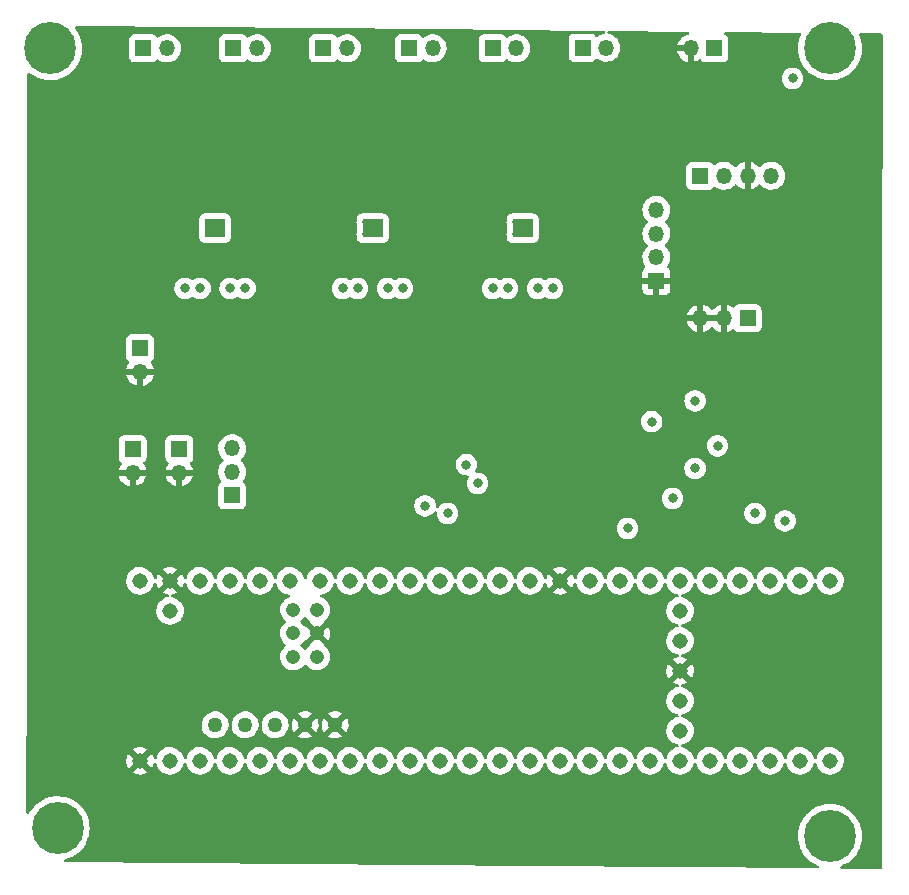
<source format=gbl>
%TF.GenerationSoftware,KiCad,Pcbnew,(6.0.7)*%
%TF.CreationDate,2023-02-02T12:11:16-07:00*%
%TF.ProjectId,Tellus,54656c6c-7573-42e6-9b69-6361645f7063,rev?*%
%TF.SameCoordinates,Original*%
%TF.FileFunction,Copper,L4,Bot*%
%TF.FilePolarity,Positive*%
%FSLAX46Y46*%
G04 Gerber Fmt 4.6, Leading zero omitted, Abs format (unit mm)*
G04 Created by KiCad (PCBNEW (6.0.7)) date 2023-02-02 12:11:16*
%MOMM*%
%LPD*%
G01*
G04 APERTURE LIST*
%TA.AperFunction,ComponentPad*%
%ADD10R,1.350000X1.350000*%
%TD*%
%TA.AperFunction,ComponentPad*%
%ADD11O,1.350000X1.350000*%
%TD*%
%TA.AperFunction,ComponentPad*%
%ADD12C,1.308000*%
%TD*%
%TA.AperFunction,ComponentPad*%
%ADD13C,1.258000*%
%TD*%
%TA.AperFunction,ComponentPad*%
%ADD14C,1.208000*%
%TD*%
%TA.AperFunction,ComponentPad*%
%ADD15C,4.400000*%
%TD*%
%TA.AperFunction,ComponentPad*%
%ADD16C,0.500000*%
%TD*%
%TA.AperFunction,SMDPad,CuDef*%
%ADD17R,1.700000X1.500000*%
%TD*%
%TA.AperFunction,ViaPad*%
%ADD18C,0.800000*%
%TD*%
G04 APERTURE END LIST*
D10*
%TO.P,J13,1,Pin_1*%
%TO.N,INT_BT*%
X179705000Y-101600000D03*
D11*
%TO.P,J13,2,Pin_2*%
%TO.N,GND*%
X177705000Y-101600000D03*
%TO.P,J13,3,Pin_3*%
X175705000Y-101600000D03*
%TD*%
D12*
%TO.P,U5,0,RX1*%
%TO.N,RXD*%
X130810000Y-139065000D03*
%TO.P,U5,1,TX1*%
%TO.N,TXD*%
X133350000Y-139065000D03*
%TO.P,U5,2,OUT2*%
%TO.N,unconnected-(U5-Pad2)*%
X135890000Y-139065000D03*
%TO.P,U5,3,LRCLK2*%
%TO.N,unconnected-(U5-Pad3)*%
X138430000Y-139065000D03*
%TO.P,U5,3.3V_1,3.3V*%
%TO.N,unconnected-(U5-Pad3.3V_1)*%
X163830000Y-139065000D03*
%TO.P,U5,3.3V_2,3.3V*%
X133350000Y-123825000D03*
%TO.P,U5,3.3V_3,3.3V*%
X173990000Y-133985000D03*
%TO.P,U5,4,BCLK2*%
%TO.N,unconnected-(U5-Pad4)*%
X140970000Y-139065000D03*
%TO.P,U5,5,IN2*%
%TO.N,unconnected-(U5-Pad5)*%
X143510000Y-139065000D03*
D13*
%TO.P,U5,5V,5V*%
%TO.N,unconnected-(U5-Pad5V)*%
X134620000Y-136015000D03*
D12*
%TO.P,U5,6,OUT1D*%
%TO.N,unconnected-(U5-Pad6)*%
X146050000Y-139065000D03*
%TO.P,U5,7,RX2*%
%TO.N,Lidar_RX*%
X148590000Y-139065000D03*
%TO.P,U5,8,TX2*%
%TO.N,Lidar_TX*%
X151130000Y-139065000D03*
%TO.P,U5,9,OUT1C*%
%TO.N,unconnected-(U5-Pad9)*%
X153670000Y-139065000D03*
%TO.P,U5,10,CS1*%
%TO.N,unconnected-(U5-Pad10)*%
X156210000Y-139065000D03*
%TO.P,U5,11,MOSI*%
%TO.N,unconnected-(U5-Pad11)*%
X158750000Y-139065000D03*
%TO.P,U5,12,MISO*%
%TO.N,unconnected-(U5-Pad12)*%
X161290000Y-139065000D03*
%TO.P,U5,13,SCK*%
%TO.N,unconnected-(U5-Pad13)*%
X161290000Y-123825000D03*
%TO.P,U5,14,A0*%
%TO.N,Front Right Control 2*%
X158750000Y-123825000D03*
%TO.P,U5,15,A1*%
%TO.N,Front Right Control 1*%
X156210000Y-123825000D03*
%TO.P,U5,16,A2*%
%TO.N,Front Left Control 2*%
X153670000Y-123825000D03*
%TO.P,U5,17,A3*%
%TO.N,Front Left Control 1*%
X151130000Y-123825000D03*
%TO.P,U5,18,A4*%
%TO.N,SDA*%
X148590000Y-123825000D03*
%TO.P,U5,19,A5*%
%TO.N,SCLK*%
X146050000Y-123825000D03*
%TO.P,U5,20,A6*%
%TO.N,LDR Out*%
X143510000Y-123825000D03*
%TO.P,U5,21,A7*%
%TO.N,unconnected-(U5-Pad21)*%
X140970000Y-123825000D03*
%TO.P,U5,22,A8*%
%TO.N,INT1_ICM*%
X138430000Y-123825000D03*
%TO.P,U5,23,A9*%
%TO.N,Lidar_PWM*%
X135890000Y-123825000D03*
%TO.P,U5,24,A10*%
%TO.N,Mid Left Control 1*%
X166370000Y-139065000D03*
%TO.P,U5,25,A11*%
%TO.N,Mid Left Control 2*%
X168910000Y-139065000D03*
%TO.P,U5,26,A12*%
%TO.N,Mid Right Control 1*%
X171450000Y-139065000D03*
%TO.P,U5,27,A13*%
%TO.N,Mid Right Control 2*%
X173990000Y-139065000D03*
%TO.P,U5,28,RX7*%
%TO.N,INTA*%
X176530000Y-139065000D03*
%TO.P,U5,29,TX7*%
%TO.N,INTM*%
X179070000Y-139065000D03*
%TO.P,U5,30,CRX3*%
%TO.N,WAKEUP*%
X181610000Y-139065000D03*
%TO.P,U5,31,CTX3*%
%TO.N,unconnected-(U5-Pad31)*%
X184150000Y-139065000D03*
%TO.P,U5,32,OUT1B*%
%TO.N,unconnected-(U5-Pad32)*%
X186690000Y-139065000D03*
%TO.P,U5,33,MCLK2*%
%TO.N,FSYNC_ICM*%
X186690000Y-123825000D03*
%TO.P,U5,34,RX8*%
%TO.N,INT_BT*%
X184150000Y-123825000D03*
%TO.P,U5,35,TX8*%
%TO.N,PDN*%
X181610000Y-123825000D03*
%TO.P,U5,36,CS2*%
%TO.N,unconnected-(U5-Pad36)*%
X179070000Y-123825000D03*
%TO.P,U5,37,CS3*%
%TO.N,INT2_ICM*%
X176530000Y-123825000D03*
%TO.P,U5,38,A14*%
%TO.N,Rear Right Control 2*%
X173990000Y-123825000D03*
%TO.P,U5,39,A15*%
%TO.N,Rear Right Control 1*%
X171450000Y-123825000D03*
%TO.P,U5,40,A16*%
%TO.N,Rear Left Control 2*%
X168910000Y-123825000D03*
%TO.P,U5,41,A17*%
%TO.N,Rear Left Control 1*%
X166370000Y-123825000D03*
D13*
%TO.P,U5,D+,D+*%
%TO.N,unconnected-(U5-PadD+)*%
X139700000Y-136015000D03*
%TO.P,U5,D-,D-*%
%TO.N,unconnected-(U5-PadD-)*%
X137160000Y-136015000D03*
D12*
%TO.P,U5,GND1,GND*%
%TO.N,GND*%
X128270000Y-139065000D03*
%TO.P,U5,GND2,GND*%
X163830000Y-123825000D03*
%TO.P,U5,GND3,GND*%
X130810000Y-123825000D03*
%TO.P,U5,GND4,GND*%
X173990000Y-131445000D03*
D14*
%TO.P,U5,GND5,GND*%
X143240000Y-128275000D03*
%TO.P,U5,LED,LED*%
%TO.N,unconnected-(U5-PadLED)*%
X141240000Y-128275000D03*
D12*
%TO.P,U5,ON/OFF,ON/OFF*%
%TO.N,unconnected-(U5-PadON/OFF)*%
X173990000Y-126365000D03*
%TO.P,U5,PROGRAM,PROGRAM*%
%TO.N,unconnected-(U5-PadPROGRAM)*%
X173990000Y-128905000D03*
D14*
%TO.P,U5,R+,R+*%
%TO.N,unconnected-(U5-PadR+)*%
X141240000Y-126275000D03*
%TO.P,U5,R-,R-*%
%TO.N,unconnected-(U5-PadR-)*%
X143240000Y-126275000D03*
%TO.P,U5,T+,T+*%
%TO.N,unconnected-(U5-PadT+)*%
X143240000Y-130275000D03*
%TO.P,U5,T-,T-*%
%TO.N,unconnected-(U5-PadT-)*%
X141240000Y-130275000D03*
D13*
%TO.P,U5,USB_GND1,USB_GND*%
%TO.N,GND*%
X142240000Y-136015000D03*
%TO.P,U5,USB_GND2,USB_GND*%
X144780000Y-136015000D03*
D12*
%TO.P,U5,VBAT,VBAT*%
%TO.N,unconnected-(U5-PadVBAT)*%
X173990000Y-136525000D03*
%TO.P,U5,VIN,VIN*%
%TO.N,5V*%
X128270000Y-123825000D03*
%TO.P,U5,VUSB,VUSB*%
%TO.N,unconnected-(U5-PadVUSB)*%
X130810000Y-126365000D03*
%TD*%
D10*
%TO.P,J6,1,Pin_1*%
%TO.N,LDR Out*%
X176895000Y-78740000D03*
D11*
%TO.P,J6,2,Pin_2*%
%TO.N,GND*%
X174895000Y-78740000D03*
%TD*%
D10*
%TO.P,J14,1,Pin_1*%
%TO.N,Lidar_TX*%
X136062514Y-116598429D03*
D11*
%TO.P,J14,2,Pin_2*%
%TO.N,Lidar_RX*%
X136062514Y-114598429D03*
%TO.P,J14,3,Pin_3*%
%TO.N,Lidar_PWM*%
X136062514Y-112598429D03*
%TD*%
D10*
%TO.P,J4,1,Pin_1*%
%TO.N,Net-(J4-Pad1)*%
X143780000Y-78740000D03*
D11*
%TO.P,J4,2,Pin_2*%
%TO.N,Net-(J4-Pad2)*%
X145780000Y-78740000D03*
%TD*%
D10*
%TO.P,J9,1,Pin_1*%
%TO.N,5V*%
X127635000Y-112665000D03*
D11*
%TO.P,J9,2,Pin_2*%
%TO.N,GND*%
X127635000Y-114665000D03*
%TD*%
D10*
%TO.P,J10,1,Pin_1*%
%TO.N,5V*%
X128270000Y-104140000D03*
D11*
%TO.P,J10,2,Pin_2*%
%TO.N,GND*%
X128270000Y-106140000D03*
%TD*%
D10*
%TO.P,J7,1,Pin_1*%
%TO.N,Net-(J7-Pad1)*%
X165735000Y-78687500D03*
D11*
%TO.P,J7,2,Pin_2*%
%TO.N,Net-(J7-Pad2)*%
X167735000Y-78687500D03*
%TD*%
D10*
%TO.P,J1,1,Pin_1*%
%TO.N,Net-(J1-Pad1)*%
X128540000Y-78740000D03*
D11*
%TO.P,J1,2,Pin_2*%
%TO.N,Net-(J1-Pad2)*%
X130540000Y-78740000D03*
%TD*%
D15*
%TO.P,REF1,1*%
%TO.N,N/C*%
X120650000Y-78740000D03*
%TD*%
D10*
%TO.P,J12,1,Pin_1*%
%TO.N,GND*%
X171990000Y-98425000D03*
D11*
%TO.P,J12,2,Pin_2*%
%TO.N,PDN*%
X171990000Y-96425000D03*
%TO.P,J12,3,Pin_3*%
%TO.N,WAKEUP*%
X171990000Y-94425000D03*
%TO.P,J12,4,Pin_4*%
%TO.N,3.3V*%
X171990000Y-92425000D03*
%TD*%
D15*
%TO.P,REF3,1*%
%TO.N,N/C*%
X121285000Y-144780000D03*
%TD*%
D16*
%TO.P,U3,11*%
%TO.N,N/C*%
X148555000Y-93480000D03*
X148555000Y-94480000D03*
X147355000Y-94480000D03*
D17*
X147955000Y-93980000D03*
D16*
X147355000Y-93480000D03*
%TD*%
D10*
%TO.P,J5,1,Pin_1*%
%TO.N,Net-(J5-Pad1)*%
X158115000Y-78740000D03*
D11*
%TO.P,J5,2,Pin_2*%
%TO.N,Net-(J5-Pad2)*%
X160115000Y-78740000D03*
%TD*%
D10*
%TO.P,J11,1,Pin_1*%
%TO.N,RXD*%
X175705000Y-89535000D03*
D11*
%TO.P,J11,2,Pin_2*%
%TO.N,TXD*%
X177705000Y-89535000D03*
%TO.P,J11,3,Pin_3*%
%TO.N,GND*%
X179705000Y-89535000D03*
%TO.P,J11,4,Pin_4*%
%TO.N,unconnected-(J11-Pad4)*%
X181705000Y-89535000D03*
%TD*%
D15*
%TO.P,REF2,1*%
%TO.N,N/C*%
X186690000Y-78740000D03*
%TD*%
D10*
%TO.P,J2,1,Pin_1*%
%TO.N,Net-(J2-Pad1)*%
X136160000Y-78740000D03*
D11*
%TO.P,J2,2,Pin_2*%
%TO.N,Net-(J2-Pad2)*%
X138160000Y-78740000D03*
%TD*%
D10*
%TO.P,J8,1,Pin_1*%
%TO.N,5V*%
X131603627Y-112665019D03*
D11*
%TO.P,J8,2,Pin_2*%
%TO.N,GND*%
X131603627Y-114665019D03*
%TD*%
D17*
%TO.P,U1,11*%
%TO.N,N/C*%
X134620000Y-93980000D03*
D16*
X134020000Y-94480000D03*
X135220000Y-94480000D03*
X135220000Y-93480000D03*
X134020000Y-93480000D03*
%TD*%
D10*
%TO.P,J3,1,Pin_1*%
%TO.N,Net-(J3-Pad1)*%
X151035000Y-78740000D03*
D11*
%TO.P,J3,2,Pin_2*%
%TO.N,Net-(J3-Pad2)*%
X153035000Y-78740000D03*
%TD*%
D16*
%TO.P,U4,11*%
%TO.N,N/C*%
X161255000Y-93480000D03*
X161255000Y-94480000D03*
D17*
X160655000Y-93980000D03*
D16*
X160055000Y-93480000D03*
X160055000Y-94480000D03*
%TD*%
D15*
%TO.P,REF4,1*%
%TO.N,N/C*%
X186690000Y-145415000D03*
%TD*%
D18*
%TO.N,GND*%
X141605000Y-89535000D03*
X142480000Y-109830000D03*
X170180000Y-112117500D03*
X185420000Y-114300000D03*
X134620000Y-89535000D03*
X128905000Y-89535000D03*
X155815000Y-100940000D03*
X154940000Y-90170000D03*
X179705000Y-113030000D03*
X147955000Y-89535000D03*
X172085000Y-117832500D03*
X160655000Y-89535000D03*
%TO.N,PDN*%
X169545000Y-119380000D03*
%TO.N,LDR Out*%
X183515000Y-81280000D03*
%TO.N,INTA*%
X180340000Y-118110000D03*
%TO.N,SCLK*%
X175260000Y-108585000D03*
X155892500Y-113982500D03*
X152400000Y-117475000D03*
%TO.N,SDA*%
X154305000Y-118110000D03*
X156845000Y-115570000D03*
X171585000Y-110355000D03*
X177165000Y-112395000D03*
%TO.N,FSYNC_ICM*%
X173355000Y-116840000D03*
%TO.N,INT2_ICM*%
X175260000Y-114300000D03*
%TO.N,INTM*%
X182880000Y-118745000D03*
%TO.N,Rear Left Control 1*%
X158115000Y-99060000D03*
%TO.N,Rear Left Control 2*%
X159385000Y-99060000D03*
%TO.N,Rear Right Control 1*%
X161925000Y-99060000D03*
%TO.N,Rear Right Control 2*%
X163195000Y-99060000D03*
%TO.N,Mid Left Control 1*%
X145415000Y-99060000D03*
%TO.N,Mid Left Control 2*%
X146685000Y-99058604D03*
%TO.N,Mid Right Control 1*%
X149225000Y-99058604D03*
%TO.N,Mid Right Control 2*%
X150495000Y-99058604D03*
%TO.N,Front Left Control 1*%
X132080000Y-99060000D03*
%TO.N,Front Left Control 2*%
X133350000Y-99060000D03*
%TO.N,Front Right Control 1*%
X135890000Y-99060000D03*
%TO.N,Front Right Control 2*%
X137160000Y-99060000D03*
%TD*%
%TA.AperFunction,Conductor*%
%TO.N,GND*%
G36*
X153279345Y-77137942D02*
G01*
X166282191Y-77252005D01*
X166350133Y-77272604D01*
X166381948Y-77309978D01*
X166395353Y-77287442D01*
X166458875Y-77255732D01*
X166482215Y-77253760D01*
X166605946Y-77254845D01*
X167558755Y-77263204D01*
X167626696Y-77283802D01*
X167672716Y-77337863D01*
X167682203Y-77408223D01*
X167652145Y-77472543D01*
X167592085Y-77510401D01*
X167578986Y-77513378D01*
X167433065Y-77538452D01*
X167433062Y-77538453D01*
X167427375Y-77539430D01*
X167223307Y-77614714D01*
X167036376Y-77725927D01*
X167032032Y-77729737D01*
X167014592Y-77745031D01*
X166950188Y-77774908D01*
X166879855Y-77765222D01*
X166830689Y-77725865D01*
X166817987Y-77708917D01*
X166773261Y-77649239D01*
X166656705Y-77561885D01*
X166520316Y-77510755D01*
X166512464Y-77509902D01*
X166512460Y-77509901D01*
X166479846Y-77506359D01*
X166467502Y-77505018D01*
X166401941Y-77477777D01*
X166381616Y-77448434D01*
X166375582Y-77461345D01*
X166315521Y-77499203D01*
X166281085Y-77504000D01*
X165011866Y-77504000D01*
X164949684Y-77510755D01*
X164813295Y-77561885D01*
X164696739Y-77649239D01*
X164609385Y-77765795D01*
X164558255Y-77902184D01*
X164551500Y-77964366D01*
X164551500Y-79410634D01*
X164558255Y-79472816D01*
X164609385Y-79609205D01*
X164696739Y-79725761D01*
X164813295Y-79813115D01*
X164949684Y-79864245D01*
X165011866Y-79871000D01*
X166458134Y-79871000D01*
X166520316Y-79864245D01*
X166656705Y-79813115D01*
X166773261Y-79725761D01*
X166830214Y-79649769D01*
X166887073Y-79607254D01*
X166957892Y-79602228D01*
X167001042Y-79620569D01*
X167087909Y-79678612D01*
X167167863Y-79732036D01*
X167173171Y-79734317D01*
X167173172Y-79734317D01*
X167362409Y-79815619D01*
X167362412Y-79815620D01*
X167367712Y-79817897D01*
X167373342Y-79819171D01*
X167471464Y-79841374D01*
X167579860Y-79865902D01*
X167585631Y-79866129D01*
X167585633Y-79866129D01*
X167652783Y-79868767D01*
X167797205Y-79874441D01*
X168012466Y-79843230D01*
X168017930Y-79841375D01*
X168017935Y-79841374D01*
X168212963Y-79775171D01*
X168212968Y-79775169D01*
X168218435Y-79773313D01*
X168408213Y-79667032D01*
X168575446Y-79527946D01*
X168714532Y-79360713D01*
X168820813Y-79170935D01*
X168822669Y-79165468D01*
X168822671Y-79165463D01*
X168876475Y-79006962D01*
X173742158Y-79006962D01*
X173773656Y-79130985D01*
X173777497Y-79141832D01*
X173863685Y-79328789D01*
X173869436Y-79338750D01*
X173988254Y-79506873D01*
X173995720Y-79515615D01*
X174143191Y-79659275D01*
X174152124Y-79666509D01*
X174323299Y-79780884D01*
X174333409Y-79786374D01*
X174522566Y-79867642D01*
X174533499Y-79871194D01*
X174623332Y-79891521D01*
X174637405Y-79890632D01*
X174641000Y-79881233D01*
X174641000Y-79012115D01*
X174636525Y-78996876D01*
X174635135Y-78995671D01*
X174627452Y-78994000D01*
X173756981Y-78994000D01*
X173743450Y-78997973D01*
X173742158Y-79006962D01*
X168876475Y-79006962D01*
X168888874Y-78970435D01*
X168888875Y-78970430D01*
X168890730Y-78964966D01*
X168921941Y-78749705D01*
X168923570Y-78687500D01*
X168903667Y-78470900D01*
X168844626Y-78261555D01*
X168748423Y-78066474D01*
X168708843Y-78013469D01*
X168621733Y-77896815D01*
X168621732Y-77896814D01*
X168618280Y-77892191D01*
X168548198Y-77827408D01*
X168462796Y-77748463D01*
X168462793Y-77748461D01*
X168458556Y-77744544D01*
X168274599Y-77628476D01*
X168072572Y-77547876D01*
X167912870Y-77516109D01*
X167849961Y-77483201D01*
X167814829Y-77421506D01*
X167818629Y-77350611D01*
X167860155Y-77293025D01*
X167926222Y-77267031D01*
X167938552Y-77266535D01*
X174664479Y-77325536D01*
X174732421Y-77346135D01*
X174778441Y-77400196D01*
X174787928Y-77470556D01*
X174757870Y-77534876D01*
X174697809Y-77572734D01*
X174684711Y-77575711D01*
X174593202Y-77591435D01*
X174582082Y-77594415D01*
X174388940Y-77665669D01*
X174378562Y-77670619D01*
X174201639Y-77775877D01*
X174192327Y-77782643D01*
X174037547Y-77918381D01*
X174029630Y-77926724D01*
X173902180Y-78088394D01*
X173895909Y-78098050D01*
X173800060Y-78280229D01*
X173795655Y-78290863D01*
X173740436Y-78468700D01*
X173740218Y-78482799D01*
X173746950Y-78486000D01*
X175023000Y-78486000D01*
X175091121Y-78506002D01*
X175137614Y-78559658D01*
X175149000Y-78612000D01*
X175149000Y-79880512D01*
X175152966Y-79894018D01*
X175166883Y-79896011D01*
X175177817Y-79893386D01*
X175372763Y-79827210D01*
X175383272Y-79822531D01*
X175562882Y-79721944D01*
X175572375Y-79715420D01*
X175616632Y-79678612D01*
X175681796Y-79650431D01*
X175751851Y-79661955D01*
X175798024Y-79699917D01*
X175856739Y-79778261D01*
X175973295Y-79865615D01*
X176109684Y-79916745D01*
X176171866Y-79923500D01*
X177618134Y-79923500D01*
X177680316Y-79916745D01*
X177816705Y-79865615D01*
X177933261Y-79778261D01*
X178020615Y-79661705D01*
X178071745Y-79525316D01*
X178078500Y-79463134D01*
X178078500Y-78016866D01*
X178071745Y-77954684D01*
X178020615Y-77818295D01*
X177933261Y-77701739D01*
X177816705Y-77614385D01*
X177770755Y-77597159D01*
X177713991Y-77554517D01*
X177689292Y-77487955D01*
X177704500Y-77418606D01*
X177754786Y-77368488D01*
X177816088Y-77353183D01*
X184125596Y-77408531D01*
X184193539Y-77429130D01*
X184239559Y-77483191D01*
X184249046Y-77553551D01*
X184238917Y-77587276D01*
X184219924Y-77628476D01*
X184166192Y-77745031D01*
X184161902Y-77754336D01*
X184160741Y-77757940D01*
X184160741Y-77757941D01*
X184152917Y-77782237D01*
X184061797Y-78065192D01*
X184061079Y-78068903D01*
X184061078Y-78068907D01*
X184000482Y-78382105D01*
X184000481Y-78382114D01*
X183999763Y-78385824D01*
X183999496Y-78389600D01*
X183999495Y-78389605D01*
X183987455Y-78559658D01*
X183976698Y-78711585D01*
X183976887Y-78715377D01*
X183991926Y-79017466D01*
X183992936Y-79037759D01*
X183993577Y-79041490D01*
X183993578Y-79041498D01*
X184047562Y-79355666D01*
X184048241Y-79359619D01*
X184049329Y-79363258D01*
X184049330Y-79363261D01*
X184140178Y-79667032D01*
X184141814Y-79672504D01*
X184143327Y-79675975D01*
X184143329Y-79675981D01*
X184225756Y-79865098D01*
X184272297Y-79971881D01*
X184274220Y-79975152D01*
X184274222Y-79975156D01*
X184316584Y-80047215D01*
X184437802Y-80253414D01*
X184440103Y-80256429D01*
X184633631Y-80510012D01*
X184633636Y-80510017D01*
X184635931Y-80513025D01*
X184697931Y-80576670D01*
X184860018Y-80743056D01*
X184863814Y-80746953D01*
X184936635Y-80805607D01*
X185115196Y-80949431D01*
X185115201Y-80949435D01*
X185118149Y-80951809D01*
X185395253Y-81124627D01*
X185691112Y-81262903D01*
X186001440Y-81364634D01*
X186321742Y-81428346D01*
X186325514Y-81428633D01*
X186325522Y-81428634D01*
X186643602Y-81452829D01*
X186643607Y-81452829D01*
X186647379Y-81453116D01*
X186973633Y-81438586D01*
X187033425Y-81428634D01*
X187292037Y-81385590D01*
X187292042Y-81385589D01*
X187295778Y-81384967D01*
X187609149Y-81293034D01*
X187612616Y-81291544D01*
X187612620Y-81291543D01*
X187905721Y-81165616D01*
X187905723Y-81165615D01*
X187909205Y-81164119D01*
X188191601Y-81000091D01*
X188420768Y-80827087D01*
X188449221Y-80805607D01*
X188449222Y-80805606D01*
X188452245Y-80803324D01*
X188656891Y-80606045D01*
X188684632Y-80579303D01*
X188684635Y-80579300D01*
X188687363Y-80576670D01*
X188893549Y-80323410D01*
X189067815Y-80047215D01*
X189125190Y-79926112D01*
X189140694Y-79893386D01*
X189207638Y-79752084D01*
X189214625Y-79731142D01*
X189309790Y-79445897D01*
X189309792Y-79445891D01*
X189310992Y-79442293D01*
X189376381Y-79122329D01*
X189382956Y-79041498D01*
X189394798Y-78895899D01*
X189402856Y-78796826D01*
X189403311Y-78753379D01*
X189403428Y-78742221D01*
X189403428Y-78742214D01*
X189403451Y-78740000D01*
X189401510Y-78707796D01*
X189384026Y-78417793D01*
X189384026Y-78417789D01*
X189383798Y-78414015D01*
X189378650Y-78385824D01*
X189325805Y-78096473D01*
X189325804Y-78096469D01*
X189325125Y-78092751D01*
X189317722Y-78068907D01*
X189242734Y-77827408D01*
X189228282Y-77780863D01*
X189226609Y-77777131D01*
X189161208Y-77631267D01*
X189151589Y-77560925D01*
X189181527Y-77496549D01*
X189241517Y-77458579D01*
X189277281Y-77453723D01*
X190547400Y-77464864D01*
X191007885Y-77468904D01*
X191075828Y-77489503D01*
X191121848Y-77543564D01*
X191132780Y-77594970D01*
X191119759Y-100461337D01*
X191092633Y-148095480D01*
X191072592Y-148163589D01*
X191018910Y-148210051D01*
X190965621Y-148221404D01*
X187692073Y-148195105D01*
X187624115Y-148174556D01*
X187578055Y-148120529D01*
X187568516Y-148050176D01*
X187598526Y-147985834D01*
X187643346Y-147953342D01*
X187909205Y-147839119D01*
X188191601Y-147675091D01*
X188452245Y-147478324D01*
X188687363Y-147251670D01*
X188858064Y-147041997D01*
X188891155Y-147001351D01*
X188891158Y-147001347D01*
X188893549Y-146998410D01*
X188939776Y-146925144D01*
X189065788Y-146725428D01*
X189065790Y-146725425D01*
X189067815Y-146722215D01*
X189207638Y-146427084D01*
X189227900Y-146366351D01*
X189309790Y-146120897D01*
X189309792Y-146120891D01*
X189310992Y-146117293D01*
X189376381Y-145797329D01*
X189382956Y-145716498D01*
X189394798Y-145570899D01*
X189402856Y-145471826D01*
X189403451Y-145415000D01*
X189401510Y-145382796D01*
X189384026Y-145092793D01*
X189384026Y-145092789D01*
X189383798Y-145089015D01*
X189381743Y-145077759D01*
X189325805Y-144771473D01*
X189325804Y-144771469D01*
X189325125Y-144767751D01*
X189320106Y-144751585D01*
X189229404Y-144459477D01*
X189228282Y-144455863D01*
X189094670Y-144157869D01*
X188926226Y-143878084D01*
X188923899Y-143875100D01*
X188923894Y-143875093D01*
X188727726Y-143623558D01*
X188727724Y-143623556D01*
X188725390Y-143620563D01*
X188495070Y-143389034D01*
X188238603Y-143186852D01*
X187959705Y-143016945D01*
X187956261Y-143015379D01*
X187956257Y-143015377D01*
X187838158Y-142961681D01*
X187662414Y-142881775D01*
X187351037Y-142783300D01*
X187109671Y-142737911D01*
X187033809Y-142723645D01*
X187033807Y-142723645D01*
X187030086Y-142722945D01*
X186704208Y-142701586D01*
X186700428Y-142701794D01*
X186700427Y-142701794D01*
X186602897Y-142707162D01*
X186378124Y-142719532D01*
X186374397Y-142720193D01*
X186374393Y-142720193D01*
X186289474Y-142735243D01*
X186056557Y-142776522D01*
X186052941Y-142777624D01*
X186052933Y-142777626D01*
X185747789Y-142870627D01*
X185744167Y-142871731D01*
X185445477Y-143003781D01*
X185420041Y-143018914D01*
X185168074Y-143168817D01*
X185168068Y-143168821D01*
X185164814Y-143170757D01*
X185161812Y-143173073D01*
X185066849Y-143246337D01*
X184906244Y-143370243D01*
X184903534Y-143372911D01*
X184704025Y-143569311D01*
X184673513Y-143599347D01*
X184671149Y-143602314D01*
X184671146Y-143602317D01*
X184654220Y-143623558D01*
X184469991Y-143854751D01*
X184298626Y-144132757D01*
X184161902Y-144429336D01*
X184160741Y-144432940D01*
X184160741Y-144432941D01*
X184152738Y-144457793D01*
X184061797Y-144740192D01*
X184061079Y-144743903D01*
X184061078Y-144743907D01*
X184000482Y-145057105D01*
X184000481Y-145057114D01*
X183999763Y-145060824D01*
X183999496Y-145064600D01*
X183999495Y-145064605D01*
X183992576Y-145162329D01*
X183976698Y-145386585D01*
X183992936Y-145712759D01*
X183993577Y-145716490D01*
X183993578Y-145716498D01*
X184046745Y-146025912D01*
X184048241Y-146034619D01*
X184049329Y-146038258D01*
X184049330Y-146038261D01*
X184125638Y-146293414D01*
X184141814Y-146347504D01*
X184143327Y-146350975D01*
X184143329Y-146350981D01*
X184150028Y-146366351D01*
X184272297Y-146646881D01*
X184274220Y-146650152D01*
X184274222Y-146650156D01*
X184316584Y-146722215D01*
X184437802Y-146928414D01*
X184440103Y-146931429D01*
X184633631Y-147185012D01*
X184633636Y-147185017D01*
X184635931Y-147188025D01*
X184697931Y-147251670D01*
X184848630Y-147406366D01*
X184863814Y-147421953D01*
X184934126Y-147478586D01*
X185115196Y-147624431D01*
X185115201Y-147624435D01*
X185118149Y-147626809D01*
X185395253Y-147799627D01*
X185691112Y-147937903D01*
X185690466Y-147939286D01*
X185741535Y-147979140D01*
X185765005Y-148046145D01*
X185748524Y-148115202D01*
X185697324Y-148164386D01*
X185638160Y-148178605D01*
X161642998Y-147985834D01*
X121942210Y-147666888D01*
X121874252Y-147646339D01*
X121828192Y-147592312D01*
X121818653Y-147521959D01*
X121848663Y-147457617D01*
X121907753Y-147419987D01*
X122200521Y-147334099D01*
X122200531Y-147334095D01*
X122204149Y-147333034D01*
X122207616Y-147331544D01*
X122207620Y-147331543D01*
X122500721Y-147205616D01*
X122500723Y-147205615D01*
X122504205Y-147204119D01*
X122786601Y-147040091D01*
X123047245Y-146843324D01*
X123282363Y-146616670D01*
X123488549Y-146363410D01*
X123662815Y-146087215D01*
X123689508Y-146030874D01*
X123801009Y-145795522D01*
X123802638Y-145792084D01*
X123803840Y-145788482D01*
X123904790Y-145485897D01*
X123904792Y-145485891D01*
X123905992Y-145482293D01*
X123971381Y-145162329D01*
X123979330Y-145064605D01*
X123997674Y-144839061D01*
X123997856Y-144836826D01*
X123998451Y-144780000D01*
X123979128Y-144459477D01*
X123979026Y-144457793D01*
X123979026Y-144457789D01*
X123978798Y-144454015D01*
X123974950Y-144432941D01*
X123920805Y-144136473D01*
X123920804Y-144136469D01*
X123920125Y-144132751D01*
X123823282Y-143820863D01*
X123689670Y-143522869D01*
X123521226Y-143243084D01*
X123518899Y-143240100D01*
X123518894Y-143240093D01*
X123322726Y-142988558D01*
X123322724Y-142988556D01*
X123320390Y-142985563D01*
X123090070Y-142754034D01*
X122833603Y-142551852D01*
X122554705Y-142381945D01*
X122551261Y-142380379D01*
X122551257Y-142380377D01*
X122440667Y-142330095D01*
X122257414Y-142246775D01*
X121946037Y-142148300D01*
X121728492Y-142107390D01*
X121628809Y-142088645D01*
X121628807Y-142088645D01*
X121625086Y-142087945D01*
X121299208Y-142066586D01*
X121295428Y-142066794D01*
X121295427Y-142066794D01*
X121197897Y-142072162D01*
X120973124Y-142084532D01*
X120969397Y-142085193D01*
X120969393Y-142085193D01*
X120812341Y-142113027D01*
X120651557Y-142141522D01*
X120647941Y-142142624D01*
X120647933Y-142142626D01*
X120342789Y-142235627D01*
X120339167Y-142236731D01*
X120040477Y-142368781D01*
X120015041Y-142383914D01*
X119763074Y-142533817D01*
X119763068Y-142533821D01*
X119759814Y-142535757D01*
X119756812Y-142538073D01*
X119517506Y-142722697D01*
X119501244Y-142735243D01*
X119268513Y-142964347D01*
X119266149Y-142967314D01*
X119266146Y-142967317D01*
X119067356Y-143216783D01*
X119064991Y-143219751D01*
X118893626Y-143497757D01*
X118892037Y-143501204D01*
X118885298Y-143515822D01*
X118838614Y-143569311D01*
X118770423Y-143589070D01*
X118702374Y-143568825D01*
X118656072Y-143515004D01*
X118644872Y-143462882D01*
X118650008Y-140045228D01*
X127654132Y-140045228D01*
X127664014Y-140057717D01*
X127708362Y-140087350D01*
X127718472Y-140092840D01*
X127904077Y-140172582D01*
X127915020Y-140176137D01*
X128112042Y-140220719D01*
X128123452Y-140222221D01*
X128325307Y-140230152D01*
X128336789Y-140229550D01*
X128536712Y-140200563D01*
X128547894Y-140197878D01*
X128739185Y-140132943D01*
X128749688Y-140128267D01*
X128877708Y-140056573D01*
X128887570Y-140046497D01*
X128884615Y-140038825D01*
X128282812Y-139437022D01*
X128268868Y-139429408D01*
X128267035Y-139429539D01*
X128260420Y-139433790D01*
X127660328Y-140033882D01*
X127654132Y-140045228D01*
X118650008Y-140045228D01*
X118651518Y-139040218D01*
X127103800Y-139040218D01*
X127117011Y-139241789D01*
X127118811Y-139253156D01*
X127168537Y-139448950D01*
X127172375Y-139459788D01*
X127256950Y-139643246D01*
X127262698Y-139653202D01*
X127277042Y-139673499D01*
X127287630Y-139681887D01*
X127300931Y-139674859D01*
X127897978Y-139077812D01*
X127904356Y-139066132D01*
X128634408Y-139066132D01*
X128634539Y-139067965D01*
X128638790Y-139074580D01*
X129239910Y-139675700D01*
X129252290Y-139682460D01*
X129258870Y-139677534D01*
X129333267Y-139544688D01*
X129337943Y-139534185D01*
X129402878Y-139342894D01*
X129405563Y-139331712D01*
X129413769Y-139275114D01*
X129443339Y-139210568D01*
X129503111Y-139172256D01*
X129574108Y-139172340D01*
X129633788Y-139210795D01*
X129660588Y-139262179D01*
X129709485Y-139454713D01*
X129798933Y-139648740D01*
X129922241Y-139823218D01*
X130075281Y-139972302D01*
X130252927Y-140091001D01*
X130258230Y-140093279D01*
X130258233Y-140093281D01*
X130442812Y-140172582D01*
X130449229Y-140175339D01*
X130548836Y-140197878D01*
X130651977Y-140221217D01*
X130651980Y-140221217D01*
X130657613Y-140222492D01*
X130663384Y-140222719D01*
X130663386Y-140222719D01*
X130728363Y-140225272D01*
X130871101Y-140230880D01*
X130976822Y-140215551D01*
X131076829Y-140201051D01*
X131076834Y-140201050D01*
X131082543Y-140200222D01*
X131088007Y-140198367D01*
X131088012Y-140198366D01*
X131279389Y-140133402D01*
X131284857Y-140131546D01*
X131471268Y-140027151D01*
X131635533Y-139890533D01*
X131772151Y-139726268D01*
X131876546Y-139539857D01*
X131945222Y-139337543D01*
X131954090Y-139276379D01*
X131983660Y-139211835D01*
X132043431Y-139173522D01*
X132114428Y-139173606D01*
X132174108Y-139212061D01*
X132200909Y-139263445D01*
X132219728Y-139337543D01*
X132249485Y-139454713D01*
X132338933Y-139648740D01*
X132462241Y-139823218D01*
X132615281Y-139972302D01*
X132792927Y-140091001D01*
X132798230Y-140093279D01*
X132798233Y-140093281D01*
X132982812Y-140172582D01*
X132989229Y-140175339D01*
X133088836Y-140197878D01*
X133191977Y-140221217D01*
X133191980Y-140221217D01*
X133197613Y-140222492D01*
X133203384Y-140222719D01*
X133203386Y-140222719D01*
X133268363Y-140225272D01*
X133411101Y-140230880D01*
X133516822Y-140215551D01*
X133616829Y-140201051D01*
X133616834Y-140201050D01*
X133622543Y-140200222D01*
X133628007Y-140198367D01*
X133628012Y-140198366D01*
X133819389Y-140133402D01*
X133824857Y-140131546D01*
X134011268Y-140027151D01*
X134175533Y-139890533D01*
X134312151Y-139726268D01*
X134416546Y-139539857D01*
X134485222Y-139337543D01*
X134494090Y-139276379D01*
X134523660Y-139211835D01*
X134583431Y-139173522D01*
X134654428Y-139173606D01*
X134714108Y-139212061D01*
X134740909Y-139263445D01*
X134759728Y-139337543D01*
X134789485Y-139454713D01*
X134878933Y-139648740D01*
X135002241Y-139823218D01*
X135155281Y-139972302D01*
X135332927Y-140091001D01*
X135338230Y-140093279D01*
X135338233Y-140093281D01*
X135522812Y-140172582D01*
X135529229Y-140175339D01*
X135628836Y-140197878D01*
X135731977Y-140221217D01*
X135731980Y-140221217D01*
X135737613Y-140222492D01*
X135743384Y-140222719D01*
X135743386Y-140222719D01*
X135808363Y-140225272D01*
X135951101Y-140230880D01*
X136056822Y-140215551D01*
X136156829Y-140201051D01*
X136156834Y-140201050D01*
X136162543Y-140200222D01*
X136168007Y-140198367D01*
X136168012Y-140198366D01*
X136359389Y-140133402D01*
X136364857Y-140131546D01*
X136551268Y-140027151D01*
X136715533Y-139890533D01*
X136852151Y-139726268D01*
X136956546Y-139539857D01*
X137025222Y-139337543D01*
X137034090Y-139276379D01*
X137063660Y-139211835D01*
X137123431Y-139173522D01*
X137194428Y-139173606D01*
X137254108Y-139212061D01*
X137280909Y-139263445D01*
X137299728Y-139337543D01*
X137329485Y-139454713D01*
X137418933Y-139648740D01*
X137542241Y-139823218D01*
X137695281Y-139972302D01*
X137872927Y-140091001D01*
X137878230Y-140093279D01*
X137878233Y-140093281D01*
X138062812Y-140172582D01*
X138069229Y-140175339D01*
X138168836Y-140197878D01*
X138271977Y-140221217D01*
X138271980Y-140221217D01*
X138277613Y-140222492D01*
X138283384Y-140222719D01*
X138283386Y-140222719D01*
X138348363Y-140225272D01*
X138491101Y-140230880D01*
X138596822Y-140215551D01*
X138696829Y-140201051D01*
X138696834Y-140201050D01*
X138702543Y-140200222D01*
X138708007Y-140198367D01*
X138708012Y-140198366D01*
X138899389Y-140133402D01*
X138904857Y-140131546D01*
X139091268Y-140027151D01*
X139255533Y-139890533D01*
X139392151Y-139726268D01*
X139496546Y-139539857D01*
X139565222Y-139337543D01*
X139574090Y-139276379D01*
X139603660Y-139211835D01*
X139663431Y-139173522D01*
X139734428Y-139173606D01*
X139794108Y-139212061D01*
X139820909Y-139263445D01*
X139839728Y-139337543D01*
X139869485Y-139454713D01*
X139958933Y-139648740D01*
X140082241Y-139823218D01*
X140235281Y-139972302D01*
X140412927Y-140091001D01*
X140418230Y-140093279D01*
X140418233Y-140093281D01*
X140602812Y-140172582D01*
X140609229Y-140175339D01*
X140708836Y-140197878D01*
X140811977Y-140221217D01*
X140811980Y-140221217D01*
X140817613Y-140222492D01*
X140823384Y-140222719D01*
X140823386Y-140222719D01*
X140888363Y-140225272D01*
X141031101Y-140230880D01*
X141136822Y-140215551D01*
X141236829Y-140201051D01*
X141236834Y-140201050D01*
X141242543Y-140200222D01*
X141248007Y-140198367D01*
X141248012Y-140198366D01*
X141439389Y-140133402D01*
X141444857Y-140131546D01*
X141631268Y-140027151D01*
X141795533Y-139890533D01*
X141932151Y-139726268D01*
X142036546Y-139539857D01*
X142105222Y-139337543D01*
X142114090Y-139276379D01*
X142143660Y-139211835D01*
X142203431Y-139173522D01*
X142274428Y-139173606D01*
X142334108Y-139212061D01*
X142360909Y-139263445D01*
X142379728Y-139337543D01*
X142409485Y-139454713D01*
X142498933Y-139648740D01*
X142622241Y-139823218D01*
X142775281Y-139972302D01*
X142952927Y-140091001D01*
X142958230Y-140093279D01*
X142958233Y-140093281D01*
X143142812Y-140172582D01*
X143149229Y-140175339D01*
X143248836Y-140197878D01*
X143351977Y-140221217D01*
X143351980Y-140221217D01*
X143357613Y-140222492D01*
X143363384Y-140222719D01*
X143363386Y-140222719D01*
X143428363Y-140225272D01*
X143571101Y-140230880D01*
X143676822Y-140215551D01*
X143776829Y-140201051D01*
X143776834Y-140201050D01*
X143782543Y-140200222D01*
X143788007Y-140198367D01*
X143788012Y-140198366D01*
X143979389Y-140133402D01*
X143984857Y-140131546D01*
X144171268Y-140027151D01*
X144335533Y-139890533D01*
X144472151Y-139726268D01*
X144576546Y-139539857D01*
X144645222Y-139337543D01*
X144654090Y-139276379D01*
X144683660Y-139211835D01*
X144743431Y-139173522D01*
X144814428Y-139173606D01*
X144874108Y-139212061D01*
X144900909Y-139263445D01*
X144919728Y-139337543D01*
X144949485Y-139454713D01*
X145038933Y-139648740D01*
X145162241Y-139823218D01*
X145315281Y-139972302D01*
X145492927Y-140091001D01*
X145498230Y-140093279D01*
X145498233Y-140093281D01*
X145682812Y-140172582D01*
X145689229Y-140175339D01*
X145788836Y-140197878D01*
X145891977Y-140221217D01*
X145891980Y-140221217D01*
X145897613Y-140222492D01*
X145903384Y-140222719D01*
X145903386Y-140222719D01*
X145968363Y-140225272D01*
X146111101Y-140230880D01*
X146216822Y-140215551D01*
X146316829Y-140201051D01*
X146316834Y-140201050D01*
X146322543Y-140200222D01*
X146328007Y-140198367D01*
X146328012Y-140198366D01*
X146519389Y-140133402D01*
X146524857Y-140131546D01*
X146711268Y-140027151D01*
X146875533Y-139890533D01*
X147012151Y-139726268D01*
X147116546Y-139539857D01*
X147185222Y-139337543D01*
X147194090Y-139276379D01*
X147223660Y-139211835D01*
X147283431Y-139173522D01*
X147354428Y-139173606D01*
X147414108Y-139212061D01*
X147440909Y-139263445D01*
X147459728Y-139337543D01*
X147489485Y-139454713D01*
X147578933Y-139648740D01*
X147702241Y-139823218D01*
X147855281Y-139972302D01*
X148032927Y-140091001D01*
X148038230Y-140093279D01*
X148038233Y-140093281D01*
X148222812Y-140172582D01*
X148229229Y-140175339D01*
X148328836Y-140197878D01*
X148431977Y-140221217D01*
X148431980Y-140221217D01*
X148437613Y-140222492D01*
X148443384Y-140222719D01*
X148443386Y-140222719D01*
X148508363Y-140225272D01*
X148651101Y-140230880D01*
X148756822Y-140215551D01*
X148856829Y-140201051D01*
X148856834Y-140201050D01*
X148862543Y-140200222D01*
X148868007Y-140198367D01*
X148868012Y-140198366D01*
X149059389Y-140133402D01*
X149064857Y-140131546D01*
X149251268Y-140027151D01*
X149415533Y-139890533D01*
X149552151Y-139726268D01*
X149656546Y-139539857D01*
X149725222Y-139337543D01*
X149734090Y-139276379D01*
X149763660Y-139211835D01*
X149823431Y-139173522D01*
X149894428Y-139173606D01*
X149954108Y-139212061D01*
X149980909Y-139263445D01*
X149999728Y-139337543D01*
X150029485Y-139454713D01*
X150118933Y-139648740D01*
X150242241Y-139823218D01*
X150395281Y-139972302D01*
X150572927Y-140091001D01*
X150578230Y-140093279D01*
X150578233Y-140093281D01*
X150762812Y-140172582D01*
X150769229Y-140175339D01*
X150868836Y-140197878D01*
X150971977Y-140221217D01*
X150971980Y-140221217D01*
X150977613Y-140222492D01*
X150983384Y-140222719D01*
X150983386Y-140222719D01*
X151048363Y-140225272D01*
X151191101Y-140230880D01*
X151296822Y-140215551D01*
X151396829Y-140201051D01*
X151396834Y-140201050D01*
X151402543Y-140200222D01*
X151408007Y-140198367D01*
X151408012Y-140198366D01*
X151599389Y-140133402D01*
X151604857Y-140131546D01*
X151791268Y-140027151D01*
X151955533Y-139890533D01*
X152092151Y-139726268D01*
X152196546Y-139539857D01*
X152265222Y-139337543D01*
X152274090Y-139276379D01*
X152303660Y-139211835D01*
X152363431Y-139173522D01*
X152434428Y-139173606D01*
X152494108Y-139212061D01*
X152520909Y-139263445D01*
X152539728Y-139337543D01*
X152569485Y-139454713D01*
X152658933Y-139648740D01*
X152782241Y-139823218D01*
X152935281Y-139972302D01*
X153112927Y-140091001D01*
X153118230Y-140093279D01*
X153118233Y-140093281D01*
X153302812Y-140172582D01*
X153309229Y-140175339D01*
X153408836Y-140197878D01*
X153511977Y-140221217D01*
X153511980Y-140221217D01*
X153517613Y-140222492D01*
X153523384Y-140222719D01*
X153523386Y-140222719D01*
X153588363Y-140225272D01*
X153731101Y-140230880D01*
X153836822Y-140215551D01*
X153936829Y-140201051D01*
X153936834Y-140201050D01*
X153942543Y-140200222D01*
X153948007Y-140198367D01*
X153948012Y-140198366D01*
X154139389Y-140133402D01*
X154144857Y-140131546D01*
X154331268Y-140027151D01*
X154495533Y-139890533D01*
X154632151Y-139726268D01*
X154736546Y-139539857D01*
X154805222Y-139337543D01*
X154814090Y-139276379D01*
X154843660Y-139211835D01*
X154903431Y-139173522D01*
X154974428Y-139173606D01*
X155034108Y-139212061D01*
X155060909Y-139263445D01*
X155079728Y-139337543D01*
X155109485Y-139454713D01*
X155198933Y-139648740D01*
X155322241Y-139823218D01*
X155475281Y-139972302D01*
X155652927Y-140091001D01*
X155658230Y-140093279D01*
X155658233Y-140093281D01*
X155842812Y-140172582D01*
X155849229Y-140175339D01*
X155948836Y-140197878D01*
X156051977Y-140221217D01*
X156051980Y-140221217D01*
X156057613Y-140222492D01*
X156063384Y-140222719D01*
X156063386Y-140222719D01*
X156128363Y-140225272D01*
X156271101Y-140230880D01*
X156376822Y-140215551D01*
X156476829Y-140201051D01*
X156476834Y-140201050D01*
X156482543Y-140200222D01*
X156488007Y-140198367D01*
X156488012Y-140198366D01*
X156679389Y-140133402D01*
X156684857Y-140131546D01*
X156871268Y-140027151D01*
X157035533Y-139890533D01*
X157172151Y-139726268D01*
X157276546Y-139539857D01*
X157345222Y-139337543D01*
X157354090Y-139276379D01*
X157383660Y-139211835D01*
X157443431Y-139173522D01*
X157514428Y-139173606D01*
X157574108Y-139212061D01*
X157600909Y-139263445D01*
X157619728Y-139337543D01*
X157649485Y-139454713D01*
X157738933Y-139648740D01*
X157862241Y-139823218D01*
X158015281Y-139972302D01*
X158192927Y-140091001D01*
X158198230Y-140093279D01*
X158198233Y-140093281D01*
X158382812Y-140172582D01*
X158389229Y-140175339D01*
X158488836Y-140197878D01*
X158591977Y-140221217D01*
X158591980Y-140221217D01*
X158597613Y-140222492D01*
X158603384Y-140222719D01*
X158603386Y-140222719D01*
X158668363Y-140225272D01*
X158811101Y-140230880D01*
X158916822Y-140215551D01*
X159016829Y-140201051D01*
X159016834Y-140201050D01*
X159022543Y-140200222D01*
X159028007Y-140198367D01*
X159028012Y-140198366D01*
X159219389Y-140133402D01*
X159224857Y-140131546D01*
X159411268Y-140027151D01*
X159575533Y-139890533D01*
X159712151Y-139726268D01*
X159816546Y-139539857D01*
X159885222Y-139337543D01*
X159894090Y-139276379D01*
X159923660Y-139211835D01*
X159983431Y-139173522D01*
X160054428Y-139173606D01*
X160114108Y-139212061D01*
X160140909Y-139263445D01*
X160159728Y-139337543D01*
X160189485Y-139454713D01*
X160278933Y-139648740D01*
X160402241Y-139823218D01*
X160555281Y-139972302D01*
X160732927Y-140091001D01*
X160738230Y-140093279D01*
X160738233Y-140093281D01*
X160922812Y-140172582D01*
X160929229Y-140175339D01*
X161028836Y-140197878D01*
X161131977Y-140221217D01*
X161131980Y-140221217D01*
X161137613Y-140222492D01*
X161143384Y-140222719D01*
X161143386Y-140222719D01*
X161208363Y-140225272D01*
X161351101Y-140230880D01*
X161456822Y-140215551D01*
X161556829Y-140201051D01*
X161556834Y-140201050D01*
X161562543Y-140200222D01*
X161568007Y-140198367D01*
X161568012Y-140198366D01*
X161759389Y-140133402D01*
X161764857Y-140131546D01*
X161951268Y-140027151D01*
X162115533Y-139890533D01*
X162252151Y-139726268D01*
X162356546Y-139539857D01*
X162425222Y-139337543D01*
X162434090Y-139276379D01*
X162463660Y-139211835D01*
X162523431Y-139173522D01*
X162594428Y-139173606D01*
X162654108Y-139212061D01*
X162680909Y-139263445D01*
X162699728Y-139337543D01*
X162729485Y-139454713D01*
X162818933Y-139648740D01*
X162942241Y-139823218D01*
X163095281Y-139972302D01*
X163272927Y-140091001D01*
X163278230Y-140093279D01*
X163278233Y-140093281D01*
X163462812Y-140172582D01*
X163469229Y-140175339D01*
X163568836Y-140197878D01*
X163671977Y-140221217D01*
X163671980Y-140221217D01*
X163677613Y-140222492D01*
X163683384Y-140222719D01*
X163683386Y-140222719D01*
X163748363Y-140225272D01*
X163891101Y-140230880D01*
X163996822Y-140215551D01*
X164096829Y-140201051D01*
X164096834Y-140201050D01*
X164102543Y-140200222D01*
X164108007Y-140198367D01*
X164108012Y-140198366D01*
X164299389Y-140133402D01*
X164304857Y-140131546D01*
X164491268Y-140027151D01*
X164655533Y-139890533D01*
X164792151Y-139726268D01*
X164896546Y-139539857D01*
X164965222Y-139337543D01*
X164974090Y-139276379D01*
X165003660Y-139211835D01*
X165063431Y-139173522D01*
X165134428Y-139173606D01*
X165194108Y-139212061D01*
X165220909Y-139263445D01*
X165239728Y-139337543D01*
X165269485Y-139454713D01*
X165358933Y-139648740D01*
X165482241Y-139823218D01*
X165635281Y-139972302D01*
X165812927Y-140091001D01*
X165818230Y-140093279D01*
X165818233Y-140093281D01*
X166002812Y-140172582D01*
X166009229Y-140175339D01*
X166108836Y-140197878D01*
X166211977Y-140221217D01*
X166211980Y-140221217D01*
X166217613Y-140222492D01*
X166223384Y-140222719D01*
X166223386Y-140222719D01*
X166288363Y-140225272D01*
X166431101Y-140230880D01*
X166536822Y-140215551D01*
X166636829Y-140201051D01*
X166636834Y-140201050D01*
X166642543Y-140200222D01*
X166648007Y-140198367D01*
X166648012Y-140198366D01*
X166839389Y-140133402D01*
X166844857Y-140131546D01*
X167031268Y-140027151D01*
X167195533Y-139890533D01*
X167332151Y-139726268D01*
X167436546Y-139539857D01*
X167505222Y-139337543D01*
X167514090Y-139276379D01*
X167543660Y-139211835D01*
X167603431Y-139173522D01*
X167674428Y-139173606D01*
X167734108Y-139212061D01*
X167760909Y-139263445D01*
X167779728Y-139337543D01*
X167809485Y-139454713D01*
X167898933Y-139648740D01*
X168022241Y-139823218D01*
X168175281Y-139972302D01*
X168352927Y-140091001D01*
X168358230Y-140093279D01*
X168358233Y-140093281D01*
X168542812Y-140172582D01*
X168549229Y-140175339D01*
X168648836Y-140197878D01*
X168751977Y-140221217D01*
X168751980Y-140221217D01*
X168757613Y-140222492D01*
X168763384Y-140222719D01*
X168763386Y-140222719D01*
X168828363Y-140225272D01*
X168971101Y-140230880D01*
X169076822Y-140215551D01*
X169176829Y-140201051D01*
X169176834Y-140201050D01*
X169182543Y-140200222D01*
X169188007Y-140198367D01*
X169188012Y-140198366D01*
X169379389Y-140133402D01*
X169384857Y-140131546D01*
X169571268Y-140027151D01*
X169735533Y-139890533D01*
X169872151Y-139726268D01*
X169976546Y-139539857D01*
X170045222Y-139337543D01*
X170054090Y-139276379D01*
X170083660Y-139211835D01*
X170143431Y-139173522D01*
X170214428Y-139173606D01*
X170274108Y-139212061D01*
X170300909Y-139263445D01*
X170319728Y-139337543D01*
X170349485Y-139454713D01*
X170438933Y-139648740D01*
X170562241Y-139823218D01*
X170715281Y-139972302D01*
X170892927Y-140091001D01*
X170898230Y-140093279D01*
X170898233Y-140093281D01*
X171082812Y-140172582D01*
X171089229Y-140175339D01*
X171188836Y-140197878D01*
X171291977Y-140221217D01*
X171291980Y-140221217D01*
X171297613Y-140222492D01*
X171303384Y-140222719D01*
X171303386Y-140222719D01*
X171368363Y-140225272D01*
X171511101Y-140230880D01*
X171616822Y-140215551D01*
X171716829Y-140201051D01*
X171716834Y-140201050D01*
X171722543Y-140200222D01*
X171728007Y-140198367D01*
X171728012Y-140198366D01*
X171919389Y-140133402D01*
X171924857Y-140131546D01*
X172111268Y-140027151D01*
X172275533Y-139890533D01*
X172412151Y-139726268D01*
X172516546Y-139539857D01*
X172585222Y-139337543D01*
X172594090Y-139276379D01*
X172623660Y-139211835D01*
X172683431Y-139173522D01*
X172754428Y-139173606D01*
X172814108Y-139212061D01*
X172840909Y-139263445D01*
X172859728Y-139337543D01*
X172889485Y-139454713D01*
X172978933Y-139648740D01*
X173102241Y-139823218D01*
X173255281Y-139972302D01*
X173432927Y-140091001D01*
X173438230Y-140093279D01*
X173438233Y-140093281D01*
X173622812Y-140172582D01*
X173629229Y-140175339D01*
X173728836Y-140197878D01*
X173831977Y-140221217D01*
X173831980Y-140221217D01*
X173837613Y-140222492D01*
X173843384Y-140222719D01*
X173843386Y-140222719D01*
X173908363Y-140225272D01*
X174051101Y-140230880D01*
X174156822Y-140215551D01*
X174256829Y-140201051D01*
X174256834Y-140201050D01*
X174262543Y-140200222D01*
X174268007Y-140198367D01*
X174268012Y-140198366D01*
X174459389Y-140133402D01*
X174464857Y-140131546D01*
X174651268Y-140027151D01*
X174815533Y-139890533D01*
X174952151Y-139726268D01*
X175056546Y-139539857D01*
X175125222Y-139337543D01*
X175134090Y-139276379D01*
X175163660Y-139211835D01*
X175223431Y-139173522D01*
X175294428Y-139173606D01*
X175354108Y-139212061D01*
X175380909Y-139263445D01*
X175399728Y-139337543D01*
X175429485Y-139454713D01*
X175518933Y-139648740D01*
X175642241Y-139823218D01*
X175795281Y-139972302D01*
X175972927Y-140091001D01*
X175978230Y-140093279D01*
X175978233Y-140093281D01*
X176162812Y-140172582D01*
X176169229Y-140175339D01*
X176268836Y-140197878D01*
X176371977Y-140221217D01*
X176371980Y-140221217D01*
X176377613Y-140222492D01*
X176383384Y-140222719D01*
X176383386Y-140222719D01*
X176448363Y-140225272D01*
X176591101Y-140230880D01*
X176696822Y-140215551D01*
X176796829Y-140201051D01*
X176796834Y-140201050D01*
X176802543Y-140200222D01*
X176808007Y-140198367D01*
X176808012Y-140198366D01*
X176999389Y-140133402D01*
X177004857Y-140131546D01*
X177191268Y-140027151D01*
X177355533Y-139890533D01*
X177492151Y-139726268D01*
X177596546Y-139539857D01*
X177665222Y-139337543D01*
X177674090Y-139276379D01*
X177703660Y-139211835D01*
X177763431Y-139173522D01*
X177834428Y-139173606D01*
X177894108Y-139212061D01*
X177920909Y-139263445D01*
X177939728Y-139337543D01*
X177969485Y-139454713D01*
X178058933Y-139648740D01*
X178182241Y-139823218D01*
X178335281Y-139972302D01*
X178512927Y-140091001D01*
X178518230Y-140093279D01*
X178518233Y-140093281D01*
X178702812Y-140172582D01*
X178709229Y-140175339D01*
X178808836Y-140197878D01*
X178911977Y-140221217D01*
X178911980Y-140221217D01*
X178917613Y-140222492D01*
X178923384Y-140222719D01*
X178923386Y-140222719D01*
X178988363Y-140225272D01*
X179131101Y-140230880D01*
X179236822Y-140215551D01*
X179336829Y-140201051D01*
X179336834Y-140201050D01*
X179342543Y-140200222D01*
X179348007Y-140198367D01*
X179348012Y-140198366D01*
X179539389Y-140133402D01*
X179544857Y-140131546D01*
X179731268Y-140027151D01*
X179895533Y-139890533D01*
X180032151Y-139726268D01*
X180136546Y-139539857D01*
X180205222Y-139337543D01*
X180214090Y-139276379D01*
X180243660Y-139211835D01*
X180303431Y-139173522D01*
X180374428Y-139173606D01*
X180434108Y-139212061D01*
X180460909Y-139263445D01*
X180479728Y-139337543D01*
X180509485Y-139454713D01*
X180598933Y-139648740D01*
X180722241Y-139823218D01*
X180875281Y-139972302D01*
X181052927Y-140091001D01*
X181058230Y-140093279D01*
X181058233Y-140093281D01*
X181242812Y-140172582D01*
X181249229Y-140175339D01*
X181348836Y-140197878D01*
X181451977Y-140221217D01*
X181451980Y-140221217D01*
X181457613Y-140222492D01*
X181463384Y-140222719D01*
X181463386Y-140222719D01*
X181528363Y-140225272D01*
X181671101Y-140230880D01*
X181776822Y-140215551D01*
X181876829Y-140201051D01*
X181876834Y-140201050D01*
X181882543Y-140200222D01*
X181888007Y-140198367D01*
X181888012Y-140198366D01*
X182079389Y-140133402D01*
X182084857Y-140131546D01*
X182271268Y-140027151D01*
X182435533Y-139890533D01*
X182572151Y-139726268D01*
X182676546Y-139539857D01*
X182745222Y-139337543D01*
X182754090Y-139276379D01*
X182783660Y-139211835D01*
X182843431Y-139173522D01*
X182914428Y-139173606D01*
X182974108Y-139212061D01*
X183000909Y-139263445D01*
X183019728Y-139337543D01*
X183049485Y-139454713D01*
X183138933Y-139648740D01*
X183262241Y-139823218D01*
X183415281Y-139972302D01*
X183592927Y-140091001D01*
X183598230Y-140093279D01*
X183598233Y-140093281D01*
X183782812Y-140172582D01*
X183789229Y-140175339D01*
X183888836Y-140197878D01*
X183991977Y-140221217D01*
X183991980Y-140221217D01*
X183997613Y-140222492D01*
X184003384Y-140222719D01*
X184003386Y-140222719D01*
X184068363Y-140225272D01*
X184211101Y-140230880D01*
X184316822Y-140215551D01*
X184416829Y-140201051D01*
X184416834Y-140201050D01*
X184422543Y-140200222D01*
X184428007Y-140198367D01*
X184428012Y-140198366D01*
X184619389Y-140133402D01*
X184624857Y-140131546D01*
X184811268Y-140027151D01*
X184975533Y-139890533D01*
X185112151Y-139726268D01*
X185216546Y-139539857D01*
X185285222Y-139337543D01*
X185294090Y-139276379D01*
X185323660Y-139211835D01*
X185383431Y-139173522D01*
X185454428Y-139173606D01*
X185514108Y-139212061D01*
X185540909Y-139263445D01*
X185559728Y-139337543D01*
X185589485Y-139454713D01*
X185678933Y-139648740D01*
X185802241Y-139823218D01*
X185955281Y-139972302D01*
X186132927Y-140091001D01*
X186138230Y-140093279D01*
X186138233Y-140093281D01*
X186322812Y-140172582D01*
X186329229Y-140175339D01*
X186428836Y-140197878D01*
X186531977Y-140221217D01*
X186531980Y-140221217D01*
X186537613Y-140222492D01*
X186543384Y-140222719D01*
X186543386Y-140222719D01*
X186608363Y-140225272D01*
X186751101Y-140230880D01*
X186856822Y-140215551D01*
X186956829Y-140201051D01*
X186956834Y-140201050D01*
X186962543Y-140200222D01*
X186968007Y-140198367D01*
X186968012Y-140198366D01*
X187159389Y-140133402D01*
X187164857Y-140131546D01*
X187351268Y-140027151D01*
X187515533Y-139890533D01*
X187652151Y-139726268D01*
X187756546Y-139539857D01*
X187825222Y-139337543D01*
X187826068Y-139331712D01*
X187849004Y-139173522D01*
X187855880Y-139126101D01*
X187857480Y-139065000D01*
X187837930Y-138852244D01*
X187835214Y-138842611D01*
X187781504Y-138652172D01*
X187781503Y-138652170D01*
X187779936Y-138646613D01*
X187768756Y-138623941D01*
X187687995Y-138460174D01*
X187685440Y-138454993D01*
X187666139Y-138429145D01*
X187561060Y-138288427D01*
X187561059Y-138288426D01*
X187557607Y-138283803D01*
X187553371Y-138279887D01*
X187404957Y-138142695D01*
X187404954Y-138142693D01*
X187400717Y-138138776D01*
X187220025Y-138024768D01*
X187021582Y-137945597D01*
X187015925Y-137944472D01*
X187015919Y-137944470D01*
X186817703Y-137905043D01*
X186817699Y-137905043D01*
X186812035Y-137903916D01*
X186806260Y-137903840D01*
X186806256Y-137903840D01*
X186698997Y-137902436D01*
X186598401Y-137901119D01*
X186592704Y-137902098D01*
X186592703Y-137902098D01*
X186393531Y-137936322D01*
X186387834Y-137937301D01*
X186187387Y-138011250D01*
X186182426Y-138014202D01*
X186182425Y-138014202D01*
X186008740Y-138117533D01*
X186008737Y-138117535D01*
X186003772Y-138120489D01*
X185999432Y-138124295D01*
X185999428Y-138124298D01*
X185847481Y-138257553D01*
X185843140Y-138261360D01*
X185710869Y-138429145D01*
X185708180Y-138434256D01*
X185708178Y-138434259D01*
X185694544Y-138460174D01*
X185611389Y-138618225D01*
X185609675Y-138623746D01*
X185609673Y-138623750D01*
X185585854Y-138700461D01*
X185548032Y-138822267D01*
X185547354Y-138827997D01*
X185545823Y-138840930D01*
X185517952Y-138906228D01*
X185459204Y-138946092D01*
X185388229Y-138947865D01*
X185327563Y-138910986D01*
X185298323Y-138852133D01*
X185297930Y-138852244D01*
X185295214Y-138842611D01*
X185241504Y-138652172D01*
X185241503Y-138652170D01*
X185239936Y-138646613D01*
X185228756Y-138623941D01*
X185147995Y-138460174D01*
X185145440Y-138454993D01*
X185126139Y-138429145D01*
X185021060Y-138288427D01*
X185021059Y-138288426D01*
X185017607Y-138283803D01*
X185013371Y-138279887D01*
X184864957Y-138142695D01*
X184864954Y-138142693D01*
X184860717Y-138138776D01*
X184680025Y-138024768D01*
X184481582Y-137945597D01*
X184475925Y-137944472D01*
X184475919Y-137944470D01*
X184277703Y-137905043D01*
X184277699Y-137905043D01*
X184272035Y-137903916D01*
X184266260Y-137903840D01*
X184266256Y-137903840D01*
X184158997Y-137902436D01*
X184058401Y-137901119D01*
X184052704Y-137902098D01*
X184052703Y-137902098D01*
X183853531Y-137936322D01*
X183847834Y-137937301D01*
X183647387Y-138011250D01*
X183642426Y-138014202D01*
X183642425Y-138014202D01*
X183468740Y-138117533D01*
X183468737Y-138117535D01*
X183463772Y-138120489D01*
X183459432Y-138124295D01*
X183459428Y-138124298D01*
X183307481Y-138257553D01*
X183303140Y-138261360D01*
X183170869Y-138429145D01*
X183168180Y-138434256D01*
X183168178Y-138434259D01*
X183154544Y-138460174D01*
X183071389Y-138618225D01*
X183069675Y-138623746D01*
X183069673Y-138623750D01*
X183045854Y-138700461D01*
X183008032Y-138822267D01*
X183007354Y-138827997D01*
X183005823Y-138840930D01*
X182977952Y-138906228D01*
X182919204Y-138946092D01*
X182848229Y-138947865D01*
X182787563Y-138910986D01*
X182758323Y-138852133D01*
X182757930Y-138852244D01*
X182755214Y-138842611D01*
X182701504Y-138652172D01*
X182701503Y-138652170D01*
X182699936Y-138646613D01*
X182688756Y-138623941D01*
X182607995Y-138460174D01*
X182605440Y-138454993D01*
X182586139Y-138429145D01*
X182481060Y-138288427D01*
X182481059Y-138288426D01*
X182477607Y-138283803D01*
X182473371Y-138279887D01*
X182324957Y-138142695D01*
X182324954Y-138142693D01*
X182320717Y-138138776D01*
X182140025Y-138024768D01*
X181941582Y-137945597D01*
X181935925Y-137944472D01*
X181935919Y-137944470D01*
X181737703Y-137905043D01*
X181737699Y-137905043D01*
X181732035Y-137903916D01*
X181726260Y-137903840D01*
X181726256Y-137903840D01*
X181618997Y-137902436D01*
X181518401Y-137901119D01*
X181512704Y-137902098D01*
X181512703Y-137902098D01*
X181313531Y-137936322D01*
X181307834Y-137937301D01*
X181107387Y-138011250D01*
X181102426Y-138014202D01*
X181102425Y-138014202D01*
X180928740Y-138117533D01*
X180928737Y-138117535D01*
X180923772Y-138120489D01*
X180919432Y-138124295D01*
X180919428Y-138124298D01*
X180767481Y-138257553D01*
X180763140Y-138261360D01*
X180630869Y-138429145D01*
X180628180Y-138434256D01*
X180628178Y-138434259D01*
X180614544Y-138460174D01*
X180531389Y-138618225D01*
X180529675Y-138623746D01*
X180529673Y-138623750D01*
X180505854Y-138700461D01*
X180468032Y-138822267D01*
X180467354Y-138827997D01*
X180465823Y-138840930D01*
X180437952Y-138906228D01*
X180379204Y-138946092D01*
X180308229Y-138947865D01*
X180247563Y-138910986D01*
X180218323Y-138852133D01*
X180217930Y-138852244D01*
X180215214Y-138842611D01*
X180161504Y-138652172D01*
X180161503Y-138652170D01*
X180159936Y-138646613D01*
X180148756Y-138623941D01*
X180067995Y-138460174D01*
X180065440Y-138454993D01*
X180046139Y-138429145D01*
X179941060Y-138288427D01*
X179941059Y-138288426D01*
X179937607Y-138283803D01*
X179933371Y-138279887D01*
X179784957Y-138142695D01*
X179784954Y-138142693D01*
X179780717Y-138138776D01*
X179600025Y-138024768D01*
X179401582Y-137945597D01*
X179395925Y-137944472D01*
X179395919Y-137944470D01*
X179197703Y-137905043D01*
X179197699Y-137905043D01*
X179192035Y-137903916D01*
X179186260Y-137903840D01*
X179186256Y-137903840D01*
X179078997Y-137902436D01*
X178978401Y-137901119D01*
X178972704Y-137902098D01*
X178972703Y-137902098D01*
X178773531Y-137936322D01*
X178767834Y-137937301D01*
X178567387Y-138011250D01*
X178562426Y-138014202D01*
X178562425Y-138014202D01*
X178388740Y-138117533D01*
X178388737Y-138117535D01*
X178383772Y-138120489D01*
X178379432Y-138124295D01*
X178379428Y-138124298D01*
X178227481Y-138257553D01*
X178223140Y-138261360D01*
X178090869Y-138429145D01*
X178088180Y-138434256D01*
X178088178Y-138434259D01*
X178074544Y-138460174D01*
X177991389Y-138618225D01*
X177989675Y-138623746D01*
X177989673Y-138623750D01*
X177965854Y-138700461D01*
X177928032Y-138822267D01*
X177927354Y-138827997D01*
X177925823Y-138840930D01*
X177897952Y-138906228D01*
X177839204Y-138946092D01*
X177768229Y-138947865D01*
X177707563Y-138910986D01*
X177678323Y-138852133D01*
X177677930Y-138852244D01*
X177675214Y-138842611D01*
X177621504Y-138652172D01*
X177621503Y-138652170D01*
X177619936Y-138646613D01*
X177608756Y-138623941D01*
X177527995Y-138460174D01*
X177525440Y-138454993D01*
X177506139Y-138429145D01*
X177401060Y-138288427D01*
X177401059Y-138288426D01*
X177397607Y-138283803D01*
X177393371Y-138279887D01*
X177244957Y-138142695D01*
X177244954Y-138142693D01*
X177240717Y-138138776D01*
X177060025Y-138024768D01*
X176861582Y-137945597D01*
X176855925Y-137944472D01*
X176855919Y-137944470D01*
X176657703Y-137905043D01*
X176657699Y-137905043D01*
X176652035Y-137903916D01*
X176646260Y-137903840D01*
X176646256Y-137903840D01*
X176538997Y-137902436D01*
X176438401Y-137901119D01*
X176432704Y-137902098D01*
X176432703Y-137902098D01*
X176233531Y-137936322D01*
X176227834Y-137937301D01*
X176027387Y-138011250D01*
X176022426Y-138014202D01*
X176022425Y-138014202D01*
X175848740Y-138117533D01*
X175848737Y-138117535D01*
X175843772Y-138120489D01*
X175839432Y-138124295D01*
X175839428Y-138124298D01*
X175687481Y-138257553D01*
X175683140Y-138261360D01*
X175550869Y-138429145D01*
X175548180Y-138434256D01*
X175548178Y-138434259D01*
X175534544Y-138460174D01*
X175451389Y-138618225D01*
X175449675Y-138623746D01*
X175449673Y-138623750D01*
X175425854Y-138700461D01*
X175388032Y-138822267D01*
X175387354Y-138827997D01*
X175385823Y-138840930D01*
X175357952Y-138906228D01*
X175299204Y-138946092D01*
X175228229Y-138947865D01*
X175167563Y-138910986D01*
X175138323Y-138852133D01*
X175137930Y-138852244D01*
X175135214Y-138842611D01*
X175081504Y-138652172D01*
X175081503Y-138652170D01*
X175079936Y-138646613D01*
X175068756Y-138623941D01*
X174987995Y-138460174D01*
X174985440Y-138454993D01*
X174966139Y-138429145D01*
X174861060Y-138288427D01*
X174861059Y-138288426D01*
X174857607Y-138283803D01*
X174853371Y-138279887D01*
X174704957Y-138142695D01*
X174704954Y-138142693D01*
X174700717Y-138138776D01*
X174520025Y-138024768D01*
X174321582Y-137945597D01*
X174260193Y-137933386D01*
X174186070Y-137918642D01*
X174123161Y-137885734D01*
X174088029Y-137824039D01*
X174091829Y-137753145D01*
X174133355Y-137695559D01*
X174192570Y-137670368D01*
X174262543Y-137660222D01*
X174268007Y-137658367D01*
X174268012Y-137658366D01*
X174459389Y-137593402D01*
X174464857Y-137591546D01*
X174651268Y-137487151D01*
X174815533Y-137350533D01*
X174952151Y-137186268D01*
X175056546Y-136999857D01*
X175090862Y-136898764D01*
X175123366Y-136803012D01*
X175123367Y-136803007D01*
X175125222Y-136797543D01*
X175130530Y-136760939D01*
X175151842Y-136613948D01*
X175155880Y-136586101D01*
X175157480Y-136525000D01*
X175137930Y-136312244D01*
X175131092Y-136287996D01*
X175081504Y-136112172D01*
X175081503Y-136112170D01*
X175079936Y-136106613D01*
X175068662Y-136083750D01*
X174987995Y-135920174D01*
X174985440Y-135914993D01*
X174966139Y-135889145D01*
X174861060Y-135748427D01*
X174861059Y-135748426D01*
X174857607Y-135743803D01*
X174853371Y-135739887D01*
X174704957Y-135602695D01*
X174704954Y-135602693D01*
X174700717Y-135598776D01*
X174520025Y-135484768D01*
X174321582Y-135405597D01*
X174234548Y-135388285D01*
X174186070Y-135378642D01*
X174123161Y-135345734D01*
X174088029Y-135284039D01*
X174091829Y-135213145D01*
X174133355Y-135155559D01*
X174192570Y-135130368D01*
X174262543Y-135120222D01*
X174268007Y-135118367D01*
X174268012Y-135118366D01*
X174459389Y-135053402D01*
X174464857Y-135051546D01*
X174651268Y-134947151D01*
X174815533Y-134810533D01*
X174952151Y-134646268D01*
X175056546Y-134459857D01*
X175125222Y-134257543D01*
X175138259Y-134167634D01*
X175155347Y-134049775D01*
X175155880Y-134046101D01*
X175157480Y-133985000D01*
X175137930Y-133772244D01*
X175131092Y-133747996D01*
X175081504Y-133572172D01*
X175081503Y-133572170D01*
X175079936Y-133566613D01*
X175068662Y-133543750D01*
X174987995Y-133380174D01*
X174985440Y-133374993D01*
X174966139Y-133349145D01*
X174861060Y-133208427D01*
X174861059Y-133208426D01*
X174857607Y-133203803D01*
X174853371Y-133199887D01*
X174704957Y-133062695D01*
X174704954Y-133062693D01*
X174700717Y-133058776D01*
X174520025Y-132944768D01*
X174321582Y-132865597D01*
X174259571Y-132853262D01*
X174184602Y-132838350D01*
X174121693Y-132805442D01*
X174086561Y-132743747D01*
X174090361Y-132672853D01*
X174131887Y-132615267D01*
X174191104Y-132590075D01*
X174256712Y-132580562D01*
X174267894Y-132577878D01*
X174459185Y-132512943D01*
X174469688Y-132508267D01*
X174597708Y-132436573D01*
X174607570Y-132426497D01*
X174604615Y-132418825D01*
X174002812Y-131817022D01*
X173988868Y-131809408D01*
X173987035Y-131809539D01*
X173980420Y-131813790D01*
X173380328Y-132413882D01*
X173374132Y-132425228D01*
X173384014Y-132437717D01*
X173428362Y-132467350D01*
X173438472Y-132472840D01*
X173624077Y-132552582D01*
X173635020Y-132556137D01*
X173796478Y-132592671D01*
X173858504Y-132627214D01*
X173892009Y-132689807D01*
X173886355Y-132760578D01*
X173843336Y-132817057D01*
X173790008Y-132839744D01*
X173693531Y-132856322D01*
X173687834Y-132857301D01*
X173487387Y-132931250D01*
X173482426Y-132934202D01*
X173482425Y-132934202D01*
X173308740Y-133037533D01*
X173308737Y-133037535D01*
X173303772Y-133040489D01*
X173299432Y-133044295D01*
X173299428Y-133044298D01*
X173147481Y-133177553D01*
X173143140Y-133181360D01*
X173010869Y-133349145D01*
X173008180Y-133354256D01*
X173008178Y-133354259D01*
X172994544Y-133380174D01*
X172911389Y-133538225D01*
X172909675Y-133543746D01*
X172909673Y-133543750D01*
X172904183Y-133561433D01*
X172848032Y-133742267D01*
X172822920Y-133954439D01*
X172836894Y-134167634D01*
X172889485Y-134374713D01*
X172978933Y-134568740D01*
X173102241Y-134743218D01*
X173255281Y-134892302D01*
X173260084Y-134895512D01*
X173260085Y-134895512D01*
X173295275Y-134919025D01*
X173432927Y-135011001D01*
X173438230Y-135013279D01*
X173438233Y-135013281D01*
X173623922Y-135093059D01*
X173629229Y-135095339D01*
X173700355Y-135111433D01*
X173795190Y-135132893D01*
X173857217Y-135167436D01*
X173890721Y-135230030D01*
X173885067Y-135300801D01*
X173842048Y-135357280D01*
X173788721Y-135379965D01*
X173687834Y-135397301D01*
X173487387Y-135471250D01*
X173482426Y-135474202D01*
X173482425Y-135474202D01*
X173308740Y-135577533D01*
X173308737Y-135577535D01*
X173303772Y-135580489D01*
X173299432Y-135584295D01*
X173299428Y-135584298D01*
X173223835Y-135650592D01*
X173143140Y-135721360D01*
X173010869Y-135889145D01*
X173008180Y-135894256D01*
X173008178Y-135894259D01*
X172994544Y-135920174D01*
X172911389Y-136078225D01*
X172909675Y-136083746D01*
X172909673Y-136083750D01*
X172849988Y-136275968D01*
X172848032Y-136282267D01*
X172822920Y-136494439D01*
X172836894Y-136707634D01*
X172889485Y-136914713D01*
X172978933Y-137108740D01*
X173102241Y-137283218D01*
X173255281Y-137432302D01*
X173432927Y-137551001D01*
X173438230Y-137553279D01*
X173438233Y-137553281D01*
X173623922Y-137633059D01*
X173629229Y-137635339D01*
X173700355Y-137651433D01*
X173795190Y-137672893D01*
X173857217Y-137707436D01*
X173890721Y-137770030D01*
X173885067Y-137840801D01*
X173842048Y-137897280D01*
X173788721Y-137919965D01*
X173687834Y-137937301D01*
X173487387Y-138011250D01*
X173482426Y-138014202D01*
X173482425Y-138014202D01*
X173308740Y-138117533D01*
X173308737Y-138117535D01*
X173303772Y-138120489D01*
X173299432Y-138124295D01*
X173299428Y-138124298D01*
X173147481Y-138257553D01*
X173143140Y-138261360D01*
X173010869Y-138429145D01*
X173008180Y-138434256D01*
X173008178Y-138434259D01*
X172994544Y-138460174D01*
X172911389Y-138618225D01*
X172909675Y-138623746D01*
X172909673Y-138623750D01*
X172885854Y-138700461D01*
X172848032Y-138822267D01*
X172847354Y-138827997D01*
X172845823Y-138840930D01*
X172817952Y-138906228D01*
X172759204Y-138946092D01*
X172688229Y-138947865D01*
X172627563Y-138910986D01*
X172598323Y-138852133D01*
X172597930Y-138852244D01*
X172595214Y-138842611D01*
X172541504Y-138652172D01*
X172541503Y-138652170D01*
X172539936Y-138646613D01*
X172528756Y-138623941D01*
X172447995Y-138460174D01*
X172445440Y-138454993D01*
X172426139Y-138429145D01*
X172321060Y-138288427D01*
X172321059Y-138288426D01*
X172317607Y-138283803D01*
X172313371Y-138279887D01*
X172164957Y-138142695D01*
X172164954Y-138142693D01*
X172160717Y-138138776D01*
X171980025Y-138024768D01*
X171781582Y-137945597D01*
X171775925Y-137944472D01*
X171775919Y-137944470D01*
X171577703Y-137905043D01*
X171577699Y-137905043D01*
X171572035Y-137903916D01*
X171566260Y-137903840D01*
X171566256Y-137903840D01*
X171458997Y-137902436D01*
X171358401Y-137901119D01*
X171352704Y-137902098D01*
X171352703Y-137902098D01*
X171153531Y-137936322D01*
X171147834Y-137937301D01*
X170947387Y-138011250D01*
X170942426Y-138014202D01*
X170942425Y-138014202D01*
X170768740Y-138117533D01*
X170768737Y-138117535D01*
X170763772Y-138120489D01*
X170759432Y-138124295D01*
X170759428Y-138124298D01*
X170607481Y-138257553D01*
X170603140Y-138261360D01*
X170470869Y-138429145D01*
X170468180Y-138434256D01*
X170468178Y-138434259D01*
X170454544Y-138460174D01*
X170371389Y-138618225D01*
X170369675Y-138623746D01*
X170369673Y-138623750D01*
X170345854Y-138700461D01*
X170308032Y-138822267D01*
X170307354Y-138827997D01*
X170305823Y-138840930D01*
X170277952Y-138906228D01*
X170219204Y-138946092D01*
X170148229Y-138947865D01*
X170087563Y-138910986D01*
X170058323Y-138852133D01*
X170057930Y-138852244D01*
X170055214Y-138842611D01*
X170001504Y-138652172D01*
X170001503Y-138652170D01*
X169999936Y-138646613D01*
X169988756Y-138623941D01*
X169907995Y-138460174D01*
X169905440Y-138454993D01*
X169886139Y-138429145D01*
X169781060Y-138288427D01*
X169781059Y-138288426D01*
X169777607Y-138283803D01*
X169773371Y-138279887D01*
X169624957Y-138142695D01*
X169624954Y-138142693D01*
X169620717Y-138138776D01*
X169440025Y-138024768D01*
X169241582Y-137945597D01*
X169235925Y-137944472D01*
X169235919Y-137944470D01*
X169037703Y-137905043D01*
X169037699Y-137905043D01*
X169032035Y-137903916D01*
X169026260Y-137903840D01*
X169026256Y-137903840D01*
X168918997Y-137902436D01*
X168818401Y-137901119D01*
X168812704Y-137902098D01*
X168812703Y-137902098D01*
X168613531Y-137936322D01*
X168607834Y-137937301D01*
X168407387Y-138011250D01*
X168402426Y-138014202D01*
X168402425Y-138014202D01*
X168228740Y-138117533D01*
X168228737Y-138117535D01*
X168223772Y-138120489D01*
X168219432Y-138124295D01*
X168219428Y-138124298D01*
X168067481Y-138257553D01*
X168063140Y-138261360D01*
X167930869Y-138429145D01*
X167928180Y-138434256D01*
X167928178Y-138434259D01*
X167914544Y-138460174D01*
X167831389Y-138618225D01*
X167829675Y-138623746D01*
X167829673Y-138623750D01*
X167805854Y-138700461D01*
X167768032Y-138822267D01*
X167767354Y-138827997D01*
X167765823Y-138840930D01*
X167737952Y-138906228D01*
X167679204Y-138946092D01*
X167608229Y-138947865D01*
X167547563Y-138910986D01*
X167518323Y-138852133D01*
X167517930Y-138852244D01*
X167515214Y-138842611D01*
X167461504Y-138652172D01*
X167461503Y-138652170D01*
X167459936Y-138646613D01*
X167448756Y-138623941D01*
X167367995Y-138460174D01*
X167365440Y-138454993D01*
X167346139Y-138429145D01*
X167241060Y-138288427D01*
X167241059Y-138288426D01*
X167237607Y-138283803D01*
X167233371Y-138279887D01*
X167084957Y-138142695D01*
X167084954Y-138142693D01*
X167080717Y-138138776D01*
X166900025Y-138024768D01*
X166701582Y-137945597D01*
X166695925Y-137944472D01*
X166695919Y-137944470D01*
X166497703Y-137905043D01*
X166497699Y-137905043D01*
X166492035Y-137903916D01*
X166486260Y-137903840D01*
X166486256Y-137903840D01*
X166378997Y-137902436D01*
X166278401Y-137901119D01*
X166272704Y-137902098D01*
X166272703Y-137902098D01*
X166073531Y-137936322D01*
X166067834Y-137937301D01*
X165867387Y-138011250D01*
X165862426Y-138014202D01*
X165862425Y-138014202D01*
X165688740Y-138117533D01*
X165688737Y-138117535D01*
X165683772Y-138120489D01*
X165679432Y-138124295D01*
X165679428Y-138124298D01*
X165527481Y-138257553D01*
X165523140Y-138261360D01*
X165390869Y-138429145D01*
X165388180Y-138434256D01*
X165388178Y-138434259D01*
X165374544Y-138460174D01*
X165291389Y-138618225D01*
X165289675Y-138623746D01*
X165289673Y-138623750D01*
X165265854Y-138700461D01*
X165228032Y-138822267D01*
X165227354Y-138827997D01*
X165225823Y-138840930D01*
X165197952Y-138906228D01*
X165139204Y-138946092D01*
X165068229Y-138947865D01*
X165007563Y-138910986D01*
X164978323Y-138852133D01*
X164977930Y-138852244D01*
X164975214Y-138842611D01*
X164921504Y-138652172D01*
X164921503Y-138652170D01*
X164919936Y-138646613D01*
X164908756Y-138623941D01*
X164827995Y-138460174D01*
X164825440Y-138454993D01*
X164806139Y-138429145D01*
X164701060Y-138288427D01*
X164701059Y-138288426D01*
X164697607Y-138283803D01*
X164693371Y-138279887D01*
X164544957Y-138142695D01*
X164544954Y-138142693D01*
X164540717Y-138138776D01*
X164360025Y-138024768D01*
X164161582Y-137945597D01*
X164155925Y-137944472D01*
X164155919Y-137944470D01*
X163957703Y-137905043D01*
X163957699Y-137905043D01*
X163952035Y-137903916D01*
X163946260Y-137903840D01*
X163946256Y-137903840D01*
X163838997Y-137902436D01*
X163738401Y-137901119D01*
X163732704Y-137902098D01*
X163732703Y-137902098D01*
X163533531Y-137936322D01*
X163527834Y-137937301D01*
X163327387Y-138011250D01*
X163322426Y-138014202D01*
X163322425Y-138014202D01*
X163148740Y-138117533D01*
X163148737Y-138117535D01*
X163143772Y-138120489D01*
X163139432Y-138124295D01*
X163139428Y-138124298D01*
X162987481Y-138257553D01*
X162983140Y-138261360D01*
X162850869Y-138429145D01*
X162848180Y-138434256D01*
X162848178Y-138434259D01*
X162834544Y-138460174D01*
X162751389Y-138618225D01*
X162749675Y-138623746D01*
X162749673Y-138623750D01*
X162725854Y-138700461D01*
X162688032Y-138822267D01*
X162687354Y-138827997D01*
X162685823Y-138840930D01*
X162657952Y-138906228D01*
X162599204Y-138946092D01*
X162528229Y-138947865D01*
X162467563Y-138910986D01*
X162438323Y-138852133D01*
X162437930Y-138852244D01*
X162435214Y-138842611D01*
X162381504Y-138652172D01*
X162381503Y-138652170D01*
X162379936Y-138646613D01*
X162368756Y-138623941D01*
X162287995Y-138460174D01*
X162285440Y-138454993D01*
X162266139Y-138429145D01*
X162161060Y-138288427D01*
X162161059Y-138288426D01*
X162157607Y-138283803D01*
X162153371Y-138279887D01*
X162004957Y-138142695D01*
X162004954Y-138142693D01*
X162000717Y-138138776D01*
X161820025Y-138024768D01*
X161621582Y-137945597D01*
X161615925Y-137944472D01*
X161615919Y-137944470D01*
X161417703Y-137905043D01*
X161417699Y-137905043D01*
X161412035Y-137903916D01*
X161406260Y-137903840D01*
X161406256Y-137903840D01*
X161298997Y-137902436D01*
X161198401Y-137901119D01*
X161192704Y-137902098D01*
X161192703Y-137902098D01*
X160993531Y-137936322D01*
X160987834Y-137937301D01*
X160787387Y-138011250D01*
X160782426Y-138014202D01*
X160782425Y-138014202D01*
X160608740Y-138117533D01*
X160608737Y-138117535D01*
X160603772Y-138120489D01*
X160599432Y-138124295D01*
X160599428Y-138124298D01*
X160447481Y-138257553D01*
X160443140Y-138261360D01*
X160310869Y-138429145D01*
X160308180Y-138434256D01*
X160308178Y-138434259D01*
X160294544Y-138460174D01*
X160211389Y-138618225D01*
X160209675Y-138623746D01*
X160209673Y-138623750D01*
X160185854Y-138700461D01*
X160148032Y-138822267D01*
X160147354Y-138827997D01*
X160145823Y-138840930D01*
X160117952Y-138906228D01*
X160059204Y-138946092D01*
X159988229Y-138947865D01*
X159927563Y-138910986D01*
X159898323Y-138852133D01*
X159897930Y-138852244D01*
X159895214Y-138842611D01*
X159841504Y-138652172D01*
X159841503Y-138652170D01*
X159839936Y-138646613D01*
X159828756Y-138623941D01*
X159747995Y-138460174D01*
X159745440Y-138454993D01*
X159726139Y-138429145D01*
X159621060Y-138288427D01*
X159621059Y-138288426D01*
X159617607Y-138283803D01*
X159613371Y-138279887D01*
X159464957Y-138142695D01*
X159464954Y-138142693D01*
X159460717Y-138138776D01*
X159280025Y-138024768D01*
X159081582Y-137945597D01*
X159075925Y-137944472D01*
X159075919Y-137944470D01*
X158877703Y-137905043D01*
X158877699Y-137905043D01*
X158872035Y-137903916D01*
X158866260Y-137903840D01*
X158866256Y-137903840D01*
X158758997Y-137902436D01*
X158658401Y-137901119D01*
X158652704Y-137902098D01*
X158652703Y-137902098D01*
X158453531Y-137936322D01*
X158447834Y-137937301D01*
X158247387Y-138011250D01*
X158242426Y-138014202D01*
X158242425Y-138014202D01*
X158068740Y-138117533D01*
X158068737Y-138117535D01*
X158063772Y-138120489D01*
X158059432Y-138124295D01*
X158059428Y-138124298D01*
X157907481Y-138257553D01*
X157903140Y-138261360D01*
X157770869Y-138429145D01*
X157768180Y-138434256D01*
X157768178Y-138434259D01*
X157754544Y-138460174D01*
X157671389Y-138618225D01*
X157669675Y-138623746D01*
X157669673Y-138623750D01*
X157645854Y-138700461D01*
X157608032Y-138822267D01*
X157607354Y-138827997D01*
X157605823Y-138840930D01*
X157577952Y-138906228D01*
X157519204Y-138946092D01*
X157448229Y-138947865D01*
X157387563Y-138910986D01*
X157358323Y-138852133D01*
X157357930Y-138852244D01*
X157355214Y-138842611D01*
X157301504Y-138652172D01*
X157301503Y-138652170D01*
X157299936Y-138646613D01*
X157288756Y-138623941D01*
X157207995Y-138460174D01*
X157205440Y-138454993D01*
X157186139Y-138429145D01*
X157081060Y-138288427D01*
X157081059Y-138288426D01*
X157077607Y-138283803D01*
X157073371Y-138279887D01*
X156924957Y-138142695D01*
X156924954Y-138142693D01*
X156920717Y-138138776D01*
X156740025Y-138024768D01*
X156541582Y-137945597D01*
X156535925Y-137944472D01*
X156535919Y-137944470D01*
X156337703Y-137905043D01*
X156337699Y-137905043D01*
X156332035Y-137903916D01*
X156326260Y-137903840D01*
X156326256Y-137903840D01*
X156218997Y-137902436D01*
X156118401Y-137901119D01*
X156112704Y-137902098D01*
X156112703Y-137902098D01*
X155913531Y-137936322D01*
X155907834Y-137937301D01*
X155707387Y-138011250D01*
X155702426Y-138014202D01*
X155702425Y-138014202D01*
X155528740Y-138117533D01*
X155528737Y-138117535D01*
X155523772Y-138120489D01*
X155519432Y-138124295D01*
X155519428Y-138124298D01*
X155367481Y-138257553D01*
X155363140Y-138261360D01*
X155230869Y-138429145D01*
X155228180Y-138434256D01*
X155228178Y-138434259D01*
X155214544Y-138460174D01*
X155131389Y-138618225D01*
X155129675Y-138623746D01*
X155129673Y-138623750D01*
X155105854Y-138700461D01*
X155068032Y-138822267D01*
X155067354Y-138827997D01*
X155065823Y-138840930D01*
X155037952Y-138906228D01*
X154979204Y-138946092D01*
X154908229Y-138947865D01*
X154847563Y-138910986D01*
X154818323Y-138852133D01*
X154817930Y-138852244D01*
X154815214Y-138842611D01*
X154761504Y-138652172D01*
X154761503Y-138652170D01*
X154759936Y-138646613D01*
X154748756Y-138623941D01*
X154667995Y-138460174D01*
X154665440Y-138454993D01*
X154646139Y-138429145D01*
X154541060Y-138288427D01*
X154541059Y-138288426D01*
X154537607Y-138283803D01*
X154533371Y-138279887D01*
X154384957Y-138142695D01*
X154384954Y-138142693D01*
X154380717Y-138138776D01*
X154200025Y-138024768D01*
X154001582Y-137945597D01*
X153995925Y-137944472D01*
X153995919Y-137944470D01*
X153797703Y-137905043D01*
X153797699Y-137905043D01*
X153792035Y-137903916D01*
X153786260Y-137903840D01*
X153786256Y-137903840D01*
X153678997Y-137902436D01*
X153578401Y-137901119D01*
X153572704Y-137902098D01*
X153572703Y-137902098D01*
X153373531Y-137936322D01*
X153367834Y-137937301D01*
X153167387Y-138011250D01*
X153162426Y-138014202D01*
X153162425Y-138014202D01*
X152988740Y-138117533D01*
X152988737Y-138117535D01*
X152983772Y-138120489D01*
X152979432Y-138124295D01*
X152979428Y-138124298D01*
X152827481Y-138257553D01*
X152823140Y-138261360D01*
X152690869Y-138429145D01*
X152688180Y-138434256D01*
X152688178Y-138434259D01*
X152674544Y-138460174D01*
X152591389Y-138618225D01*
X152589675Y-138623746D01*
X152589673Y-138623750D01*
X152565854Y-138700461D01*
X152528032Y-138822267D01*
X152527354Y-138827997D01*
X152525823Y-138840930D01*
X152497952Y-138906228D01*
X152439204Y-138946092D01*
X152368229Y-138947865D01*
X152307563Y-138910986D01*
X152278323Y-138852133D01*
X152277930Y-138852244D01*
X152275214Y-138842611D01*
X152221504Y-138652172D01*
X152221503Y-138652170D01*
X152219936Y-138646613D01*
X152208756Y-138623941D01*
X152127995Y-138460174D01*
X152125440Y-138454993D01*
X152106139Y-138429145D01*
X152001060Y-138288427D01*
X152001059Y-138288426D01*
X151997607Y-138283803D01*
X151993371Y-138279887D01*
X151844957Y-138142695D01*
X151844954Y-138142693D01*
X151840717Y-138138776D01*
X151660025Y-138024768D01*
X151461582Y-137945597D01*
X151455925Y-137944472D01*
X151455919Y-137944470D01*
X151257703Y-137905043D01*
X151257699Y-137905043D01*
X151252035Y-137903916D01*
X151246260Y-137903840D01*
X151246256Y-137903840D01*
X151138997Y-137902436D01*
X151038401Y-137901119D01*
X151032704Y-137902098D01*
X151032703Y-137902098D01*
X150833531Y-137936322D01*
X150827834Y-137937301D01*
X150627387Y-138011250D01*
X150622426Y-138014202D01*
X150622425Y-138014202D01*
X150448740Y-138117533D01*
X150448737Y-138117535D01*
X150443772Y-138120489D01*
X150439432Y-138124295D01*
X150439428Y-138124298D01*
X150287481Y-138257553D01*
X150283140Y-138261360D01*
X150150869Y-138429145D01*
X150148180Y-138434256D01*
X150148178Y-138434259D01*
X150134544Y-138460174D01*
X150051389Y-138618225D01*
X150049675Y-138623746D01*
X150049673Y-138623750D01*
X150025854Y-138700461D01*
X149988032Y-138822267D01*
X149987354Y-138827997D01*
X149985823Y-138840930D01*
X149957952Y-138906228D01*
X149899204Y-138946092D01*
X149828229Y-138947865D01*
X149767563Y-138910986D01*
X149738323Y-138852133D01*
X149737930Y-138852244D01*
X149735214Y-138842611D01*
X149681504Y-138652172D01*
X149681503Y-138652170D01*
X149679936Y-138646613D01*
X149668756Y-138623941D01*
X149587995Y-138460174D01*
X149585440Y-138454993D01*
X149566139Y-138429145D01*
X149461060Y-138288427D01*
X149461059Y-138288426D01*
X149457607Y-138283803D01*
X149453371Y-138279887D01*
X149304957Y-138142695D01*
X149304954Y-138142693D01*
X149300717Y-138138776D01*
X149120025Y-138024768D01*
X148921582Y-137945597D01*
X148915925Y-137944472D01*
X148915919Y-137944470D01*
X148717703Y-137905043D01*
X148717699Y-137905043D01*
X148712035Y-137903916D01*
X148706260Y-137903840D01*
X148706256Y-137903840D01*
X148598997Y-137902436D01*
X148498401Y-137901119D01*
X148492704Y-137902098D01*
X148492703Y-137902098D01*
X148293531Y-137936322D01*
X148287834Y-137937301D01*
X148087387Y-138011250D01*
X148082426Y-138014202D01*
X148082425Y-138014202D01*
X147908740Y-138117533D01*
X147908737Y-138117535D01*
X147903772Y-138120489D01*
X147899432Y-138124295D01*
X147899428Y-138124298D01*
X147747481Y-138257553D01*
X147743140Y-138261360D01*
X147610869Y-138429145D01*
X147608180Y-138434256D01*
X147608178Y-138434259D01*
X147594544Y-138460174D01*
X147511389Y-138618225D01*
X147509675Y-138623746D01*
X147509673Y-138623750D01*
X147485854Y-138700461D01*
X147448032Y-138822267D01*
X147447354Y-138827997D01*
X147445823Y-138840930D01*
X147417952Y-138906228D01*
X147359204Y-138946092D01*
X147288229Y-138947865D01*
X147227563Y-138910986D01*
X147198323Y-138852133D01*
X147197930Y-138852244D01*
X147195214Y-138842611D01*
X147141504Y-138652172D01*
X147141503Y-138652170D01*
X147139936Y-138646613D01*
X147128756Y-138623941D01*
X147047995Y-138460174D01*
X147045440Y-138454993D01*
X147026139Y-138429145D01*
X146921060Y-138288427D01*
X146921059Y-138288426D01*
X146917607Y-138283803D01*
X146913371Y-138279887D01*
X146764957Y-138142695D01*
X146764954Y-138142693D01*
X146760717Y-138138776D01*
X146580025Y-138024768D01*
X146381582Y-137945597D01*
X146375925Y-137944472D01*
X146375919Y-137944470D01*
X146177703Y-137905043D01*
X146177699Y-137905043D01*
X146172035Y-137903916D01*
X146166260Y-137903840D01*
X146166256Y-137903840D01*
X146058997Y-137902436D01*
X145958401Y-137901119D01*
X145952704Y-137902098D01*
X145952703Y-137902098D01*
X145753531Y-137936322D01*
X145747834Y-137937301D01*
X145547387Y-138011250D01*
X145542426Y-138014202D01*
X145542425Y-138014202D01*
X145368740Y-138117533D01*
X145368737Y-138117535D01*
X145363772Y-138120489D01*
X145359432Y-138124295D01*
X145359428Y-138124298D01*
X145207481Y-138257553D01*
X145203140Y-138261360D01*
X145070869Y-138429145D01*
X145068180Y-138434256D01*
X145068178Y-138434259D01*
X145054544Y-138460174D01*
X144971389Y-138618225D01*
X144969675Y-138623746D01*
X144969673Y-138623750D01*
X144945854Y-138700461D01*
X144908032Y-138822267D01*
X144907354Y-138827997D01*
X144905823Y-138840930D01*
X144877952Y-138906228D01*
X144819204Y-138946092D01*
X144748229Y-138947865D01*
X144687563Y-138910986D01*
X144658323Y-138852133D01*
X144657930Y-138852244D01*
X144655214Y-138842611D01*
X144601504Y-138652172D01*
X144601503Y-138652170D01*
X144599936Y-138646613D01*
X144588756Y-138623941D01*
X144507995Y-138460174D01*
X144505440Y-138454993D01*
X144486139Y-138429145D01*
X144381060Y-138288427D01*
X144381059Y-138288426D01*
X144377607Y-138283803D01*
X144373371Y-138279887D01*
X144224957Y-138142695D01*
X144224954Y-138142693D01*
X144220717Y-138138776D01*
X144040025Y-138024768D01*
X143841582Y-137945597D01*
X143835925Y-137944472D01*
X143835919Y-137944470D01*
X143637703Y-137905043D01*
X143637699Y-137905043D01*
X143632035Y-137903916D01*
X143626260Y-137903840D01*
X143626256Y-137903840D01*
X143518997Y-137902436D01*
X143418401Y-137901119D01*
X143412704Y-137902098D01*
X143412703Y-137902098D01*
X143213531Y-137936322D01*
X143207834Y-137937301D01*
X143007387Y-138011250D01*
X143002426Y-138014202D01*
X143002425Y-138014202D01*
X142828740Y-138117533D01*
X142828737Y-138117535D01*
X142823772Y-138120489D01*
X142819432Y-138124295D01*
X142819428Y-138124298D01*
X142667481Y-138257553D01*
X142663140Y-138261360D01*
X142530869Y-138429145D01*
X142528180Y-138434256D01*
X142528178Y-138434259D01*
X142514544Y-138460174D01*
X142431389Y-138618225D01*
X142429675Y-138623746D01*
X142429673Y-138623750D01*
X142405854Y-138700461D01*
X142368032Y-138822267D01*
X142367354Y-138827997D01*
X142365823Y-138840930D01*
X142337952Y-138906228D01*
X142279204Y-138946092D01*
X142208229Y-138947865D01*
X142147563Y-138910986D01*
X142118323Y-138852133D01*
X142117930Y-138852244D01*
X142115214Y-138842611D01*
X142061504Y-138652172D01*
X142061503Y-138652170D01*
X142059936Y-138646613D01*
X142048756Y-138623941D01*
X141967995Y-138460174D01*
X141965440Y-138454993D01*
X141946139Y-138429145D01*
X141841060Y-138288427D01*
X141841059Y-138288426D01*
X141837607Y-138283803D01*
X141833371Y-138279887D01*
X141684957Y-138142695D01*
X141684954Y-138142693D01*
X141680717Y-138138776D01*
X141500025Y-138024768D01*
X141301582Y-137945597D01*
X141295925Y-137944472D01*
X141295919Y-137944470D01*
X141097703Y-137905043D01*
X141097699Y-137905043D01*
X141092035Y-137903916D01*
X141086260Y-137903840D01*
X141086256Y-137903840D01*
X140978997Y-137902436D01*
X140878401Y-137901119D01*
X140872704Y-137902098D01*
X140872703Y-137902098D01*
X140673531Y-137936322D01*
X140667834Y-137937301D01*
X140467387Y-138011250D01*
X140462426Y-138014202D01*
X140462425Y-138014202D01*
X140288740Y-138117533D01*
X140288737Y-138117535D01*
X140283772Y-138120489D01*
X140279432Y-138124295D01*
X140279428Y-138124298D01*
X140127481Y-138257553D01*
X140123140Y-138261360D01*
X139990869Y-138429145D01*
X139988180Y-138434256D01*
X139988178Y-138434259D01*
X139974544Y-138460174D01*
X139891389Y-138618225D01*
X139889675Y-138623746D01*
X139889673Y-138623750D01*
X139865854Y-138700461D01*
X139828032Y-138822267D01*
X139827354Y-138827997D01*
X139825823Y-138840930D01*
X139797952Y-138906228D01*
X139739204Y-138946092D01*
X139668229Y-138947865D01*
X139607563Y-138910986D01*
X139578323Y-138852133D01*
X139577930Y-138852244D01*
X139575214Y-138842611D01*
X139521504Y-138652172D01*
X139521503Y-138652170D01*
X139519936Y-138646613D01*
X139508756Y-138623941D01*
X139427995Y-138460174D01*
X139425440Y-138454993D01*
X139406139Y-138429145D01*
X139301060Y-138288427D01*
X139301059Y-138288426D01*
X139297607Y-138283803D01*
X139293371Y-138279887D01*
X139144957Y-138142695D01*
X139144954Y-138142693D01*
X139140717Y-138138776D01*
X138960025Y-138024768D01*
X138761582Y-137945597D01*
X138755925Y-137944472D01*
X138755919Y-137944470D01*
X138557703Y-137905043D01*
X138557699Y-137905043D01*
X138552035Y-137903916D01*
X138546260Y-137903840D01*
X138546256Y-137903840D01*
X138438997Y-137902436D01*
X138338401Y-137901119D01*
X138332704Y-137902098D01*
X138332703Y-137902098D01*
X138133531Y-137936322D01*
X138127834Y-137937301D01*
X137927387Y-138011250D01*
X137922426Y-138014202D01*
X137922425Y-138014202D01*
X137748740Y-138117533D01*
X137748737Y-138117535D01*
X137743772Y-138120489D01*
X137739432Y-138124295D01*
X137739428Y-138124298D01*
X137587481Y-138257553D01*
X137583140Y-138261360D01*
X137450869Y-138429145D01*
X137448180Y-138434256D01*
X137448178Y-138434259D01*
X137434544Y-138460174D01*
X137351389Y-138618225D01*
X137349675Y-138623746D01*
X137349673Y-138623750D01*
X137325854Y-138700461D01*
X137288032Y-138822267D01*
X137287354Y-138827997D01*
X137285823Y-138840930D01*
X137257952Y-138906228D01*
X137199204Y-138946092D01*
X137128229Y-138947865D01*
X137067563Y-138910986D01*
X137038323Y-138852133D01*
X137037930Y-138852244D01*
X137035214Y-138842611D01*
X136981504Y-138652172D01*
X136981503Y-138652170D01*
X136979936Y-138646613D01*
X136968756Y-138623941D01*
X136887995Y-138460174D01*
X136885440Y-138454993D01*
X136866139Y-138429145D01*
X136761060Y-138288427D01*
X136761059Y-138288426D01*
X136757607Y-138283803D01*
X136753371Y-138279887D01*
X136604957Y-138142695D01*
X136604954Y-138142693D01*
X136600717Y-138138776D01*
X136420025Y-138024768D01*
X136221582Y-137945597D01*
X136215925Y-137944472D01*
X136215919Y-137944470D01*
X136017703Y-137905043D01*
X136017699Y-137905043D01*
X136012035Y-137903916D01*
X136006260Y-137903840D01*
X136006256Y-137903840D01*
X135898997Y-137902436D01*
X135798401Y-137901119D01*
X135792704Y-137902098D01*
X135792703Y-137902098D01*
X135593531Y-137936322D01*
X135587834Y-137937301D01*
X135387387Y-138011250D01*
X135382426Y-138014202D01*
X135382425Y-138014202D01*
X135208740Y-138117533D01*
X135208737Y-138117535D01*
X135203772Y-138120489D01*
X135199432Y-138124295D01*
X135199428Y-138124298D01*
X135047481Y-138257553D01*
X135043140Y-138261360D01*
X134910869Y-138429145D01*
X134908180Y-138434256D01*
X134908178Y-138434259D01*
X134894544Y-138460174D01*
X134811389Y-138618225D01*
X134809675Y-138623746D01*
X134809673Y-138623750D01*
X134785854Y-138700461D01*
X134748032Y-138822267D01*
X134747354Y-138827997D01*
X134745823Y-138840930D01*
X134717952Y-138906228D01*
X134659204Y-138946092D01*
X134588229Y-138947865D01*
X134527563Y-138910986D01*
X134498323Y-138852133D01*
X134497930Y-138852244D01*
X134495214Y-138842611D01*
X134441504Y-138652172D01*
X134441503Y-138652170D01*
X134439936Y-138646613D01*
X134428756Y-138623941D01*
X134347995Y-138460174D01*
X134345440Y-138454993D01*
X134326139Y-138429145D01*
X134221060Y-138288427D01*
X134221059Y-138288426D01*
X134217607Y-138283803D01*
X134213371Y-138279887D01*
X134064957Y-138142695D01*
X134064954Y-138142693D01*
X134060717Y-138138776D01*
X133880025Y-138024768D01*
X133681582Y-137945597D01*
X133675925Y-137944472D01*
X133675919Y-137944470D01*
X133477703Y-137905043D01*
X133477699Y-137905043D01*
X133472035Y-137903916D01*
X133466260Y-137903840D01*
X133466256Y-137903840D01*
X133358997Y-137902436D01*
X133258401Y-137901119D01*
X133252704Y-137902098D01*
X133252703Y-137902098D01*
X133053531Y-137936322D01*
X133047834Y-137937301D01*
X132847387Y-138011250D01*
X132842426Y-138014202D01*
X132842425Y-138014202D01*
X132668740Y-138117533D01*
X132668737Y-138117535D01*
X132663772Y-138120489D01*
X132659432Y-138124295D01*
X132659428Y-138124298D01*
X132507481Y-138257553D01*
X132503140Y-138261360D01*
X132370869Y-138429145D01*
X132368180Y-138434256D01*
X132368178Y-138434259D01*
X132354544Y-138460174D01*
X132271389Y-138618225D01*
X132269675Y-138623746D01*
X132269673Y-138623750D01*
X132245854Y-138700461D01*
X132208032Y-138822267D01*
X132207354Y-138827997D01*
X132205823Y-138840930D01*
X132177952Y-138906228D01*
X132119204Y-138946092D01*
X132048229Y-138947865D01*
X131987563Y-138910986D01*
X131958323Y-138852133D01*
X131957930Y-138852244D01*
X131955214Y-138842611D01*
X131901504Y-138652172D01*
X131901503Y-138652170D01*
X131899936Y-138646613D01*
X131888756Y-138623941D01*
X131807995Y-138460174D01*
X131805440Y-138454993D01*
X131786139Y-138429145D01*
X131681060Y-138288427D01*
X131681059Y-138288426D01*
X131677607Y-138283803D01*
X131673371Y-138279887D01*
X131524957Y-138142695D01*
X131524954Y-138142693D01*
X131520717Y-138138776D01*
X131340025Y-138024768D01*
X131141582Y-137945597D01*
X131135925Y-137944472D01*
X131135919Y-137944470D01*
X130937703Y-137905043D01*
X130937699Y-137905043D01*
X130932035Y-137903916D01*
X130926260Y-137903840D01*
X130926256Y-137903840D01*
X130818997Y-137902436D01*
X130718401Y-137901119D01*
X130712704Y-137902098D01*
X130712703Y-137902098D01*
X130513531Y-137936322D01*
X130507834Y-137937301D01*
X130307387Y-138011250D01*
X130302426Y-138014202D01*
X130302425Y-138014202D01*
X130128740Y-138117533D01*
X130128737Y-138117535D01*
X130123772Y-138120489D01*
X130119432Y-138124295D01*
X130119428Y-138124298D01*
X129967481Y-138257553D01*
X129963140Y-138261360D01*
X129830869Y-138429145D01*
X129828180Y-138434256D01*
X129828178Y-138434259D01*
X129814544Y-138460174D01*
X129731389Y-138618225D01*
X129729675Y-138623746D01*
X129729673Y-138623750D01*
X129705854Y-138700461D01*
X129668032Y-138822267D01*
X129667354Y-138827997D01*
X129667352Y-138828006D01*
X129665623Y-138842611D01*
X129637752Y-138907908D01*
X129579003Y-138947771D01*
X129508028Y-138949544D01*
X129447363Y-138912663D01*
X129416606Y-138850757D01*
X129415867Y-138846767D01*
X129361038Y-138652357D01*
X129356913Y-138641610D01*
X129267567Y-138460438D01*
X129263663Y-138454066D01*
X129253453Y-138446404D01*
X129241033Y-138453177D01*
X128642022Y-139052188D01*
X128634408Y-139066132D01*
X127904356Y-139066132D01*
X127905592Y-139063868D01*
X127905461Y-139062035D01*
X127901210Y-139055420D01*
X127298558Y-138452768D01*
X127286178Y-138446008D01*
X127280212Y-138450474D01*
X127194546Y-138613298D01*
X127190138Y-138623941D01*
X127130235Y-138816857D01*
X127127845Y-138828101D01*
X127104101Y-139028717D01*
X127103800Y-139040218D01*
X118651518Y-139040218D01*
X118652955Y-138084277D01*
X127653389Y-138084277D01*
X127656876Y-138092666D01*
X128257188Y-138692978D01*
X128271132Y-138700592D01*
X128272965Y-138700461D01*
X128279580Y-138696210D01*
X128879433Y-138096357D01*
X128886193Y-138083977D01*
X128880163Y-138075922D01*
X128804680Y-138028296D01*
X128794436Y-138023076D01*
X128606808Y-137948220D01*
X128595770Y-137944950D01*
X128397650Y-137905542D01*
X128386203Y-137904339D01*
X128184222Y-137901695D01*
X128172742Y-137902598D01*
X127973661Y-137936807D01*
X127962541Y-137939787D01*
X127773019Y-138009705D01*
X127762642Y-138014655D01*
X127662987Y-138073944D01*
X127653389Y-138084277D01*
X118652955Y-138084277D01*
X118656110Y-135985096D01*
X133478018Y-135985096D01*
X133491692Y-136193707D01*
X133543152Y-136396332D01*
X133630676Y-136586186D01*
X133751333Y-136756912D01*
X133901081Y-136902791D01*
X133905877Y-136905996D01*
X133905880Y-136905998D01*
X134028913Y-136988205D01*
X134074907Y-137018937D01*
X134080210Y-137021215D01*
X134080213Y-137021217D01*
X134167248Y-137058610D01*
X134266987Y-137101461D01*
X134374589Y-137125809D01*
X134463055Y-137145827D01*
X134470890Y-137147600D01*
X134476659Y-137147827D01*
X134476662Y-137147827D01*
X134555467Y-137150923D01*
X134679787Y-137155807D01*
X134886682Y-137125809D01*
X134892146Y-137123954D01*
X134892151Y-137123953D01*
X135079177Y-137060466D01*
X135084645Y-137058610D01*
X135267047Y-136956460D01*
X135427780Y-136822780D01*
X135561460Y-136662047D01*
X135663610Y-136479645D01*
X135697636Y-136379408D01*
X135728953Y-136287151D01*
X135728954Y-136287146D01*
X135730809Y-136281682D01*
X135760807Y-136074787D01*
X135762373Y-136015000D01*
X135759625Y-135985096D01*
X136018018Y-135985096D01*
X136031692Y-136193707D01*
X136083152Y-136396332D01*
X136170676Y-136586186D01*
X136291333Y-136756912D01*
X136441081Y-136902791D01*
X136445877Y-136905996D01*
X136445880Y-136905998D01*
X136568913Y-136988205D01*
X136614907Y-137018937D01*
X136620210Y-137021215D01*
X136620213Y-137021217D01*
X136707248Y-137058610D01*
X136806987Y-137101461D01*
X136914589Y-137125809D01*
X137003055Y-137145827D01*
X137010890Y-137147600D01*
X137016659Y-137147827D01*
X137016662Y-137147827D01*
X137095467Y-137150923D01*
X137219787Y-137155807D01*
X137426682Y-137125809D01*
X137432146Y-137123954D01*
X137432151Y-137123953D01*
X137619177Y-137060466D01*
X137624645Y-137058610D01*
X137807047Y-136956460D01*
X137967780Y-136822780D01*
X138101460Y-136662047D01*
X138203610Y-136479645D01*
X138237636Y-136379408D01*
X138268953Y-136287151D01*
X138268954Y-136287146D01*
X138270809Y-136281682D01*
X138300807Y-136074787D01*
X138302373Y-136015000D01*
X138299625Y-135985096D01*
X138558018Y-135985096D01*
X138571692Y-136193707D01*
X138623152Y-136396332D01*
X138710676Y-136586186D01*
X138831333Y-136756912D01*
X138981081Y-136902791D01*
X138985877Y-136905996D01*
X138985880Y-136905998D01*
X139108913Y-136988205D01*
X139154907Y-137018937D01*
X139160210Y-137021215D01*
X139160213Y-137021217D01*
X139247248Y-137058610D01*
X139346987Y-137101461D01*
X139454589Y-137125809D01*
X139543055Y-137145827D01*
X139550890Y-137147600D01*
X139556659Y-137147827D01*
X139556662Y-137147827D01*
X139635467Y-137150923D01*
X139759787Y-137155807D01*
X139966682Y-137125809D01*
X139972146Y-137123954D01*
X139972151Y-137123953D01*
X140159177Y-137060466D01*
X140164645Y-137058610D01*
X140310008Y-136977203D01*
X141642157Y-136977203D01*
X141652039Y-136989693D01*
X141690342Y-137015286D01*
X141700452Y-137020776D01*
X141881835Y-137098704D01*
X141892778Y-137102259D01*
X142085319Y-137145827D01*
X142096729Y-137147329D01*
X142293993Y-137155079D01*
X142305475Y-137154477D01*
X142500850Y-137126150D01*
X142512033Y-137123465D01*
X142698973Y-137060007D01*
X142709476Y-137055331D01*
X142829340Y-136988205D01*
X142839203Y-136978128D01*
X142838847Y-136977203D01*
X144182157Y-136977203D01*
X144192039Y-136989693D01*
X144230342Y-137015286D01*
X144240452Y-137020776D01*
X144421835Y-137098704D01*
X144432778Y-137102259D01*
X144625319Y-137145827D01*
X144636729Y-137147329D01*
X144833993Y-137155079D01*
X144845475Y-137154477D01*
X145040850Y-137126150D01*
X145052033Y-137123465D01*
X145238973Y-137060007D01*
X145249476Y-137055331D01*
X145369340Y-136988205D01*
X145379203Y-136978128D01*
X145376248Y-136970458D01*
X144792812Y-136387022D01*
X144778868Y-136379408D01*
X144777035Y-136379539D01*
X144770420Y-136383790D01*
X144188353Y-136965857D01*
X144182157Y-136977203D01*
X142838847Y-136977203D01*
X142836248Y-136970458D01*
X142252812Y-136387022D01*
X142238868Y-136379408D01*
X142237035Y-136379539D01*
X142230420Y-136383790D01*
X141648353Y-136965857D01*
X141642157Y-136977203D01*
X140310008Y-136977203D01*
X140347047Y-136956460D01*
X140507780Y-136822780D01*
X140641460Y-136662047D01*
X140743610Y-136479645D01*
X140777636Y-136379408D01*
X140808953Y-136287151D01*
X140808954Y-136287146D01*
X140810809Y-136281682D01*
X140840807Y-136074787D01*
X140842373Y-136015000D01*
X140840156Y-135990875D01*
X141098898Y-135990875D01*
X141111809Y-136187861D01*
X141113609Y-136199229D01*
X141162204Y-136390569D01*
X141166042Y-136401407D01*
X141248693Y-136580690D01*
X141254444Y-136590651D01*
X141264980Y-136605559D01*
X141275570Y-136613948D01*
X141288870Y-136606920D01*
X141867978Y-136027812D01*
X141874356Y-136016132D01*
X142604408Y-136016132D01*
X142604539Y-136017965D01*
X142608790Y-136024580D01*
X143191542Y-136607332D01*
X143203922Y-136614092D01*
X143210502Y-136609166D01*
X143280331Y-136484476D01*
X143285007Y-136473973D01*
X143348465Y-136287033D01*
X143351150Y-136275850D01*
X143379773Y-136078435D01*
X143380403Y-136071053D01*
X143381774Y-136018704D01*
X143381531Y-136011305D01*
X143379654Y-135990875D01*
X143638898Y-135990875D01*
X143651809Y-136187861D01*
X143653609Y-136199229D01*
X143702204Y-136390569D01*
X143706042Y-136401407D01*
X143788693Y-136580690D01*
X143794444Y-136590651D01*
X143804980Y-136605559D01*
X143815570Y-136613948D01*
X143828870Y-136606920D01*
X144407978Y-136027812D01*
X144414356Y-136016132D01*
X145144408Y-136016132D01*
X145144539Y-136017965D01*
X145148790Y-136024580D01*
X145731542Y-136607332D01*
X145743922Y-136614092D01*
X145750502Y-136609166D01*
X145820331Y-136484476D01*
X145825007Y-136473973D01*
X145888465Y-136287033D01*
X145891150Y-136275850D01*
X145919773Y-136078435D01*
X145920403Y-136071053D01*
X145921774Y-136018704D01*
X145921531Y-136011305D01*
X145903279Y-135812665D01*
X145901182Y-135801350D01*
X145847596Y-135611349D01*
X145843474Y-135600610D01*
X145756162Y-135423560D01*
X145754622Y-135421046D01*
X145745590Y-135414268D01*
X145733170Y-135421040D01*
X145152022Y-136002188D01*
X145144408Y-136016132D01*
X144414356Y-136016132D01*
X144415592Y-136013868D01*
X144415461Y-136012035D01*
X144411210Y-136005420D01*
X143827069Y-135421279D01*
X143814689Y-135414519D01*
X143808723Y-135418985D01*
X143727738Y-135572915D01*
X143723337Y-135583539D01*
X143664795Y-135772075D01*
X143662403Y-135783329D01*
X143639199Y-135979374D01*
X143638898Y-135990875D01*
X143379654Y-135990875D01*
X143363279Y-135812665D01*
X143361182Y-135801350D01*
X143307596Y-135611349D01*
X143303474Y-135600610D01*
X143216162Y-135423560D01*
X143214622Y-135421046D01*
X143205590Y-135414268D01*
X143193170Y-135421040D01*
X142612022Y-136002188D01*
X142604408Y-136016132D01*
X141874356Y-136016132D01*
X141875592Y-136013868D01*
X141875461Y-136012035D01*
X141871210Y-136005420D01*
X141287069Y-135421279D01*
X141274689Y-135414519D01*
X141268723Y-135418985D01*
X141187738Y-135572915D01*
X141183337Y-135583539D01*
X141124795Y-135772075D01*
X141122403Y-135783329D01*
X141099199Y-135979374D01*
X141098898Y-135990875D01*
X140840156Y-135990875D01*
X140823244Y-135806819D01*
X140816590Y-135783224D01*
X140768065Y-135611169D01*
X140768064Y-135611167D01*
X140766497Y-135605610D01*
X140755988Y-135584298D01*
X140676588Y-135423293D01*
X140674033Y-135418112D01*
X140670582Y-135413490D01*
X140670578Y-135413484D01*
X140552402Y-135255227D01*
X140552401Y-135255226D01*
X140548949Y-135250603D01*
X140544713Y-135246687D01*
X140399673Y-135112614D01*
X140399670Y-135112612D01*
X140395433Y-135108695D01*
X140306395Y-135052516D01*
X141641628Y-135052516D01*
X141645115Y-135060905D01*
X142227188Y-135642978D01*
X142241132Y-135650592D01*
X142242965Y-135650461D01*
X142249580Y-135646210D01*
X142831307Y-135064483D01*
X142837841Y-135052516D01*
X144181628Y-135052516D01*
X144185115Y-135060905D01*
X144767188Y-135642978D01*
X144781132Y-135650592D01*
X144782965Y-135650461D01*
X144789580Y-135646210D01*
X145371307Y-135064483D01*
X145378067Y-135052103D01*
X145372037Y-135044048D01*
X145303285Y-135000668D01*
X145293034Y-134995445D01*
X145109678Y-134922294D01*
X145098641Y-134919025D01*
X144905024Y-134880511D01*
X144893579Y-134879308D01*
X144696192Y-134876725D01*
X144684712Y-134877628D01*
X144490159Y-134911058D01*
X144479039Y-134914038D01*
X144293827Y-134982366D01*
X144283453Y-134987314D01*
X144191226Y-135042183D01*
X144181628Y-135052516D01*
X142837841Y-135052516D01*
X142838067Y-135052103D01*
X142832037Y-135044048D01*
X142763285Y-135000668D01*
X142753034Y-134995445D01*
X142569678Y-134922294D01*
X142558641Y-134919025D01*
X142365024Y-134880511D01*
X142353579Y-134879308D01*
X142156192Y-134876725D01*
X142144712Y-134877628D01*
X141950159Y-134911058D01*
X141939039Y-134914038D01*
X141753827Y-134982366D01*
X141743453Y-134987314D01*
X141651226Y-135042183D01*
X141641628Y-135052516D01*
X140306395Y-135052516D01*
X140218626Y-134997138D01*
X140024451Y-134919670D01*
X140018791Y-134918544D01*
X140018787Y-134918543D01*
X139825077Y-134880012D01*
X139825075Y-134880012D01*
X139819410Y-134878885D01*
X139813635Y-134878809D01*
X139813631Y-134878809D01*
X139709231Y-134877443D01*
X139610370Y-134876149D01*
X139604673Y-134877128D01*
X139604672Y-134877128D01*
X139410029Y-134910573D01*
X139410028Y-134910573D01*
X139404332Y-134911552D01*
X139208196Y-134983911D01*
X139203235Y-134986863D01*
X139203234Y-134986863D01*
X139072767Y-135064483D01*
X139028530Y-135090801D01*
X138871352Y-135228642D01*
X138867780Y-135233173D01*
X138752058Y-135379966D01*
X138741925Y-135392819D01*
X138644585Y-135577833D01*
X138582591Y-135777487D01*
X138558018Y-135985096D01*
X138299625Y-135985096D01*
X138283244Y-135806819D01*
X138276590Y-135783224D01*
X138228065Y-135611169D01*
X138228064Y-135611167D01*
X138226497Y-135605610D01*
X138215988Y-135584298D01*
X138136588Y-135423293D01*
X138134033Y-135418112D01*
X138130582Y-135413490D01*
X138130578Y-135413484D01*
X138012402Y-135255227D01*
X138012401Y-135255226D01*
X138008949Y-135250603D01*
X138004713Y-135246687D01*
X137859673Y-135112614D01*
X137859670Y-135112612D01*
X137855433Y-135108695D01*
X137678626Y-134997138D01*
X137484451Y-134919670D01*
X137478791Y-134918544D01*
X137478787Y-134918543D01*
X137285077Y-134880012D01*
X137285075Y-134880012D01*
X137279410Y-134878885D01*
X137273635Y-134878809D01*
X137273631Y-134878809D01*
X137169231Y-134877443D01*
X137070370Y-134876149D01*
X137064673Y-134877128D01*
X137064672Y-134877128D01*
X136870029Y-134910573D01*
X136870028Y-134910573D01*
X136864332Y-134911552D01*
X136668196Y-134983911D01*
X136663235Y-134986863D01*
X136663234Y-134986863D01*
X136532767Y-135064483D01*
X136488530Y-135090801D01*
X136331352Y-135228642D01*
X136327780Y-135233173D01*
X136212058Y-135379966D01*
X136201925Y-135392819D01*
X136104585Y-135577833D01*
X136042591Y-135777487D01*
X136018018Y-135985096D01*
X135759625Y-135985096D01*
X135743244Y-135806819D01*
X135736590Y-135783224D01*
X135688065Y-135611169D01*
X135688064Y-135611167D01*
X135686497Y-135605610D01*
X135675988Y-135584298D01*
X135596588Y-135423293D01*
X135594033Y-135418112D01*
X135590582Y-135413490D01*
X135590578Y-135413484D01*
X135472402Y-135255227D01*
X135472401Y-135255226D01*
X135468949Y-135250603D01*
X135464713Y-135246687D01*
X135319673Y-135112614D01*
X135319670Y-135112612D01*
X135315433Y-135108695D01*
X135138626Y-134997138D01*
X134944451Y-134919670D01*
X134938791Y-134918544D01*
X134938787Y-134918543D01*
X134745077Y-134880012D01*
X134745075Y-134880012D01*
X134739410Y-134878885D01*
X134733635Y-134878809D01*
X134733631Y-134878809D01*
X134629231Y-134877443D01*
X134530370Y-134876149D01*
X134524673Y-134877128D01*
X134524672Y-134877128D01*
X134330029Y-134910573D01*
X134330028Y-134910573D01*
X134324332Y-134911552D01*
X134128196Y-134983911D01*
X134123235Y-134986863D01*
X134123234Y-134986863D01*
X133992767Y-135064483D01*
X133948530Y-135090801D01*
X133791352Y-135228642D01*
X133787780Y-135233173D01*
X133672058Y-135379966D01*
X133661925Y-135392819D01*
X133564585Y-135577833D01*
X133502591Y-135777487D01*
X133478018Y-135985096D01*
X118656110Y-135985096D01*
X118662970Y-131420218D01*
X172823800Y-131420218D01*
X172837011Y-131621789D01*
X172838811Y-131633156D01*
X172888537Y-131828950D01*
X172892375Y-131839788D01*
X172976950Y-132023246D01*
X172982698Y-132033202D01*
X172997042Y-132053499D01*
X173007630Y-132061887D01*
X173020931Y-132054859D01*
X173617978Y-131457812D01*
X173624356Y-131446132D01*
X174354408Y-131446132D01*
X174354539Y-131447965D01*
X174358790Y-131454580D01*
X174959910Y-132055700D01*
X174972290Y-132062460D01*
X174978870Y-132057534D01*
X175053267Y-131924688D01*
X175057943Y-131914185D01*
X175122878Y-131722894D01*
X175125563Y-131711712D01*
X175154846Y-131509749D01*
X175155476Y-131502366D01*
X175156881Y-131448704D01*
X175156638Y-131441305D01*
X175137966Y-131238092D01*
X175135868Y-131226771D01*
X175081038Y-131032357D01*
X175076913Y-131021610D01*
X174987567Y-130840438D01*
X174983663Y-130834066D01*
X174973453Y-130826404D01*
X174961033Y-130833177D01*
X174362022Y-131432188D01*
X174354408Y-131446132D01*
X173624356Y-131446132D01*
X173625592Y-131443868D01*
X173625461Y-131442035D01*
X173621210Y-131435420D01*
X173018558Y-130832768D01*
X173006178Y-130826008D01*
X173000212Y-130830474D01*
X172914546Y-130993298D01*
X172910138Y-131003941D01*
X172850235Y-131196857D01*
X172847845Y-131208101D01*
X172824101Y-131408717D01*
X172823800Y-131420218D01*
X118662970Y-131420218D01*
X118670613Y-126334439D01*
X129642920Y-126334439D01*
X129656894Y-126547634D01*
X129709485Y-126754713D01*
X129798933Y-126948740D01*
X129922241Y-127123218D01*
X130075281Y-127272302D01*
X130080084Y-127275512D01*
X130080085Y-127275512D01*
X130110258Y-127295673D01*
X130252927Y-127391001D01*
X130258230Y-127393279D01*
X130258233Y-127393281D01*
X130443922Y-127473059D01*
X130449229Y-127475339D01*
X130550993Y-127498366D01*
X130651977Y-127521217D01*
X130651980Y-127521217D01*
X130657613Y-127522492D01*
X130663384Y-127522719D01*
X130663386Y-127522719D01*
X130728363Y-127525272D01*
X130871101Y-127530880D01*
X130995154Y-127512893D01*
X131076829Y-127501051D01*
X131076834Y-127501050D01*
X131082543Y-127500222D01*
X131088007Y-127498367D01*
X131088012Y-127498366D01*
X131279389Y-127433402D01*
X131284857Y-127431546D01*
X131471268Y-127327151D01*
X131635533Y-127190533D01*
X131703842Y-127108400D01*
X131768460Y-127030706D01*
X131772151Y-127026268D01*
X131876546Y-126839857D01*
X131915886Y-126723965D01*
X131943366Y-126643012D01*
X131943367Y-126643007D01*
X131945222Y-126637543D01*
X131958259Y-126547634D01*
X131975347Y-126429775D01*
X131975880Y-126426101D01*
X131977480Y-126365000D01*
X131957930Y-126152244D01*
X131951092Y-126127996D01*
X131901504Y-125952172D01*
X131901503Y-125952170D01*
X131899936Y-125946613D01*
X131888662Y-125923750D01*
X131807995Y-125760174D01*
X131805440Y-125754993D01*
X131786139Y-125729145D01*
X131681060Y-125588427D01*
X131681059Y-125588426D01*
X131677607Y-125583803D01*
X131673371Y-125579887D01*
X131524957Y-125442695D01*
X131524954Y-125442693D01*
X131520717Y-125438776D01*
X131340025Y-125324768D01*
X131141582Y-125245597D01*
X131079571Y-125233262D01*
X131004602Y-125218350D01*
X130941693Y-125185442D01*
X130906561Y-125123747D01*
X130910361Y-125052853D01*
X130951887Y-124995267D01*
X131011104Y-124970075D01*
X131076712Y-124960562D01*
X131087894Y-124957878D01*
X131279185Y-124892943D01*
X131289688Y-124888267D01*
X131417708Y-124816573D01*
X131427570Y-124806497D01*
X131424615Y-124798825D01*
X130822812Y-124197022D01*
X130808868Y-124189408D01*
X130807035Y-124189539D01*
X130800420Y-124193790D01*
X130200328Y-124793882D01*
X130194132Y-124805228D01*
X130204014Y-124817717D01*
X130248362Y-124847350D01*
X130258472Y-124852840D01*
X130444077Y-124932582D01*
X130455020Y-124936137D01*
X130616478Y-124972671D01*
X130678504Y-125007214D01*
X130712009Y-125069807D01*
X130706355Y-125140578D01*
X130663336Y-125197057D01*
X130610008Y-125219744D01*
X130513531Y-125236322D01*
X130507834Y-125237301D01*
X130307387Y-125311250D01*
X130302426Y-125314202D01*
X130302425Y-125314202D01*
X130128740Y-125417533D01*
X130128737Y-125417535D01*
X130123772Y-125420489D01*
X130119432Y-125424295D01*
X130119428Y-125424298D01*
X130006326Y-125523487D01*
X129963140Y-125561360D01*
X129830869Y-125729145D01*
X129828180Y-125734256D01*
X129828178Y-125734259D01*
X129814544Y-125760174D01*
X129731389Y-125918225D01*
X129729675Y-125923746D01*
X129729673Y-125923750D01*
X129682041Y-126077151D01*
X129668032Y-126122267D01*
X129642920Y-126334439D01*
X118670613Y-126334439D01*
X118674430Y-123794439D01*
X127102920Y-123794439D01*
X127116894Y-124007634D01*
X127169485Y-124214713D01*
X127258933Y-124408740D01*
X127382241Y-124583218D01*
X127535281Y-124732302D01*
X127712927Y-124851001D01*
X127718230Y-124853279D01*
X127718233Y-124853281D01*
X127880828Y-124923137D01*
X127909229Y-124935339D01*
X128008836Y-124957878D01*
X128111977Y-124981217D01*
X128111980Y-124981217D01*
X128117613Y-124982492D01*
X128123384Y-124982719D01*
X128123386Y-124982719D01*
X128188363Y-124985272D01*
X128331101Y-124990880D01*
X128456685Y-124972671D01*
X128536829Y-124961051D01*
X128536834Y-124961050D01*
X128542543Y-124960222D01*
X128548007Y-124958367D01*
X128548012Y-124958366D01*
X128739389Y-124893402D01*
X128744857Y-124891546D01*
X128931268Y-124787151D01*
X129095533Y-124650533D01*
X129232151Y-124486268D01*
X129336546Y-124299857D01*
X129405222Y-124097543D01*
X129414278Y-124035089D01*
X129443846Y-123970545D01*
X129503618Y-123932232D01*
X129574615Y-123932316D01*
X129634295Y-123970771D01*
X129661096Y-124022154D01*
X129708537Y-124208950D01*
X129712375Y-124219788D01*
X129796950Y-124403246D01*
X129802698Y-124413202D01*
X129817042Y-124433499D01*
X129827630Y-124441887D01*
X129840931Y-124434859D01*
X130437978Y-123837812D01*
X130444356Y-123826132D01*
X131174408Y-123826132D01*
X131174539Y-123827965D01*
X131178790Y-123834580D01*
X131779910Y-124435700D01*
X131792290Y-124442460D01*
X131798870Y-124437534D01*
X131873267Y-124304688D01*
X131877943Y-124294185D01*
X131942878Y-124102894D01*
X131945563Y-124091712D01*
X131953769Y-124035114D01*
X131983339Y-123970568D01*
X132043111Y-123932256D01*
X132114108Y-123932340D01*
X132173788Y-123970795D01*
X132200588Y-124022179D01*
X132249485Y-124214713D01*
X132338933Y-124408740D01*
X132462241Y-124583218D01*
X132615281Y-124732302D01*
X132792927Y-124851001D01*
X132798230Y-124853279D01*
X132798233Y-124853281D01*
X132960828Y-124923137D01*
X132989229Y-124935339D01*
X133088836Y-124957878D01*
X133191977Y-124981217D01*
X133191980Y-124981217D01*
X133197613Y-124982492D01*
X133203384Y-124982719D01*
X133203386Y-124982719D01*
X133268363Y-124985272D01*
X133411101Y-124990880D01*
X133536685Y-124972671D01*
X133616829Y-124961051D01*
X133616834Y-124961050D01*
X133622543Y-124960222D01*
X133628007Y-124958367D01*
X133628012Y-124958366D01*
X133819389Y-124893402D01*
X133824857Y-124891546D01*
X134011268Y-124787151D01*
X134175533Y-124650533D01*
X134312151Y-124486268D01*
X134416546Y-124299857D01*
X134485222Y-124097543D01*
X134494090Y-124036379D01*
X134523660Y-123971835D01*
X134583431Y-123933522D01*
X134654428Y-123933606D01*
X134714108Y-123972061D01*
X134740909Y-124023445D01*
X134759728Y-124097543D01*
X134789485Y-124214713D01*
X134878933Y-124408740D01*
X135002241Y-124583218D01*
X135155281Y-124732302D01*
X135332927Y-124851001D01*
X135338230Y-124853279D01*
X135338233Y-124853281D01*
X135500828Y-124923137D01*
X135529229Y-124935339D01*
X135628836Y-124957878D01*
X135731977Y-124981217D01*
X135731980Y-124981217D01*
X135737613Y-124982492D01*
X135743384Y-124982719D01*
X135743386Y-124982719D01*
X135808363Y-124985272D01*
X135951101Y-124990880D01*
X136076685Y-124972671D01*
X136156829Y-124961051D01*
X136156834Y-124961050D01*
X136162543Y-124960222D01*
X136168007Y-124958367D01*
X136168012Y-124958366D01*
X136359389Y-124893402D01*
X136364857Y-124891546D01*
X136551268Y-124787151D01*
X136715533Y-124650533D01*
X136852151Y-124486268D01*
X136956546Y-124299857D01*
X137025222Y-124097543D01*
X137034090Y-124036379D01*
X137063660Y-123971835D01*
X137123431Y-123933522D01*
X137194428Y-123933606D01*
X137254108Y-123972061D01*
X137280909Y-124023445D01*
X137299728Y-124097543D01*
X137329485Y-124214713D01*
X137418933Y-124408740D01*
X137542241Y-124583218D01*
X137695281Y-124732302D01*
X137872927Y-124851001D01*
X137878230Y-124853279D01*
X137878233Y-124853281D01*
X138040828Y-124923137D01*
X138069229Y-124935339D01*
X138168836Y-124957878D01*
X138271977Y-124981217D01*
X138271980Y-124981217D01*
X138277613Y-124982492D01*
X138283384Y-124982719D01*
X138283386Y-124982719D01*
X138348363Y-124985272D01*
X138491101Y-124990880D01*
X138616685Y-124972671D01*
X138696829Y-124961051D01*
X138696834Y-124961050D01*
X138702543Y-124960222D01*
X138708007Y-124958367D01*
X138708012Y-124958366D01*
X138899389Y-124893402D01*
X138904857Y-124891546D01*
X139091268Y-124787151D01*
X139255533Y-124650533D01*
X139392151Y-124486268D01*
X139496546Y-124299857D01*
X139565222Y-124097543D01*
X139574090Y-124036379D01*
X139603660Y-123971835D01*
X139663431Y-123933522D01*
X139734428Y-123933606D01*
X139794108Y-123972061D01*
X139820909Y-124023445D01*
X139839728Y-124097543D01*
X139869485Y-124214713D01*
X139958933Y-124408740D01*
X140082241Y-124583218D01*
X140235281Y-124732302D01*
X140412927Y-124851001D01*
X140418230Y-124853279D01*
X140418233Y-124853281D01*
X140580828Y-124923137D01*
X140609229Y-124935339D01*
X140708836Y-124957878D01*
X140811977Y-124981217D01*
X140811980Y-124981217D01*
X140817613Y-124982492D01*
X140823384Y-124982719D01*
X140823386Y-124982719D01*
X140827611Y-124982885D01*
X140894893Y-125005549D01*
X140939242Y-125060990D01*
X140946577Y-125131606D01*
X140914569Y-125194978D01*
X140866271Y-125227000D01*
X140759005Y-125266572D01*
X140754044Y-125269524D01*
X140754043Y-125269524D01*
X140661187Y-125324768D01*
X140583288Y-125371113D01*
X140429564Y-125505925D01*
X140425992Y-125510456D01*
X140331517Y-125630297D01*
X140302982Y-125666493D01*
X140300294Y-125671602D01*
X140210470Y-125842329D01*
X140210468Y-125842334D01*
X140207781Y-125847441D01*
X140147149Y-126042707D01*
X140123117Y-126245753D01*
X140136489Y-126449779D01*
X140186819Y-126647951D01*
X140272419Y-126833633D01*
X140390424Y-127000606D01*
X140394558Y-127004633D01*
X140511444Y-127118498D01*
X140536882Y-127143279D01*
X140541678Y-127146484D01*
X140541681Y-127146486D01*
X140574562Y-127168456D01*
X140620090Y-127222933D01*
X140628938Y-127293376D01*
X140598296Y-127357420D01*
X140583208Y-127371022D01*
X140583288Y-127371113D01*
X140429564Y-127505925D01*
X140425992Y-127510456D01*
X140410545Y-127530051D01*
X140302982Y-127666493D01*
X140300294Y-127671602D01*
X140210470Y-127842329D01*
X140210468Y-127842334D01*
X140207781Y-127847441D01*
X140147149Y-128042707D01*
X140123117Y-128245753D01*
X140136489Y-128449779D01*
X140186819Y-128647951D01*
X140272419Y-128833633D01*
X140390424Y-129000606D01*
X140536882Y-129143279D01*
X140541678Y-129146484D01*
X140541681Y-129146486D01*
X140574562Y-129168456D01*
X140620090Y-129222933D01*
X140628938Y-129293376D01*
X140598296Y-129357420D01*
X140583208Y-129371022D01*
X140583288Y-129371113D01*
X140429564Y-129505925D01*
X140425992Y-129510456D01*
X140309285Y-129658498D01*
X140302982Y-129666493D01*
X140300294Y-129671602D01*
X140210470Y-129842329D01*
X140210468Y-129842334D01*
X140207781Y-129847441D01*
X140147149Y-130042707D01*
X140123117Y-130245753D01*
X140136489Y-130449779D01*
X140186819Y-130647951D01*
X140272419Y-130833633D01*
X140390424Y-131000606D01*
X140536882Y-131143279D01*
X140541678Y-131146484D01*
X140541681Y-131146486D01*
X140661837Y-131226771D01*
X140706887Y-131256872D01*
X140712190Y-131259150D01*
X140712193Y-131259152D01*
X140797198Y-131295673D01*
X140894746Y-131337583D01*
X140991772Y-131359538D01*
X141088532Y-131381433D01*
X141088535Y-131381433D01*
X141094168Y-131382708D01*
X141099939Y-131382935D01*
X141099941Y-131382935D01*
X141162646Y-131385398D01*
X141298473Y-131390735D01*
X141417344Y-131373500D01*
X141495099Y-131362226D01*
X141495103Y-131362225D01*
X141500821Y-131361396D01*
X141506293Y-131359538D01*
X141506295Y-131359538D01*
X141688965Y-131297529D01*
X141694433Y-131295673D01*
X141872826Y-131195768D01*
X142030026Y-131065026D01*
X142144475Y-130927416D01*
X142203412Y-130887832D01*
X142274394Y-130886396D01*
X142334885Y-130923563D01*
X142344242Y-130935260D01*
X142366589Y-130966881D01*
X142387092Y-130995891D01*
X142390424Y-131000606D01*
X142536882Y-131143279D01*
X142541678Y-131146484D01*
X142541681Y-131146486D01*
X142661837Y-131226771D01*
X142706887Y-131256872D01*
X142712190Y-131259150D01*
X142712193Y-131259152D01*
X142797198Y-131295673D01*
X142894746Y-131337583D01*
X142991772Y-131359538D01*
X143088532Y-131381433D01*
X143088535Y-131381433D01*
X143094168Y-131382708D01*
X143099939Y-131382935D01*
X143099941Y-131382935D01*
X143162646Y-131385398D01*
X143298473Y-131390735D01*
X143417344Y-131373500D01*
X143495099Y-131362226D01*
X143495103Y-131362225D01*
X143500821Y-131361396D01*
X143506293Y-131359538D01*
X143506295Y-131359538D01*
X143688965Y-131297529D01*
X143694433Y-131295673D01*
X143872826Y-131195768D01*
X144030026Y-131065026D01*
X144160768Y-130907826D01*
X144260673Y-130729433D01*
X144326396Y-130535821D01*
X144338872Y-130449779D01*
X144355202Y-130337147D01*
X144355735Y-130333473D01*
X144357266Y-130275000D01*
X144338557Y-130071394D01*
X144336047Y-130062492D01*
X144284627Y-129880172D01*
X144283058Y-129874608D01*
X144192626Y-129691230D01*
X144174722Y-129667253D01*
X144073743Y-129532027D01*
X144073743Y-129532026D01*
X144070290Y-129527403D01*
X143920148Y-129388613D01*
X143898451Y-129374923D01*
X143876114Y-129360829D01*
X143829176Y-129307563D01*
X143818488Y-129237375D01*
X143819950Y-129228805D01*
X143821473Y-129221422D01*
X143817878Y-129212088D01*
X143252812Y-128647022D01*
X143238868Y-128639408D01*
X143237035Y-128639539D01*
X143230420Y-128643790D01*
X142666378Y-129207832D01*
X142658764Y-129221776D01*
X142660383Y-129244416D01*
X142645292Y-129313790D01*
X142599127Y-129361689D01*
X142583288Y-129371113D01*
X142429564Y-129505925D01*
X142425992Y-129510456D01*
X142338481Y-129621462D01*
X142280599Y-129662575D01*
X142209679Y-129665869D01*
X142148237Y-129630297D01*
X142138573Y-129618845D01*
X142073743Y-129532027D01*
X142073743Y-129532026D01*
X142070290Y-129527403D01*
X141920148Y-129388613D01*
X141908063Y-129380988D01*
X141861125Y-129327722D01*
X141850435Y-129257534D01*
X141879389Y-129192710D01*
X141894728Y-129177552D01*
X141911197Y-129163855D01*
X142030026Y-129065026D01*
X142160768Y-128907826D01*
X142160901Y-128907937D01*
X142214042Y-128864697D01*
X142275232Y-128855490D01*
X142291453Y-128857097D01*
X142306806Y-128848984D01*
X142867978Y-128287812D01*
X142874356Y-128276132D01*
X143604408Y-128276132D01*
X143604539Y-128277965D01*
X143608790Y-128284580D01*
X144173173Y-128848963D01*
X144185553Y-128855723D01*
X144192133Y-128850797D01*
X144257392Y-128734270D01*
X144262073Y-128723757D01*
X144324052Y-128541172D01*
X144326737Y-128529989D01*
X144354701Y-128337120D01*
X144355331Y-128329739D01*
X144356667Y-128278704D01*
X144356424Y-128271305D01*
X144338593Y-128077240D01*
X144336496Y-128065926D01*
X144284157Y-127880347D01*
X144280035Y-127869608D01*
X144195326Y-127697834D01*
X144187724Y-127692131D01*
X144175309Y-127698901D01*
X143612022Y-128262188D01*
X143604408Y-128276132D01*
X142874356Y-128276132D01*
X142875592Y-128273868D01*
X142875461Y-128272035D01*
X142871210Y-128265420D01*
X142305581Y-127699791D01*
X142291637Y-127692177D01*
X142267040Y-127693936D01*
X142197666Y-127678845D01*
X142157093Y-127643646D01*
X142073743Y-127532027D01*
X142073743Y-127532026D01*
X142070290Y-127527403D01*
X141980168Y-127444095D01*
X141924388Y-127392532D01*
X141924385Y-127392530D01*
X141920148Y-127388613D01*
X141908063Y-127380988D01*
X141861125Y-127327722D01*
X141850435Y-127257534D01*
X141879389Y-127192710D01*
X141894728Y-127177552D01*
X141935937Y-127143279D01*
X142030026Y-127065026D01*
X142144475Y-126927416D01*
X142203412Y-126887832D01*
X142274394Y-126886396D01*
X142334885Y-126923563D01*
X142344242Y-126935260D01*
X142350062Y-126943495D01*
X142387092Y-126995891D01*
X142390424Y-127000606D01*
X142394558Y-127004633D01*
X142511444Y-127118498D01*
X142536882Y-127143279D01*
X142541678Y-127146484D01*
X142541681Y-127146486D01*
X142607278Y-127190316D01*
X142652806Y-127244793D01*
X142661301Y-127317304D01*
X142659185Y-127329111D01*
X142663356Y-127339146D01*
X143227188Y-127902978D01*
X143241132Y-127910592D01*
X143242965Y-127910461D01*
X143249580Y-127906210D01*
X143813181Y-127342609D01*
X143820796Y-127328664D01*
X143819277Y-127307430D01*
X143834369Y-127238056D01*
X143872241Y-127196096D01*
X143872826Y-127195768D01*
X143879121Y-127190533D01*
X144025588Y-127068717D01*
X144030026Y-127065026D01*
X144160768Y-126907826D01*
X144260673Y-126729433D01*
X144293805Y-126631829D01*
X144324538Y-126541295D01*
X144324538Y-126541293D01*
X144326396Y-126535821D01*
X144338872Y-126449779D01*
X144351164Y-126365000D01*
X144355735Y-126333473D01*
X144357266Y-126275000D01*
X144338557Y-126071394D01*
X144330467Y-126042707D01*
X144284627Y-125880172D01*
X144283058Y-125874608D01*
X144192626Y-125691230D01*
X144070290Y-125527403D01*
X143954631Y-125420489D01*
X143924388Y-125392532D01*
X143924385Y-125392530D01*
X143920148Y-125388613D01*
X143747228Y-125279509D01*
X143722201Y-125269524D01*
X143606429Y-125223335D01*
X143550570Y-125179514D01*
X143527270Y-125112449D01*
X143543926Y-125043434D01*
X143595251Y-124994380D01*
X143635039Y-124981609D01*
X143695154Y-124972893D01*
X143776829Y-124961051D01*
X143776834Y-124961050D01*
X143782543Y-124960222D01*
X143788007Y-124958367D01*
X143788012Y-124958366D01*
X143979389Y-124893402D01*
X143984857Y-124891546D01*
X144171268Y-124787151D01*
X144335533Y-124650533D01*
X144472151Y-124486268D01*
X144576546Y-124299857D01*
X144645222Y-124097543D01*
X144654090Y-124036379D01*
X144683660Y-123971835D01*
X144743431Y-123933522D01*
X144814428Y-123933606D01*
X144874108Y-123972061D01*
X144900909Y-124023445D01*
X144919728Y-124097543D01*
X144949485Y-124214713D01*
X145038933Y-124408740D01*
X145162241Y-124583218D01*
X145315281Y-124732302D01*
X145492927Y-124851001D01*
X145498230Y-124853279D01*
X145498233Y-124853281D01*
X145660828Y-124923137D01*
X145689229Y-124935339D01*
X145788836Y-124957878D01*
X145891977Y-124981217D01*
X145891980Y-124981217D01*
X145897613Y-124982492D01*
X145903384Y-124982719D01*
X145903386Y-124982719D01*
X145968363Y-124985272D01*
X146111101Y-124990880D01*
X146236685Y-124972671D01*
X146316829Y-124961051D01*
X146316834Y-124961050D01*
X146322543Y-124960222D01*
X146328007Y-124958367D01*
X146328012Y-124958366D01*
X146519389Y-124893402D01*
X146524857Y-124891546D01*
X146711268Y-124787151D01*
X146875533Y-124650533D01*
X147012151Y-124486268D01*
X147116546Y-124299857D01*
X147185222Y-124097543D01*
X147194090Y-124036379D01*
X147223660Y-123971835D01*
X147283431Y-123933522D01*
X147354428Y-123933606D01*
X147414108Y-123972061D01*
X147440909Y-124023445D01*
X147459728Y-124097543D01*
X147489485Y-124214713D01*
X147578933Y-124408740D01*
X147702241Y-124583218D01*
X147855281Y-124732302D01*
X148032927Y-124851001D01*
X148038230Y-124853279D01*
X148038233Y-124853281D01*
X148200828Y-124923137D01*
X148229229Y-124935339D01*
X148328836Y-124957878D01*
X148431977Y-124981217D01*
X148431980Y-124981217D01*
X148437613Y-124982492D01*
X148443384Y-124982719D01*
X148443386Y-124982719D01*
X148508363Y-124985272D01*
X148651101Y-124990880D01*
X148776685Y-124972671D01*
X148856829Y-124961051D01*
X148856834Y-124961050D01*
X148862543Y-124960222D01*
X148868007Y-124958367D01*
X148868012Y-124958366D01*
X149059389Y-124893402D01*
X149064857Y-124891546D01*
X149251268Y-124787151D01*
X149415533Y-124650533D01*
X149552151Y-124486268D01*
X149656546Y-124299857D01*
X149725222Y-124097543D01*
X149734090Y-124036379D01*
X149763660Y-123971835D01*
X149823431Y-123933522D01*
X149894428Y-123933606D01*
X149954108Y-123972061D01*
X149980909Y-124023445D01*
X149999728Y-124097543D01*
X150029485Y-124214713D01*
X150118933Y-124408740D01*
X150242241Y-124583218D01*
X150395281Y-124732302D01*
X150572927Y-124851001D01*
X150578230Y-124853279D01*
X150578233Y-124853281D01*
X150740828Y-124923137D01*
X150769229Y-124935339D01*
X150868836Y-124957878D01*
X150971977Y-124981217D01*
X150971980Y-124981217D01*
X150977613Y-124982492D01*
X150983384Y-124982719D01*
X150983386Y-124982719D01*
X151048363Y-124985272D01*
X151191101Y-124990880D01*
X151316685Y-124972671D01*
X151396829Y-124961051D01*
X151396834Y-124961050D01*
X151402543Y-124960222D01*
X151408007Y-124958367D01*
X151408012Y-124958366D01*
X151599389Y-124893402D01*
X151604857Y-124891546D01*
X151791268Y-124787151D01*
X151955533Y-124650533D01*
X152092151Y-124486268D01*
X152196546Y-124299857D01*
X152265222Y-124097543D01*
X152274090Y-124036379D01*
X152303660Y-123971835D01*
X152363431Y-123933522D01*
X152434428Y-123933606D01*
X152494108Y-123972061D01*
X152520909Y-124023445D01*
X152539728Y-124097543D01*
X152569485Y-124214713D01*
X152658933Y-124408740D01*
X152782241Y-124583218D01*
X152935281Y-124732302D01*
X153112927Y-124851001D01*
X153118230Y-124853279D01*
X153118233Y-124853281D01*
X153280828Y-124923137D01*
X153309229Y-124935339D01*
X153408836Y-124957878D01*
X153511977Y-124981217D01*
X153511980Y-124981217D01*
X153517613Y-124982492D01*
X153523384Y-124982719D01*
X153523386Y-124982719D01*
X153588363Y-124985272D01*
X153731101Y-124990880D01*
X153856685Y-124972671D01*
X153936829Y-124961051D01*
X153936834Y-124961050D01*
X153942543Y-124960222D01*
X153948007Y-124958367D01*
X153948012Y-124958366D01*
X154139389Y-124893402D01*
X154144857Y-124891546D01*
X154331268Y-124787151D01*
X154495533Y-124650533D01*
X154632151Y-124486268D01*
X154736546Y-124299857D01*
X154805222Y-124097543D01*
X154814090Y-124036379D01*
X154843660Y-123971835D01*
X154903431Y-123933522D01*
X154974428Y-123933606D01*
X155034108Y-123972061D01*
X155060909Y-124023445D01*
X155079728Y-124097543D01*
X155109485Y-124214713D01*
X155198933Y-124408740D01*
X155322241Y-124583218D01*
X155475281Y-124732302D01*
X155652927Y-124851001D01*
X155658230Y-124853279D01*
X155658233Y-124853281D01*
X155820828Y-124923137D01*
X155849229Y-124935339D01*
X155948836Y-124957878D01*
X156051977Y-124981217D01*
X156051980Y-124981217D01*
X156057613Y-124982492D01*
X156063384Y-124982719D01*
X156063386Y-124982719D01*
X156128363Y-124985272D01*
X156271101Y-124990880D01*
X156396685Y-124972671D01*
X156476829Y-124961051D01*
X156476834Y-124961050D01*
X156482543Y-124960222D01*
X156488007Y-124958367D01*
X156488012Y-124958366D01*
X156679389Y-124893402D01*
X156684857Y-124891546D01*
X156871268Y-124787151D01*
X157035533Y-124650533D01*
X157172151Y-124486268D01*
X157276546Y-124299857D01*
X157345222Y-124097543D01*
X157354090Y-124036379D01*
X157383660Y-123971835D01*
X157443431Y-123933522D01*
X157514428Y-123933606D01*
X157574108Y-123972061D01*
X157600909Y-124023445D01*
X157619728Y-124097543D01*
X157649485Y-124214713D01*
X157738933Y-124408740D01*
X157862241Y-124583218D01*
X158015281Y-124732302D01*
X158192927Y-124851001D01*
X158198230Y-124853279D01*
X158198233Y-124853281D01*
X158360828Y-124923137D01*
X158389229Y-124935339D01*
X158488836Y-124957878D01*
X158591977Y-124981217D01*
X158591980Y-124981217D01*
X158597613Y-124982492D01*
X158603384Y-124982719D01*
X158603386Y-124982719D01*
X158668363Y-124985272D01*
X158811101Y-124990880D01*
X158936685Y-124972671D01*
X159016829Y-124961051D01*
X159016834Y-124961050D01*
X159022543Y-124960222D01*
X159028007Y-124958367D01*
X159028012Y-124958366D01*
X159219389Y-124893402D01*
X159224857Y-124891546D01*
X159411268Y-124787151D01*
X159575533Y-124650533D01*
X159712151Y-124486268D01*
X159816546Y-124299857D01*
X159885222Y-124097543D01*
X159894090Y-124036379D01*
X159923660Y-123971835D01*
X159983431Y-123933522D01*
X160054428Y-123933606D01*
X160114108Y-123972061D01*
X160140909Y-124023445D01*
X160159728Y-124097543D01*
X160189485Y-124214713D01*
X160278933Y-124408740D01*
X160402241Y-124583218D01*
X160555281Y-124732302D01*
X160732927Y-124851001D01*
X160738230Y-124853279D01*
X160738233Y-124853281D01*
X160900828Y-124923137D01*
X160929229Y-124935339D01*
X161028836Y-124957878D01*
X161131977Y-124981217D01*
X161131980Y-124981217D01*
X161137613Y-124982492D01*
X161143384Y-124982719D01*
X161143386Y-124982719D01*
X161208363Y-124985272D01*
X161351101Y-124990880D01*
X161476685Y-124972671D01*
X161556829Y-124961051D01*
X161556834Y-124961050D01*
X161562543Y-124960222D01*
X161568007Y-124958367D01*
X161568012Y-124958366D01*
X161759389Y-124893402D01*
X161764857Y-124891546D01*
X161918989Y-124805228D01*
X163214132Y-124805228D01*
X163224014Y-124817717D01*
X163268362Y-124847350D01*
X163278472Y-124852840D01*
X163464077Y-124932582D01*
X163475020Y-124936137D01*
X163672042Y-124980719D01*
X163683452Y-124982221D01*
X163885307Y-124990152D01*
X163896789Y-124989550D01*
X164096712Y-124960563D01*
X164107894Y-124957878D01*
X164299185Y-124892943D01*
X164309688Y-124888267D01*
X164437708Y-124816573D01*
X164447570Y-124806497D01*
X164444615Y-124798825D01*
X163842812Y-124197022D01*
X163828868Y-124189408D01*
X163827035Y-124189539D01*
X163820420Y-124193790D01*
X163220328Y-124793882D01*
X163214132Y-124805228D01*
X161918989Y-124805228D01*
X161951268Y-124787151D01*
X162115533Y-124650533D01*
X162252151Y-124486268D01*
X162356546Y-124299857D01*
X162425222Y-124097543D01*
X162434278Y-124035089D01*
X162463846Y-123970545D01*
X162523618Y-123932232D01*
X162594615Y-123932316D01*
X162654295Y-123970771D01*
X162681096Y-124022154D01*
X162728537Y-124208950D01*
X162732375Y-124219788D01*
X162816950Y-124403246D01*
X162822698Y-124413202D01*
X162837042Y-124433499D01*
X162847630Y-124441887D01*
X162860931Y-124434859D01*
X163457978Y-123837812D01*
X163464356Y-123826132D01*
X164194408Y-123826132D01*
X164194539Y-123827965D01*
X164198790Y-123834580D01*
X164799910Y-124435700D01*
X164812290Y-124442460D01*
X164818870Y-124437534D01*
X164893267Y-124304688D01*
X164897943Y-124294185D01*
X164962878Y-124102894D01*
X164965563Y-124091712D01*
X164973769Y-124035114D01*
X165003339Y-123970568D01*
X165063111Y-123932256D01*
X165134108Y-123932340D01*
X165193788Y-123970795D01*
X165220588Y-124022179D01*
X165269485Y-124214713D01*
X165358933Y-124408740D01*
X165482241Y-124583218D01*
X165635281Y-124732302D01*
X165812927Y-124851001D01*
X165818230Y-124853279D01*
X165818233Y-124853281D01*
X165980828Y-124923137D01*
X166009229Y-124935339D01*
X166108836Y-124957878D01*
X166211977Y-124981217D01*
X166211980Y-124981217D01*
X166217613Y-124982492D01*
X166223384Y-124982719D01*
X166223386Y-124982719D01*
X166288363Y-124985272D01*
X166431101Y-124990880D01*
X166556685Y-124972671D01*
X166636829Y-124961051D01*
X166636834Y-124961050D01*
X166642543Y-124960222D01*
X166648007Y-124958367D01*
X166648012Y-124958366D01*
X166839389Y-124893402D01*
X166844857Y-124891546D01*
X167031268Y-124787151D01*
X167195533Y-124650533D01*
X167332151Y-124486268D01*
X167436546Y-124299857D01*
X167505222Y-124097543D01*
X167514090Y-124036379D01*
X167543660Y-123971835D01*
X167603431Y-123933522D01*
X167674428Y-123933606D01*
X167734108Y-123972061D01*
X167760909Y-124023445D01*
X167779728Y-124097543D01*
X167809485Y-124214713D01*
X167898933Y-124408740D01*
X168022241Y-124583218D01*
X168175281Y-124732302D01*
X168352927Y-124851001D01*
X168358230Y-124853279D01*
X168358233Y-124853281D01*
X168520828Y-124923137D01*
X168549229Y-124935339D01*
X168648836Y-124957878D01*
X168751977Y-124981217D01*
X168751980Y-124981217D01*
X168757613Y-124982492D01*
X168763384Y-124982719D01*
X168763386Y-124982719D01*
X168828363Y-124985272D01*
X168971101Y-124990880D01*
X169096685Y-124972671D01*
X169176829Y-124961051D01*
X169176834Y-124961050D01*
X169182543Y-124960222D01*
X169188007Y-124958367D01*
X169188012Y-124958366D01*
X169379389Y-124893402D01*
X169384857Y-124891546D01*
X169571268Y-124787151D01*
X169735533Y-124650533D01*
X169872151Y-124486268D01*
X169976546Y-124299857D01*
X170045222Y-124097543D01*
X170054090Y-124036379D01*
X170083660Y-123971835D01*
X170143431Y-123933522D01*
X170214428Y-123933606D01*
X170274108Y-123972061D01*
X170300909Y-124023445D01*
X170319728Y-124097543D01*
X170349485Y-124214713D01*
X170438933Y-124408740D01*
X170562241Y-124583218D01*
X170715281Y-124732302D01*
X170892927Y-124851001D01*
X170898230Y-124853279D01*
X170898233Y-124853281D01*
X171060828Y-124923137D01*
X171089229Y-124935339D01*
X171188836Y-124957878D01*
X171291977Y-124981217D01*
X171291980Y-124981217D01*
X171297613Y-124982492D01*
X171303384Y-124982719D01*
X171303386Y-124982719D01*
X171368363Y-124985272D01*
X171511101Y-124990880D01*
X171636685Y-124972671D01*
X171716829Y-124961051D01*
X171716834Y-124961050D01*
X171722543Y-124960222D01*
X171728007Y-124958367D01*
X171728012Y-124958366D01*
X171919389Y-124893402D01*
X171924857Y-124891546D01*
X172111268Y-124787151D01*
X172275533Y-124650533D01*
X172412151Y-124486268D01*
X172516546Y-124299857D01*
X172585222Y-124097543D01*
X172594090Y-124036379D01*
X172623660Y-123971835D01*
X172683431Y-123933522D01*
X172754428Y-123933606D01*
X172814108Y-123972061D01*
X172840909Y-124023445D01*
X172859728Y-124097543D01*
X172889485Y-124214713D01*
X172978933Y-124408740D01*
X173102241Y-124583218D01*
X173255281Y-124732302D01*
X173432927Y-124851001D01*
X173438230Y-124853279D01*
X173438233Y-124853281D01*
X173600828Y-124923137D01*
X173629229Y-124935339D01*
X173700355Y-124951433D01*
X173795190Y-124972893D01*
X173857217Y-125007436D01*
X173890721Y-125070030D01*
X173885067Y-125140801D01*
X173842048Y-125197280D01*
X173788721Y-125219965D01*
X173687834Y-125237301D01*
X173487387Y-125311250D01*
X173482426Y-125314202D01*
X173482425Y-125314202D01*
X173308740Y-125417533D01*
X173308737Y-125417535D01*
X173303772Y-125420489D01*
X173299432Y-125424295D01*
X173299428Y-125424298D01*
X173186326Y-125523487D01*
X173143140Y-125561360D01*
X173010869Y-125729145D01*
X173008180Y-125734256D01*
X173008178Y-125734259D01*
X172994544Y-125760174D01*
X172911389Y-125918225D01*
X172909675Y-125923746D01*
X172909673Y-125923750D01*
X172862041Y-126077151D01*
X172848032Y-126122267D01*
X172822920Y-126334439D01*
X172836894Y-126547634D01*
X172889485Y-126754713D01*
X172978933Y-126948740D01*
X173102241Y-127123218D01*
X173255281Y-127272302D01*
X173260084Y-127275512D01*
X173260085Y-127275512D01*
X173290258Y-127295673D01*
X173432927Y-127391001D01*
X173438230Y-127393279D01*
X173438233Y-127393281D01*
X173623922Y-127473059D01*
X173629229Y-127475339D01*
X173700355Y-127491433D01*
X173795190Y-127512893D01*
X173857217Y-127547436D01*
X173890721Y-127610030D01*
X173885067Y-127680801D01*
X173842048Y-127737280D01*
X173788721Y-127759965D01*
X173687834Y-127777301D01*
X173487387Y-127851250D01*
X173482426Y-127854202D01*
X173482425Y-127854202D01*
X173308740Y-127957533D01*
X173308737Y-127957535D01*
X173303772Y-127960489D01*
X173299432Y-127964295D01*
X173299428Y-127964298D01*
X173170643Y-128077240D01*
X173143140Y-128101360D01*
X173010869Y-128269145D01*
X173008180Y-128274256D01*
X173008178Y-128274259D01*
X172953830Y-128377557D01*
X172911389Y-128458225D01*
X172909675Y-128463746D01*
X172909673Y-128463750D01*
X172852766Y-128647022D01*
X172848032Y-128662267D01*
X172822920Y-128874439D01*
X172836894Y-129087634D01*
X172889485Y-129294713D01*
X172978933Y-129488740D01*
X173102241Y-129663218D01*
X173106383Y-129667253D01*
X173130996Y-129691230D01*
X173255281Y-129812302D01*
X173432927Y-129931001D01*
X173438230Y-129933279D01*
X173438233Y-129933281D01*
X173623922Y-130013059D01*
X173629229Y-130015339D01*
X173725804Y-130037192D01*
X173796464Y-130053181D01*
X173858491Y-130087724D01*
X173891995Y-130150318D01*
X173886341Y-130221089D01*
X173843322Y-130277568D01*
X173789994Y-130300254D01*
X173693661Y-130316807D01*
X173682541Y-130319787D01*
X173493019Y-130389705D01*
X173482642Y-130394655D01*
X173382987Y-130453944D01*
X173373389Y-130464277D01*
X173376876Y-130472666D01*
X173977188Y-131072978D01*
X173991132Y-131080592D01*
X173992965Y-131080461D01*
X173999580Y-131076210D01*
X174599433Y-130476357D01*
X174606193Y-130463977D01*
X174600163Y-130455922D01*
X174524680Y-130408296D01*
X174514436Y-130403076D01*
X174326808Y-130328220D01*
X174315770Y-130324950D01*
X174184589Y-130298857D01*
X174121679Y-130265950D01*
X174086547Y-130204255D01*
X174090347Y-130133360D01*
X174131872Y-130075774D01*
X174191089Y-130050582D01*
X174262543Y-130040222D01*
X174268007Y-130038367D01*
X174268012Y-130038366D01*
X174459389Y-129973402D01*
X174464857Y-129971546D01*
X174651268Y-129867151D01*
X174815533Y-129730533D01*
X174952151Y-129566268D01*
X175056546Y-129379857D01*
X175087349Y-129289113D01*
X175123366Y-129183012D01*
X175123367Y-129183007D01*
X175125222Y-129177543D01*
X175129726Y-129146486D01*
X175150877Y-129000606D01*
X175155880Y-128966101D01*
X175157480Y-128905000D01*
X175137930Y-128692244D01*
X175131092Y-128667996D01*
X175081504Y-128492172D01*
X175081503Y-128492170D01*
X175079936Y-128486613D01*
X175068662Y-128463750D01*
X174987995Y-128300174D01*
X174985440Y-128294993D01*
X174973277Y-128278704D01*
X174861060Y-128128427D01*
X174861059Y-128128426D01*
X174857607Y-128123803D01*
X174853371Y-128119887D01*
X174704957Y-127982695D01*
X174704954Y-127982693D01*
X174700717Y-127978776D01*
X174520025Y-127864768D01*
X174321582Y-127785597D01*
X174260193Y-127773386D01*
X174186070Y-127758642D01*
X174123161Y-127725734D01*
X174088029Y-127664039D01*
X174091829Y-127593145D01*
X174133355Y-127535559D01*
X174192570Y-127510368D01*
X174262543Y-127500222D01*
X174268007Y-127498367D01*
X174268012Y-127498366D01*
X174459389Y-127433402D01*
X174464857Y-127431546D01*
X174651268Y-127327151D01*
X174815533Y-127190533D01*
X174883842Y-127108400D01*
X174948460Y-127030706D01*
X174952151Y-127026268D01*
X175056546Y-126839857D01*
X175095886Y-126723965D01*
X175123366Y-126643012D01*
X175123367Y-126643007D01*
X175125222Y-126637543D01*
X175138259Y-126547634D01*
X175155347Y-126429775D01*
X175155880Y-126426101D01*
X175157480Y-126365000D01*
X175137930Y-126152244D01*
X175131092Y-126127996D01*
X175081504Y-125952172D01*
X175081503Y-125952170D01*
X175079936Y-125946613D01*
X175068662Y-125923750D01*
X174987995Y-125760174D01*
X174985440Y-125754993D01*
X174966139Y-125729145D01*
X174861060Y-125588427D01*
X174861059Y-125588426D01*
X174857607Y-125583803D01*
X174853371Y-125579887D01*
X174704957Y-125442695D01*
X174704954Y-125442693D01*
X174700717Y-125438776D01*
X174520025Y-125324768D01*
X174321582Y-125245597D01*
X174260193Y-125233386D01*
X174186070Y-125218642D01*
X174123161Y-125185734D01*
X174088029Y-125124039D01*
X174091829Y-125053145D01*
X174133355Y-124995559D01*
X174192570Y-124970368D01*
X174262543Y-124960222D01*
X174268007Y-124958367D01*
X174268012Y-124958366D01*
X174459389Y-124893402D01*
X174464857Y-124891546D01*
X174651268Y-124787151D01*
X174815533Y-124650533D01*
X174952151Y-124486268D01*
X175056546Y-124299857D01*
X175125222Y-124097543D01*
X175134090Y-124036379D01*
X175163660Y-123971835D01*
X175223431Y-123933522D01*
X175294428Y-123933606D01*
X175354108Y-123972061D01*
X175380909Y-124023445D01*
X175399728Y-124097543D01*
X175429485Y-124214713D01*
X175518933Y-124408740D01*
X175642241Y-124583218D01*
X175795281Y-124732302D01*
X175972927Y-124851001D01*
X175978230Y-124853279D01*
X175978233Y-124853281D01*
X176140828Y-124923137D01*
X176169229Y-124935339D01*
X176268836Y-124957878D01*
X176371977Y-124981217D01*
X176371980Y-124981217D01*
X176377613Y-124982492D01*
X176383384Y-124982719D01*
X176383386Y-124982719D01*
X176448363Y-124985272D01*
X176591101Y-124990880D01*
X176716685Y-124972671D01*
X176796829Y-124961051D01*
X176796834Y-124961050D01*
X176802543Y-124960222D01*
X176808007Y-124958367D01*
X176808012Y-124958366D01*
X176999389Y-124893402D01*
X177004857Y-124891546D01*
X177191268Y-124787151D01*
X177355533Y-124650533D01*
X177492151Y-124486268D01*
X177596546Y-124299857D01*
X177665222Y-124097543D01*
X177674090Y-124036379D01*
X177703660Y-123971835D01*
X177763431Y-123933522D01*
X177834428Y-123933606D01*
X177894108Y-123972061D01*
X177920909Y-124023445D01*
X177939728Y-124097543D01*
X177969485Y-124214713D01*
X178058933Y-124408740D01*
X178182241Y-124583218D01*
X178335281Y-124732302D01*
X178512927Y-124851001D01*
X178518230Y-124853279D01*
X178518233Y-124853281D01*
X178680828Y-124923137D01*
X178709229Y-124935339D01*
X178808836Y-124957878D01*
X178911977Y-124981217D01*
X178911980Y-124981217D01*
X178917613Y-124982492D01*
X178923384Y-124982719D01*
X178923386Y-124982719D01*
X178988363Y-124985272D01*
X179131101Y-124990880D01*
X179256685Y-124972671D01*
X179336829Y-124961051D01*
X179336834Y-124961050D01*
X179342543Y-124960222D01*
X179348007Y-124958367D01*
X179348012Y-124958366D01*
X179539389Y-124893402D01*
X179544857Y-124891546D01*
X179731268Y-124787151D01*
X179895533Y-124650533D01*
X180032151Y-124486268D01*
X180136546Y-124299857D01*
X180205222Y-124097543D01*
X180214090Y-124036379D01*
X180243660Y-123971835D01*
X180303431Y-123933522D01*
X180374428Y-123933606D01*
X180434108Y-123972061D01*
X180460909Y-124023445D01*
X180479728Y-124097543D01*
X180509485Y-124214713D01*
X180598933Y-124408740D01*
X180722241Y-124583218D01*
X180875281Y-124732302D01*
X181052927Y-124851001D01*
X181058230Y-124853279D01*
X181058233Y-124853281D01*
X181220828Y-124923137D01*
X181249229Y-124935339D01*
X181348836Y-124957878D01*
X181451977Y-124981217D01*
X181451980Y-124981217D01*
X181457613Y-124982492D01*
X181463384Y-124982719D01*
X181463386Y-124982719D01*
X181528363Y-124985272D01*
X181671101Y-124990880D01*
X181796685Y-124972671D01*
X181876829Y-124961051D01*
X181876834Y-124961050D01*
X181882543Y-124960222D01*
X181888007Y-124958367D01*
X181888012Y-124958366D01*
X182079389Y-124893402D01*
X182084857Y-124891546D01*
X182271268Y-124787151D01*
X182435533Y-124650533D01*
X182572151Y-124486268D01*
X182676546Y-124299857D01*
X182745222Y-124097543D01*
X182754090Y-124036379D01*
X182783660Y-123971835D01*
X182843431Y-123933522D01*
X182914428Y-123933606D01*
X182974108Y-123972061D01*
X183000909Y-124023445D01*
X183019728Y-124097543D01*
X183049485Y-124214713D01*
X183138933Y-124408740D01*
X183262241Y-124583218D01*
X183415281Y-124732302D01*
X183592927Y-124851001D01*
X183598230Y-124853279D01*
X183598233Y-124853281D01*
X183760828Y-124923137D01*
X183789229Y-124935339D01*
X183888836Y-124957878D01*
X183991977Y-124981217D01*
X183991980Y-124981217D01*
X183997613Y-124982492D01*
X184003384Y-124982719D01*
X184003386Y-124982719D01*
X184068363Y-124985272D01*
X184211101Y-124990880D01*
X184336685Y-124972671D01*
X184416829Y-124961051D01*
X184416834Y-124961050D01*
X184422543Y-124960222D01*
X184428007Y-124958367D01*
X184428012Y-124958366D01*
X184619389Y-124893402D01*
X184624857Y-124891546D01*
X184811268Y-124787151D01*
X184975533Y-124650533D01*
X185112151Y-124486268D01*
X185216546Y-124299857D01*
X185285222Y-124097543D01*
X185294090Y-124036379D01*
X185323660Y-123971835D01*
X185383431Y-123933522D01*
X185454428Y-123933606D01*
X185514108Y-123972061D01*
X185540909Y-124023445D01*
X185559728Y-124097543D01*
X185589485Y-124214713D01*
X185678933Y-124408740D01*
X185802241Y-124583218D01*
X185955281Y-124732302D01*
X186132927Y-124851001D01*
X186138230Y-124853279D01*
X186138233Y-124853281D01*
X186300828Y-124923137D01*
X186329229Y-124935339D01*
X186428836Y-124957878D01*
X186531977Y-124981217D01*
X186531980Y-124981217D01*
X186537613Y-124982492D01*
X186543384Y-124982719D01*
X186543386Y-124982719D01*
X186608363Y-124985272D01*
X186751101Y-124990880D01*
X186876685Y-124972671D01*
X186956829Y-124961051D01*
X186956834Y-124961050D01*
X186962543Y-124960222D01*
X186968007Y-124958367D01*
X186968012Y-124958366D01*
X187159389Y-124893402D01*
X187164857Y-124891546D01*
X187351268Y-124787151D01*
X187515533Y-124650533D01*
X187652151Y-124486268D01*
X187756546Y-124299857D01*
X187825222Y-124097543D01*
X187826068Y-124091712D01*
X187849004Y-123933522D01*
X187855880Y-123886101D01*
X187857480Y-123825000D01*
X187837930Y-123612244D01*
X187835214Y-123602611D01*
X187781504Y-123412172D01*
X187781503Y-123412170D01*
X187779936Y-123406613D01*
X187768756Y-123383941D01*
X187687995Y-123220174D01*
X187685440Y-123214993D01*
X187666139Y-123189145D01*
X187561060Y-123048427D01*
X187561059Y-123048426D01*
X187557607Y-123043803D01*
X187553371Y-123039887D01*
X187404957Y-122902695D01*
X187404954Y-122902693D01*
X187400717Y-122898776D01*
X187220025Y-122784768D01*
X187021582Y-122705597D01*
X187015925Y-122704472D01*
X187015919Y-122704470D01*
X186817703Y-122665043D01*
X186817699Y-122665043D01*
X186812035Y-122663916D01*
X186806260Y-122663840D01*
X186806256Y-122663840D01*
X186698997Y-122662436D01*
X186598401Y-122661119D01*
X186592704Y-122662098D01*
X186592703Y-122662098D01*
X186393531Y-122696322D01*
X186387834Y-122697301D01*
X186187387Y-122771250D01*
X186182426Y-122774202D01*
X186182425Y-122774202D01*
X186008740Y-122877533D01*
X186008737Y-122877535D01*
X186003772Y-122880489D01*
X185999432Y-122884295D01*
X185999428Y-122884298D01*
X185847481Y-123017553D01*
X185843140Y-123021360D01*
X185710869Y-123189145D01*
X185708180Y-123194256D01*
X185708178Y-123194259D01*
X185694544Y-123220174D01*
X185611389Y-123378225D01*
X185609675Y-123383746D01*
X185609673Y-123383750D01*
X185585854Y-123460461D01*
X185548032Y-123582267D01*
X185547354Y-123587996D01*
X185547354Y-123587997D01*
X185545823Y-123600930D01*
X185517952Y-123666228D01*
X185459204Y-123706092D01*
X185388229Y-123707865D01*
X185327563Y-123670986D01*
X185298323Y-123612133D01*
X185297930Y-123612244D01*
X185295214Y-123602611D01*
X185241504Y-123412172D01*
X185241503Y-123412170D01*
X185239936Y-123406613D01*
X185228756Y-123383941D01*
X185147995Y-123220174D01*
X185145440Y-123214993D01*
X185126139Y-123189145D01*
X185021060Y-123048427D01*
X185021059Y-123048426D01*
X185017607Y-123043803D01*
X185013371Y-123039887D01*
X184864957Y-122902695D01*
X184864954Y-122902693D01*
X184860717Y-122898776D01*
X184680025Y-122784768D01*
X184481582Y-122705597D01*
X184475925Y-122704472D01*
X184475919Y-122704470D01*
X184277703Y-122665043D01*
X184277699Y-122665043D01*
X184272035Y-122663916D01*
X184266260Y-122663840D01*
X184266256Y-122663840D01*
X184158997Y-122662436D01*
X184058401Y-122661119D01*
X184052704Y-122662098D01*
X184052703Y-122662098D01*
X183853531Y-122696322D01*
X183847834Y-122697301D01*
X183647387Y-122771250D01*
X183642426Y-122774202D01*
X183642425Y-122774202D01*
X183468740Y-122877533D01*
X183468737Y-122877535D01*
X183463772Y-122880489D01*
X183459432Y-122884295D01*
X183459428Y-122884298D01*
X183307481Y-123017553D01*
X183303140Y-123021360D01*
X183170869Y-123189145D01*
X183168180Y-123194256D01*
X183168178Y-123194259D01*
X183154544Y-123220174D01*
X183071389Y-123378225D01*
X183069675Y-123383746D01*
X183069673Y-123383750D01*
X183045854Y-123460461D01*
X183008032Y-123582267D01*
X183007354Y-123587996D01*
X183007354Y-123587997D01*
X183005823Y-123600930D01*
X182977952Y-123666228D01*
X182919204Y-123706092D01*
X182848229Y-123707865D01*
X182787563Y-123670986D01*
X182758323Y-123612133D01*
X182757930Y-123612244D01*
X182755214Y-123602611D01*
X182701504Y-123412172D01*
X182701503Y-123412170D01*
X182699936Y-123406613D01*
X182688756Y-123383941D01*
X182607995Y-123220174D01*
X182605440Y-123214993D01*
X182586139Y-123189145D01*
X182481060Y-123048427D01*
X182481059Y-123048426D01*
X182477607Y-123043803D01*
X182473371Y-123039887D01*
X182324957Y-122902695D01*
X182324954Y-122902693D01*
X182320717Y-122898776D01*
X182140025Y-122784768D01*
X181941582Y-122705597D01*
X181935925Y-122704472D01*
X181935919Y-122704470D01*
X181737703Y-122665043D01*
X181737699Y-122665043D01*
X181732035Y-122663916D01*
X181726260Y-122663840D01*
X181726256Y-122663840D01*
X181618997Y-122662436D01*
X181518401Y-122661119D01*
X181512704Y-122662098D01*
X181512703Y-122662098D01*
X181313531Y-122696322D01*
X181307834Y-122697301D01*
X181107387Y-122771250D01*
X181102426Y-122774202D01*
X181102425Y-122774202D01*
X180928740Y-122877533D01*
X180928737Y-122877535D01*
X180923772Y-122880489D01*
X180919432Y-122884295D01*
X180919428Y-122884298D01*
X180767481Y-123017553D01*
X180763140Y-123021360D01*
X180630869Y-123189145D01*
X180628180Y-123194256D01*
X180628178Y-123194259D01*
X180614544Y-123220174D01*
X180531389Y-123378225D01*
X180529675Y-123383746D01*
X180529673Y-123383750D01*
X180505854Y-123460461D01*
X180468032Y-123582267D01*
X180467354Y-123587996D01*
X180467354Y-123587997D01*
X180465823Y-123600930D01*
X180437952Y-123666228D01*
X180379204Y-123706092D01*
X180308229Y-123707865D01*
X180247563Y-123670986D01*
X180218323Y-123612133D01*
X180217930Y-123612244D01*
X180215214Y-123602611D01*
X180161504Y-123412172D01*
X180161503Y-123412170D01*
X180159936Y-123406613D01*
X180148756Y-123383941D01*
X180067995Y-123220174D01*
X180065440Y-123214993D01*
X180046139Y-123189145D01*
X179941060Y-123048427D01*
X179941059Y-123048426D01*
X179937607Y-123043803D01*
X179933371Y-123039887D01*
X179784957Y-122902695D01*
X179784954Y-122902693D01*
X179780717Y-122898776D01*
X179600025Y-122784768D01*
X179401582Y-122705597D01*
X179395925Y-122704472D01*
X179395919Y-122704470D01*
X179197703Y-122665043D01*
X179197699Y-122665043D01*
X179192035Y-122663916D01*
X179186260Y-122663840D01*
X179186256Y-122663840D01*
X179078997Y-122662436D01*
X178978401Y-122661119D01*
X178972704Y-122662098D01*
X178972703Y-122662098D01*
X178773531Y-122696322D01*
X178767834Y-122697301D01*
X178567387Y-122771250D01*
X178562426Y-122774202D01*
X178562425Y-122774202D01*
X178388740Y-122877533D01*
X178388737Y-122877535D01*
X178383772Y-122880489D01*
X178379432Y-122884295D01*
X178379428Y-122884298D01*
X178227481Y-123017553D01*
X178223140Y-123021360D01*
X178090869Y-123189145D01*
X178088180Y-123194256D01*
X178088178Y-123194259D01*
X178074544Y-123220174D01*
X177991389Y-123378225D01*
X177989675Y-123383746D01*
X177989673Y-123383750D01*
X177965854Y-123460461D01*
X177928032Y-123582267D01*
X177927354Y-123587996D01*
X177927354Y-123587997D01*
X177925823Y-123600930D01*
X177897952Y-123666228D01*
X177839204Y-123706092D01*
X177768229Y-123707865D01*
X177707563Y-123670986D01*
X177678323Y-123612133D01*
X177677930Y-123612244D01*
X177675214Y-123602611D01*
X177621504Y-123412172D01*
X177621503Y-123412170D01*
X177619936Y-123406613D01*
X177608756Y-123383941D01*
X177527995Y-123220174D01*
X177525440Y-123214993D01*
X177506139Y-123189145D01*
X177401060Y-123048427D01*
X177401059Y-123048426D01*
X177397607Y-123043803D01*
X177393371Y-123039887D01*
X177244957Y-122902695D01*
X177244954Y-122902693D01*
X177240717Y-122898776D01*
X177060025Y-122784768D01*
X176861582Y-122705597D01*
X176855925Y-122704472D01*
X176855919Y-122704470D01*
X176657703Y-122665043D01*
X176657699Y-122665043D01*
X176652035Y-122663916D01*
X176646260Y-122663840D01*
X176646256Y-122663840D01*
X176538997Y-122662436D01*
X176438401Y-122661119D01*
X176432704Y-122662098D01*
X176432703Y-122662098D01*
X176233531Y-122696322D01*
X176227834Y-122697301D01*
X176027387Y-122771250D01*
X176022426Y-122774202D01*
X176022425Y-122774202D01*
X175848740Y-122877533D01*
X175848737Y-122877535D01*
X175843772Y-122880489D01*
X175839432Y-122884295D01*
X175839428Y-122884298D01*
X175687481Y-123017553D01*
X175683140Y-123021360D01*
X175550869Y-123189145D01*
X175548180Y-123194256D01*
X175548178Y-123194259D01*
X175534544Y-123220174D01*
X175451389Y-123378225D01*
X175449675Y-123383746D01*
X175449673Y-123383750D01*
X175425854Y-123460461D01*
X175388032Y-123582267D01*
X175387354Y-123587996D01*
X175387354Y-123587997D01*
X175385823Y-123600930D01*
X175357952Y-123666228D01*
X175299204Y-123706092D01*
X175228229Y-123707865D01*
X175167563Y-123670986D01*
X175138323Y-123612133D01*
X175137930Y-123612244D01*
X175135214Y-123602611D01*
X175081504Y-123412172D01*
X175081503Y-123412170D01*
X175079936Y-123406613D01*
X175068756Y-123383941D01*
X174987995Y-123220174D01*
X174985440Y-123214993D01*
X174966139Y-123189145D01*
X174861060Y-123048427D01*
X174861059Y-123048426D01*
X174857607Y-123043803D01*
X174853371Y-123039887D01*
X174704957Y-122902695D01*
X174704954Y-122902693D01*
X174700717Y-122898776D01*
X174520025Y-122784768D01*
X174321582Y-122705597D01*
X174315925Y-122704472D01*
X174315919Y-122704470D01*
X174117703Y-122665043D01*
X174117699Y-122665043D01*
X174112035Y-122663916D01*
X174106260Y-122663840D01*
X174106256Y-122663840D01*
X173998997Y-122662436D01*
X173898401Y-122661119D01*
X173892704Y-122662098D01*
X173892703Y-122662098D01*
X173693531Y-122696322D01*
X173687834Y-122697301D01*
X173487387Y-122771250D01*
X173482426Y-122774202D01*
X173482425Y-122774202D01*
X173308740Y-122877533D01*
X173308737Y-122877535D01*
X173303772Y-122880489D01*
X173299432Y-122884295D01*
X173299428Y-122884298D01*
X173147481Y-123017553D01*
X173143140Y-123021360D01*
X173010869Y-123189145D01*
X173008180Y-123194256D01*
X173008178Y-123194259D01*
X172994544Y-123220174D01*
X172911389Y-123378225D01*
X172909675Y-123383746D01*
X172909673Y-123383750D01*
X172885854Y-123460461D01*
X172848032Y-123582267D01*
X172847354Y-123587996D01*
X172847354Y-123587997D01*
X172845823Y-123600930D01*
X172817952Y-123666228D01*
X172759204Y-123706092D01*
X172688229Y-123707865D01*
X172627563Y-123670986D01*
X172598323Y-123612133D01*
X172597930Y-123612244D01*
X172595214Y-123602611D01*
X172541504Y-123412172D01*
X172541503Y-123412170D01*
X172539936Y-123406613D01*
X172528756Y-123383941D01*
X172447995Y-123220174D01*
X172445440Y-123214993D01*
X172426139Y-123189145D01*
X172321060Y-123048427D01*
X172321059Y-123048426D01*
X172317607Y-123043803D01*
X172313371Y-123039887D01*
X172164957Y-122902695D01*
X172164954Y-122902693D01*
X172160717Y-122898776D01*
X171980025Y-122784768D01*
X171781582Y-122705597D01*
X171775925Y-122704472D01*
X171775919Y-122704470D01*
X171577703Y-122665043D01*
X171577699Y-122665043D01*
X171572035Y-122663916D01*
X171566260Y-122663840D01*
X171566256Y-122663840D01*
X171458997Y-122662436D01*
X171358401Y-122661119D01*
X171352704Y-122662098D01*
X171352703Y-122662098D01*
X171153531Y-122696322D01*
X171147834Y-122697301D01*
X170947387Y-122771250D01*
X170942426Y-122774202D01*
X170942425Y-122774202D01*
X170768740Y-122877533D01*
X170768737Y-122877535D01*
X170763772Y-122880489D01*
X170759432Y-122884295D01*
X170759428Y-122884298D01*
X170607481Y-123017553D01*
X170603140Y-123021360D01*
X170470869Y-123189145D01*
X170468180Y-123194256D01*
X170468178Y-123194259D01*
X170454544Y-123220174D01*
X170371389Y-123378225D01*
X170369675Y-123383746D01*
X170369673Y-123383750D01*
X170345854Y-123460461D01*
X170308032Y-123582267D01*
X170307354Y-123587996D01*
X170307354Y-123587997D01*
X170305823Y-123600930D01*
X170277952Y-123666228D01*
X170219204Y-123706092D01*
X170148229Y-123707865D01*
X170087563Y-123670986D01*
X170058323Y-123612133D01*
X170057930Y-123612244D01*
X170055214Y-123602611D01*
X170001504Y-123412172D01*
X170001503Y-123412170D01*
X169999936Y-123406613D01*
X169988756Y-123383941D01*
X169907995Y-123220174D01*
X169905440Y-123214993D01*
X169886139Y-123189145D01*
X169781060Y-123048427D01*
X169781059Y-123048426D01*
X169777607Y-123043803D01*
X169773371Y-123039887D01*
X169624957Y-122902695D01*
X169624954Y-122902693D01*
X169620717Y-122898776D01*
X169440025Y-122784768D01*
X169241582Y-122705597D01*
X169235925Y-122704472D01*
X169235919Y-122704470D01*
X169037703Y-122665043D01*
X169037699Y-122665043D01*
X169032035Y-122663916D01*
X169026260Y-122663840D01*
X169026256Y-122663840D01*
X168918997Y-122662436D01*
X168818401Y-122661119D01*
X168812704Y-122662098D01*
X168812703Y-122662098D01*
X168613531Y-122696322D01*
X168607834Y-122697301D01*
X168407387Y-122771250D01*
X168402426Y-122774202D01*
X168402425Y-122774202D01*
X168228740Y-122877533D01*
X168228737Y-122877535D01*
X168223772Y-122880489D01*
X168219432Y-122884295D01*
X168219428Y-122884298D01*
X168067481Y-123017553D01*
X168063140Y-123021360D01*
X167930869Y-123189145D01*
X167928180Y-123194256D01*
X167928178Y-123194259D01*
X167914544Y-123220174D01*
X167831389Y-123378225D01*
X167829675Y-123383746D01*
X167829673Y-123383750D01*
X167805854Y-123460461D01*
X167768032Y-123582267D01*
X167767354Y-123587996D01*
X167767354Y-123587997D01*
X167765823Y-123600930D01*
X167737952Y-123666228D01*
X167679204Y-123706092D01*
X167608229Y-123707865D01*
X167547563Y-123670986D01*
X167518323Y-123612133D01*
X167517930Y-123612244D01*
X167515214Y-123602611D01*
X167461504Y-123412172D01*
X167461503Y-123412170D01*
X167459936Y-123406613D01*
X167448756Y-123383941D01*
X167367995Y-123220174D01*
X167365440Y-123214993D01*
X167346139Y-123189145D01*
X167241060Y-123048427D01*
X167241059Y-123048426D01*
X167237607Y-123043803D01*
X167233371Y-123039887D01*
X167084957Y-122902695D01*
X167084954Y-122902693D01*
X167080717Y-122898776D01*
X166900025Y-122784768D01*
X166701582Y-122705597D01*
X166695925Y-122704472D01*
X166695919Y-122704470D01*
X166497703Y-122665043D01*
X166497699Y-122665043D01*
X166492035Y-122663916D01*
X166486260Y-122663840D01*
X166486256Y-122663840D01*
X166378997Y-122662436D01*
X166278401Y-122661119D01*
X166272704Y-122662098D01*
X166272703Y-122662098D01*
X166073531Y-122696322D01*
X166067834Y-122697301D01*
X165867387Y-122771250D01*
X165862426Y-122774202D01*
X165862425Y-122774202D01*
X165688740Y-122877533D01*
X165688737Y-122877535D01*
X165683772Y-122880489D01*
X165679432Y-122884295D01*
X165679428Y-122884298D01*
X165527481Y-123017553D01*
X165523140Y-123021360D01*
X165390869Y-123189145D01*
X165388180Y-123194256D01*
X165388178Y-123194259D01*
X165374544Y-123220174D01*
X165291389Y-123378225D01*
X165289675Y-123383746D01*
X165289673Y-123383750D01*
X165265854Y-123460461D01*
X165228032Y-123582267D01*
X165227354Y-123587996D01*
X165227352Y-123588006D01*
X165225623Y-123602611D01*
X165197752Y-123667908D01*
X165139003Y-123707771D01*
X165068028Y-123709544D01*
X165007363Y-123672663D01*
X164976606Y-123610757D01*
X164975867Y-123606767D01*
X164921038Y-123412357D01*
X164916913Y-123401610D01*
X164827567Y-123220438D01*
X164823663Y-123214066D01*
X164813453Y-123206404D01*
X164801033Y-123213177D01*
X164202022Y-123812188D01*
X164194408Y-123826132D01*
X163464356Y-123826132D01*
X163465592Y-123823868D01*
X163465461Y-123822035D01*
X163461210Y-123815420D01*
X162858558Y-123212768D01*
X162846178Y-123206008D01*
X162840212Y-123210474D01*
X162754546Y-123373298D01*
X162750138Y-123383941D01*
X162690235Y-123576857D01*
X162687843Y-123588112D01*
X162686129Y-123602589D01*
X162658258Y-123667887D01*
X162599509Y-123707750D01*
X162528535Y-123709523D01*
X162467869Y-123672643D01*
X162437945Y-123612411D01*
X162437930Y-123612244D01*
X162431092Y-123587996D01*
X162381504Y-123412172D01*
X162381503Y-123412170D01*
X162379936Y-123406613D01*
X162368756Y-123383941D01*
X162287995Y-123220174D01*
X162285440Y-123214993D01*
X162266139Y-123189145D01*
X162161060Y-123048427D01*
X162161059Y-123048426D01*
X162157607Y-123043803D01*
X162153371Y-123039887D01*
X162004957Y-122902695D01*
X162004954Y-122902693D01*
X162000717Y-122898776D01*
X161914341Y-122844277D01*
X163213389Y-122844277D01*
X163216876Y-122852666D01*
X163817188Y-123452978D01*
X163831132Y-123460592D01*
X163832965Y-123460461D01*
X163839580Y-123456210D01*
X164439433Y-122856357D01*
X164446193Y-122843977D01*
X164440163Y-122835922D01*
X164364680Y-122788296D01*
X164354436Y-122783076D01*
X164166808Y-122708220D01*
X164155770Y-122704950D01*
X163957650Y-122665542D01*
X163946203Y-122664339D01*
X163744222Y-122661695D01*
X163732742Y-122662598D01*
X163533661Y-122696807D01*
X163522541Y-122699787D01*
X163333019Y-122769705D01*
X163322642Y-122774655D01*
X163222987Y-122833944D01*
X163213389Y-122844277D01*
X161914341Y-122844277D01*
X161820025Y-122784768D01*
X161621582Y-122705597D01*
X161615925Y-122704472D01*
X161615919Y-122704470D01*
X161417703Y-122665043D01*
X161417699Y-122665043D01*
X161412035Y-122663916D01*
X161406260Y-122663840D01*
X161406256Y-122663840D01*
X161298997Y-122662436D01*
X161198401Y-122661119D01*
X161192704Y-122662098D01*
X161192703Y-122662098D01*
X160993531Y-122696322D01*
X160987834Y-122697301D01*
X160787387Y-122771250D01*
X160782426Y-122774202D01*
X160782425Y-122774202D01*
X160608740Y-122877533D01*
X160608737Y-122877535D01*
X160603772Y-122880489D01*
X160599432Y-122884295D01*
X160599428Y-122884298D01*
X160447481Y-123017553D01*
X160443140Y-123021360D01*
X160310869Y-123189145D01*
X160308180Y-123194256D01*
X160308178Y-123194259D01*
X160294544Y-123220174D01*
X160211389Y-123378225D01*
X160209675Y-123383746D01*
X160209673Y-123383750D01*
X160185854Y-123460461D01*
X160148032Y-123582267D01*
X160147354Y-123587996D01*
X160147354Y-123587997D01*
X160145823Y-123600930D01*
X160117952Y-123666228D01*
X160059204Y-123706092D01*
X159988229Y-123707865D01*
X159927563Y-123670986D01*
X159898323Y-123612133D01*
X159897930Y-123612244D01*
X159895214Y-123602611D01*
X159841504Y-123412172D01*
X159841503Y-123412170D01*
X159839936Y-123406613D01*
X159828756Y-123383941D01*
X159747995Y-123220174D01*
X159745440Y-123214993D01*
X159726139Y-123189145D01*
X159621060Y-123048427D01*
X159621059Y-123048426D01*
X159617607Y-123043803D01*
X159613371Y-123039887D01*
X159464957Y-122902695D01*
X159464954Y-122902693D01*
X159460717Y-122898776D01*
X159280025Y-122784768D01*
X159081582Y-122705597D01*
X159075925Y-122704472D01*
X159075919Y-122704470D01*
X158877703Y-122665043D01*
X158877699Y-122665043D01*
X158872035Y-122663916D01*
X158866260Y-122663840D01*
X158866256Y-122663840D01*
X158758997Y-122662436D01*
X158658401Y-122661119D01*
X158652704Y-122662098D01*
X158652703Y-122662098D01*
X158453531Y-122696322D01*
X158447834Y-122697301D01*
X158247387Y-122771250D01*
X158242426Y-122774202D01*
X158242425Y-122774202D01*
X158068740Y-122877533D01*
X158068737Y-122877535D01*
X158063772Y-122880489D01*
X158059432Y-122884295D01*
X158059428Y-122884298D01*
X157907481Y-123017553D01*
X157903140Y-123021360D01*
X157770869Y-123189145D01*
X157768180Y-123194256D01*
X157768178Y-123194259D01*
X157754544Y-123220174D01*
X157671389Y-123378225D01*
X157669675Y-123383746D01*
X157669673Y-123383750D01*
X157645854Y-123460461D01*
X157608032Y-123582267D01*
X157607354Y-123587996D01*
X157607354Y-123587997D01*
X157605823Y-123600930D01*
X157577952Y-123666228D01*
X157519204Y-123706092D01*
X157448229Y-123707865D01*
X157387563Y-123670986D01*
X157358323Y-123612133D01*
X157357930Y-123612244D01*
X157355214Y-123602611D01*
X157301504Y-123412172D01*
X157301503Y-123412170D01*
X157299936Y-123406613D01*
X157288756Y-123383941D01*
X157207995Y-123220174D01*
X157205440Y-123214993D01*
X157186139Y-123189145D01*
X157081060Y-123048427D01*
X157081059Y-123048426D01*
X157077607Y-123043803D01*
X157073371Y-123039887D01*
X156924957Y-122902695D01*
X156924954Y-122902693D01*
X156920717Y-122898776D01*
X156740025Y-122784768D01*
X156541582Y-122705597D01*
X156535925Y-122704472D01*
X156535919Y-122704470D01*
X156337703Y-122665043D01*
X156337699Y-122665043D01*
X156332035Y-122663916D01*
X156326260Y-122663840D01*
X156326256Y-122663840D01*
X156218997Y-122662436D01*
X156118401Y-122661119D01*
X156112704Y-122662098D01*
X156112703Y-122662098D01*
X155913531Y-122696322D01*
X155907834Y-122697301D01*
X155707387Y-122771250D01*
X155702426Y-122774202D01*
X155702425Y-122774202D01*
X155528740Y-122877533D01*
X155528737Y-122877535D01*
X155523772Y-122880489D01*
X155519432Y-122884295D01*
X155519428Y-122884298D01*
X155367481Y-123017553D01*
X155363140Y-123021360D01*
X155230869Y-123189145D01*
X155228180Y-123194256D01*
X155228178Y-123194259D01*
X155214544Y-123220174D01*
X155131389Y-123378225D01*
X155129675Y-123383746D01*
X155129673Y-123383750D01*
X155105854Y-123460461D01*
X155068032Y-123582267D01*
X155067354Y-123587996D01*
X155067354Y-123587997D01*
X155065823Y-123600930D01*
X155037952Y-123666228D01*
X154979204Y-123706092D01*
X154908229Y-123707865D01*
X154847563Y-123670986D01*
X154818323Y-123612133D01*
X154817930Y-123612244D01*
X154815214Y-123602611D01*
X154761504Y-123412172D01*
X154761503Y-123412170D01*
X154759936Y-123406613D01*
X154748756Y-123383941D01*
X154667995Y-123220174D01*
X154665440Y-123214993D01*
X154646139Y-123189145D01*
X154541060Y-123048427D01*
X154541059Y-123048426D01*
X154537607Y-123043803D01*
X154533371Y-123039887D01*
X154384957Y-122902695D01*
X154384954Y-122902693D01*
X154380717Y-122898776D01*
X154200025Y-122784768D01*
X154001582Y-122705597D01*
X153995925Y-122704472D01*
X153995919Y-122704470D01*
X153797703Y-122665043D01*
X153797699Y-122665043D01*
X153792035Y-122663916D01*
X153786260Y-122663840D01*
X153786256Y-122663840D01*
X153678997Y-122662436D01*
X153578401Y-122661119D01*
X153572704Y-122662098D01*
X153572703Y-122662098D01*
X153373531Y-122696322D01*
X153367834Y-122697301D01*
X153167387Y-122771250D01*
X153162426Y-122774202D01*
X153162425Y-122774202D01*
X152988740Y-122877533D01*
X152988737Y-122877535D01*
X152983772Y-122880489D01*
X152979432Y-122884295D01*
X152979428Y-122884298D01*
X152827481Y-123017553D01*
X152823140Y-123021360D01*
X152690869Y-123189145D01*
X152688180Y-123194256D01*
X152688178Y-123194259D01*
X152674544Y-123220174D01*
X152591389Y-123378225D01*
X152589675Y-123383746D01*
X152589673Y-123383750D01*
X152565854Y-123460461D01*
X152528032Y-123582267D01*
X152527354Y-123587996D01*
X152527354Y-123587997D01*
X152525823Y-123600930D01*
X152497952Y-123666228D01*
X152439204Y-123706092D01*
X152368229Y-123707865D01*
X152307563Y-123670986D01*
X152278323Y-123612133D01*
X152277930Y-123612244D01*
X152275214Y-123602611D01*
X152221504Y-123412172D01*
X152221503Y-123412170D01*
X152219936Y-123406613D01*
X152208756Y-123383941D01*
X152127995Y-123220174D01*
X152125440Y-123214993D01*
X152106139Y-123189145D01*
X152001060Y-123048427D01*
X152001059Y-123048426D01*
X151997607Y-123043803D01*
X151993371Y-123039887D01*
X151844957Y-122902695D01*
X151844954Y-122902693D01*
X151840717Y-122898776D01*
X151660025Y-122784768D01*
X151461582Y-122705597D01*
X151455925Y-122704472D01*
X151455919Y-122704470D01*
X151257703Y-122665043D01*
X151257699Y-122665043D01*
X151252035Y-122663916D01*
X151246260Y-122663840D01*
X151246256Y-122663840D01*
X151138997Y-122662436D01*
X151038401Y-122661119D01*
X151032704Y-122662098D01*
X151032703Y-122662098D01*
X150833531Y-122696322D01*
X150827834Y-122697301D01*
X150627387Y-122771250D01*
X150622426Y-122774202D01*
X150622425Y-122774202D01*
X150448740Y-122877533D01*
X150448737Y-122877535D01*
X150443772Y-122880489D01*
X150439432Y-122884295D01*
X150439428Y-122884298D01*
X150287481Y-123017553D01*
X150283140Y-123021360D01*
X150150869Y-123189145D01*
X150148180Y-123194256D01*
X150148178Y-123194259D01*
X150134544Y-123220174D01*
X150051389Y-123378225D01*
X150049675Y-123383746D01*
X150049673Y-123383750D01*
X150025854Y-123460461D01*
X149988032Y-123582267D01*
X149987354Y-123587996D01*
X149987354Y-123587997D01*
X149985823Y-123600930D01*
X149957952Y-123666228D01*
X149899204Y-123706092D01*
X149828229Y-123707865D01*
X149767563Y-123670986D01*
X149738323Y-123612133D01*
X149737930Y-123612244D01*
X149735214Y-123602611D01*
X149681504Y-123412172D01*
X149681503Y-123412170D01*
X149679936Y-123406613D01*
X149668756Y-123383941D01*
X149587995Y-123220174D01*
X149585440Y-123214993D01*
X149566139Y-123189145D01*
X149461060Y-123048427D01*
X149461059Y-123048426D01*
X149457607Y-123043803D01*
X149453371Y-123039887D01*
X149304957Y-122902695D01*
X149304954Y-122902693D01*
X149300717Y-122898776D01*
X149120025Y-122784768D01*
X148921582Y-122705597D01*
X148915925Y-122704472D01*
X148915919Y-122704470D01*
X148717703Y-122665043D01*
X148717699Y-122665043D01*
X148712035Y-122663916D01*
X148706260Y-122663840D01*
X148706256Y-122663840D01*
X148598997Y-122662436D01*
X148498401Y-122661119D01*
X148492704Y-122662098D01*
X148492703Y-122662098D01*
X148293531Y-122696322D01*
X148287834Y-122697301D01*
X148087387Y-122771250D01*
X148082426Y-122774202D01*
X148082425Y-122774202D01*
X147908740Y-122877533D01*
X147908737Y-122877535D01*
X147903772Y-122880489D01*
X147899432Y-122884295D01*
X147899428Y-122884298D01*
X147747481Y-123017553D01*
X147743140Y-123021360D01*
X147610869Y-123189145D01*
X147608180Y-123194256D01*
X147608178Y-123194259D01*
X147594544Y-123220174D01*
X147511389Y-123378225D01*
X147509675Y-123383746D01*
X147509673Y-123383750D01*
X147485854Y-123460461D01*
X147448032Y-123582267D01*
X147447354Y-123587996D01*
X147447354Y-123587997D01*
X147445823Y-123600930D01*
X147417952Y-123666228D01*
X147359204Y-123706092D01*
X147288229Y-123707865D01*
X147227563Y-123670986D01*
X147198323Y-123612133D01*
X147197930Y-123612244D01*
X147195214Y-123602611D01*
X147141504Y-123412172D01*
X147141503Y-123412170D01*
X147139936Y-123406613D01*
X147128756Y-123383941D01*
X147047995Y-123220174D01*
X147045440Y-123214993D01*
X147026139Y-123189145D01*
X146921060Y-123048427D01*
X146921059Y-123048426D01*
X146917607Y-123043803D01*
X146913371Y-123039887D01*
X146764957Y-122902695D01*
X146764954Y-122902693D01*
X146760717Y-122898776D01*
X146580025Y-122784768D01*
X146381582Y-122705597D01*
X146375925Y-122704472D01*
X146375919Y-122704470D01*
X146177703Y-122665043D01*
X146177699Y-122665043D01*
X146172035Y-122663916D01*
X146166260Y-122663840D01*
X146166256Y-122663840D01*
X146058997Y-122662436D01*
X145958401Y-122661119D01*
X145952704Y-122662098D01*
X145952703Y-122662098D01*
X145753531Y-122696322D01*
X145747834Y-122697301D01*
X145547387Y-122771250D01*
X145542426Y-122774202D01*
X145542425Y-122774202D01*
X145368740Y-122877533D01*
X145368737Y-122877535D01*
X145363772Y-122880489D01*
X145359432Y-122884295D01*
X145359428Y-122884298D01*
X145207481Y-123017553D01*
X145203140Y-123021360D01*
X145070869Y-123189145D01*
X145068180Y-123194256D01*
X145068178Y-123194259D01*
X145054544Y-123220174D01*
X144971389Y-123378225D01*
X144969675Y-123383746D01*
X144969673Y-123383750D01*
X144945854Y-123460461D01*
X144908032Y-123582267D01*
X144907354Y-123587996D01*
X144907354Y-123587997D01*
X144905823Y-123600930D01*
X144877952Y-123666228D01*
X144819204Y-123706092D01*
X144748229Y-123707865D01*
X144687563Y-123670986D01*
X144658323Y-123612133D01*
X144657930Y-123612244D01*
X144655214Y-123602611D01*
X144601504Y-123412172D01*
X144601503Y-123412170D01*
X144599936Y-123406613D01*
X144588756Y-123383941D01*
X144507995Y-123220174D01*
X144505440Y-123214993D01*
X144486139Y-123189145D01*
X144381060Y-123048427D01*
X144381059Y-123048426D01*
X144377607Y-123043803D01*
X144373371Y-123039887D01*
X144224957Y-122902695D01*
X144224954Y-122902693D01*
X144220717Y-122898776D01*
X144040025Y-122784768D01*
X143841582Y-122705597D01*
X143835925Y-122704472D01*
X143835919Y-122704470D01*
X143637703Y-122665043D01*
X143637699Y-122665043D01*
X143632035Y-122663916D01*
X143626260Y-122663840D01*
X143626256Y-122663840D01*
X143518997Y-122662436D01*
X143418401Y-122661119D01*
X143412704Y-122662098D01*
X143412703Y-122662098D01*
X143213531Y-122696322D01*
X143207834Y-122697301D01*
X143007387Y-122771250D01*
X143002426Y-122774202D01*
X143002425Y-122774202D01*
X142828740Y-122877533D01*
X142828737Y-122877535D01*
X142823772Y-122880489D01*
X142819432Y-122884295D01*
X142819428Y-122884298D01*
X142667481Y-123017553D01*
X142663140Y-123021360D01*
X142530869Y-123189145D01*
X142528180Y-123194256D01*
X142528178Y-123194259D01*
X142514544Y-123220174D01*
X142431389Y-123378225D01*
X142429675Y-123383746D01*
X142429673Y-123383750D01*
X142405854Y-123460461D01*
X142368032Y-123582267D01*
X142367354Y-123587996D01*
X142367354Y-123587997D01*
X142365823Y-123600930D01*
X142337952Y-123666228D01*
X142279204Y-123706092D01*
X142208229Y-123707865D01*
X142147563Y-123670986D01*
X142118323Y-123612133D01*
X142117930Y-123612244D01*
X142115214Y-123602611D01*
X142061504Y-123412172D01*
X142061503Y-123412170D01*
X142059936Y-123406613D01*
X142048756Y-123383941D01*
X141967995Y-123220174D01*
X141965440Y-123214993D01*
X141946139Y-123189145D01*
X141841060Y-123048427D01*
X141841059Y-123048426D01*
X141837607Y-123043803D01*
X141833371Y-123039887D01*
X141684957Y-122902695D01*
X141684954Y-122902693D01*
X141680717Y-122898776D01*
X141500025Y-122784768D01*
X141301582Y-122705597D01*
X141295925Y-122704472D01*
X141295919Y-122704470D01*
X141097703Y-122665043D01*
X141097699Y-122665043D01*
X141092035Y-122663916D01*
X141086260Y-122663840D01*
X141086256Y-122663840D01*
X140978997Y-122662436D01*
X140878401Y-122661119D01*
X140872704Y-122662098D01*
X140872703Y-122662098D01*
X140673531Y-122696322D01*
X140667834Y-122697301D01*
X140467387Y-122771250D01*
X140462426Y-122774202D01*
X140462425Y-122774202D01*
X140288740Y-122877533D01*
X140288737Y-122877535D01*
X140283772Y-122880489D01*
X140279432Y-122884295D01*
X140279428Y-122884298D01*
X140127481Y-123017553D01*
X140123140Y-123021360D01*
X139990869Y-123189145D01*
X139988180Y-123194256D01*
X139988178Y-123194259D01*
X139974544Y-123220174D01*
X139891389Y-123378225D01*
X139889675Y-123383746D01*
X139889673Y-123383750D01*
X139865854Y-123460461D01*
X139828032Y-123582267D01*
X139827354Y-123587996D01*
X139827354Y-123587997D01*
X139825823Y-123600930D01*
X139797952Y-123666228D01*
X139739204Y-123706092D01*
X139668229Y-123707865D01*
X139607563Y-123670986D01*
X139578323Y-123612133D01*
X139577930Y-123612244D01*
X139575214Y-123602611D01*
X139521504Y-123412172D01*
X139521503Y-123412170D01*
X139519936Y-123406613D01*
X139508756Y-123383941D01*
X139427995Y-123220174D01*
X139425440Y-123214993D01*
X139406139Y-123189145D01*
X139301060Y-123048427D01*
X139301059Y-123048426D01*
X139297607Y-123043803D01*
X139293371Y-123039887D01*
X139144957Y-122902695D01*
X139144954Y-122902693D01*
X139140717Y-122898776D01*
X138960025Y-122784768D01*
X138761582Y-122705597D01*
X138755925Y-122704472D01*
X138755919Y-122704470D01*
X138557703Y-122665043D01*
X138557699Y-122665043D01*
X138552035Y-122663916D01*
X138546260Y-122663840D01*
X138546256Y-122663840D01*
X138438997Y-122662436D01*
X138338401Y-122661119D01*
X138332704Y-122662098D01*
X138332703Y-122662098D01*
X138133531Y-122696322D01*
X138127834Y-122697301D01*
X137927387Y-122771250D01*
X137922426Y-122774202D01*
X137922425Y-122774202D01*
X137748740Y-122877533D01*
X137748737Y-122877535D01*
X137743772Y-122880489D01*
X137739432Y-122884295D01*
X137739428Y-122884298D01*
X137587481Y-123017553D01*
X137583140Y-123021360D01*
X137450869Y-123189145D01*
X137448180Y-123194256D01*
X137448178Y-123194259D01*
X137434544Y-123220174D01*
X137351389Y-123378225D01*
X137349675Y-123383746D01*
X137349673Y-123383750D01*
X137325854Y-123460461D01*
X137288032Y-123582267D01*
X137287354Y-123587996D01*
X137287354Y-123587997D01*
X137285823Y-123600930D01*
X137257952Y-123666228D01*
X137199204Y-123706092D01*
X137128229Y-123707865D01*
X137067563Y-123670986D01*
X137038323Y-123612133D01*
X137037930Y-123612244D01*
X137035214Y-123602611D01*
X136981504Y-123412172D01*
X136981503Y-123412170D01*
X136979936Y-123406613D01*
X136968756Y-123383941D01*
X136887995Y-123220174D01*
X136885440Y-123214993D01*
X136866139Y-123189145D01*
X136761060Y-123048427D01*
X136761059Y-123048426D01*
X136757607Y-123043803D01*
X136753371Y-123039887D01*
X136604957Y-122902695D01*
X136604954Y-122902693D01*
X136600717Y-122898776D01*
X136420025Y-122784768D01*
X136221582Y-122705597D01*
X136215925Y-122704472D01*
X136215919Y-122704470D01*
X136017703Y-122665043D01*
X136017699Y-122665043D01*
X136012035Y-122663916D01*
X136006260Y-122663840D01*
X136006256Y-122663840D01*
X135898997Y-122662436D01*
X135798401Y-122661119D01*
X135792704Y-122662098D01*
X135792703Y-122662098D01*
X135593531Y-122696322D01*
X135587834Y-122697301D01*
X135387387Y-122771250D01*
X135382426Y-122774202D01*
X135382425Y-122774202D01*
X135208740Y-122877533D01*
X135208737Y-122877535D01*
X135203772Y-122880489D01*
X135199432Y-122884295D01*
X135199428Y-122884298D01*
X135047481Y-123017553D01*
X135043140Y-123021360D01*
X134910869Y-123189145D01*
X134908180Y-123194256D01*
X134908178Y-123194259D01*
X134894544Y-123220174D01*
X134811389Y-123378225D01*
X134809675Y-123383746D01*
X134809673Y-123383750D01*
X134785854Y-123460461D01*
X134748032Y-123582267D01*
X134747354Y-123587996D01*
X134747354Y-123587997D01*
X134745823Y-123600930D01*
X134717952Y-123666228D01*
X134659204Y-123706092D01*
X134588229Y-123707865D01*
X134527563Y-123670986D01*
X134498323Y-123612133D01*
X134497930Y-123612244D01*
X134495214Y-123602611D01*
X134441504Y-123412172D01*
X134441503Y-123412170D01*
X134439936Y-123406613D01*
X134428756Y-123383941D01*
X134347995Y-123220174D01*
X134345440Y-123214993D01*
X134326139Y-123189145D01*
X134221060Y-123048427D01*
X134221059Y-123048426D01*
X134217607Y-123043803D01*
X134213371Y-123039887D01*
X134064957Y-122902695D01*
X134064954Y-122902693D01*
X134060717Y-122898776D01*
X133880025Y-122784768D01*
X133681582Y-122705597D01*
X133675925Y-122704472D01*
X133675919Y-122704470D01*
X133477703Y-122665043D01*
X133477699Y-122665043D01*
X133472035Y-122663916D01*
X133466260Y-122663840D01*
X133466256Y-122663840D01*
X133358997Y-122662436D01*
X133258401Y-122661119D01*
X133252704Y-122662098D01*
X133252703Y-122662098D01*
X133053531Y-122696322D01*
X133047834Y-122697301D01*
X132847387Y-122771250D01*
X132842426Y-122774202D01*
X132842425Y-122774202D01*
X132668740Y-122877533D01*
X132668737Y-122877535D01*
X132663772Y-122880489D01*
X132659432Y-122884295D01*
X132659428Y-122884298D01*
X132507481Y-123017553D01*
X132503140Y-123021360D01*
X132370869Y-123189145D01*
X132368180Y-123194256D01*
X132368178Y-123194259D01*
X132354544Y-123220174D01*
X132271389Y-123378225D01*
X132269675Y-123383746D01*
X132269673Y-123383750D01*
X132245854Y-123460461D01*
X132208032Y-123582267D01*
X132207354Y-123587996D01*
X132207352Y-123588006D01*
X132205623Y-123602611D01*
X132177752Y-123667908D01*
X132119003Y-123707771D01*
X132048028Y-123709544D01*
X131987363Y-123672663D01*
X131956606Y-123610757D01*
X131955867Y-123606767D01*
X131901038Y-123412357D01*
X131896913Y-123401610D01*
X131807567Y-123220438D01*
X131803663Y-123214066D01*
X131793453Y-123206404D01*
X131781033Y-123213177D01*
X131182022Y-123812188D01*
X131174408Y-123826132D01*
X130444356Y-123826132D01*
X130445592Y-123823868D01*
X130445461Y-123822035D01*
X130441210Y-123815420D01*
X129838558Y-123212768D01*
X129826178Y-123206008D01*
X129820212Y-123210474D01*
X129734546Y-123373298D01*
X129730138Y-123383941D01*
X129670235Y-123576857D01*
X129667843Y-123588112D01*
X129666129Y-123602589D01*
X129638258Y-123667887D01*
X129579509Y-123707750D01*
X129508535Y-123709523D01*
X129447869Y-123672643D01*
X129417945Y-123612411D01*
X129417930Y-123612244D01*
X129411092Y-123587996D01*
X129361504Y-123412172D01*
X129361503Y-123412170D01*
X129359936Y-123406613D01*
X129348756Y-123383941D01*
X129267995Y-123220174D01*
X129265440Y-123214993D01*
X129246139Y-123189145D01*
X129141060Y-123048427D01*
X129141059Y-123048426D01*
X129137607Y-123043803D01*
X129133371Y-123039887D01*
X128984957Y-122902695D01*
X128984954Y-122902693D01*
X128980717Y-122898776D01*
X128894341Y-122844277D01*
X130193389Y-122844277D01*
X130196876Y-122852666D01*
X130797188Y-123452978D01*
X130811132Y-123460592D01*
X130812965Y-123460461D01*
X130819580Y-123456210D01*
X131419433Y-122856357D01*
X131426193Y-122843977D01*
X131420163Y-122835922D01*
X131344680Y-122788296D01*
X131334436Y-122783076D01*
X131146808Y-122708220D01*
X131135770Y-122704950D01*
X130937650Y-122665542D01*
X130926203Y-122664339D01*
X130724222Y-122661695D01*
X130712742Y-122662598D01*
X130513661Y-122696807D01*
X130502541Y-122699787D01*
X130313019Y-122769705D01*
X130302642Y-122774655D01*
X130202987Y-122833944D01*
X130193389Y-122844277D01*
X128894341Y-122844277D01*
X128800025Y-122784768D01*
X128601582Y-122705597D01*
X128595925Y-122704472D01*
X128595919Y-122704470D01*
X128397703Y-122665043D01*
X128397699Y-122665043D01*
X128392035Y-122663916D01*
X128386260Y-122663840D01*
X128386256Y-122663840D01*
X128278997Y-122662436D01*
X128178401Y-122661119D01*
X128172704Y-122662098D01*
X128172703Y-122662098D01*
X127973531Y-122696322D01*
X127967834Y-122697301D01*
X127767387Y-122771250D01*
X127762426Y-122774202D01*
X127762425Y-122774202D01*
X127588740Y-122877533D01*
X127588737Y-122877535D01*
X127583772Y-122880489D01*
X127579432Y-122884295D01*
X127579428Y-122884298D01*
X127427481Y-123017553D01*
X127423140Y-123021360D01*
X127290869Y-123189145D01*
X127288180Y-123194256D01*
X127288178Y-123194259D01*
X127274544Y-123220174D01*
X127191389Y-123378225D01*
X127189675Y-123383746D01*
X127189673Y-123383750D01*
X127165854Y-123460461D01*
X127128032Y-123582267D01*
X127102920Y-123794439D01*
X118674430Y-123794439D01*
X118681064Y-119380000D01*
X168631496Y-119380000D01*
X168632186Y-119386565D01*
X168648187Y-119538803D01*
X168651458Y-119569928D01*
X168710473Y-119751556D01*
X168805960Y-119916944D01*
X168933747Y-120058866D01*
X169088248Y-120171118D01*
X169094276Y-120173802D01*
X169094278Y-120173803D01*
X169256681Y-120246109D01*
X169262712Y-120248794D01*
X169356112Y-120268647D01*
X169443056Y-120287128D01*
X169443061Y-120287128D01*
X169449513Y-120288500D01*
X169640487Y-120288500D01*
X169646939Y-120287128D01*
X169646944Y-120287128D01*
X169733888Y-120268647D01*
X169827288Y-120248794D01*
X169833319Y-120246109D01*
X169995722Y-120173803D01*
X169995724Y-120173802D01*
X170001752Y-120171118D01*
X170156253Y-120058866D01*
X170284040Y-119916944D01*
X170379527Y-119751556D01*
X170438542Y-119569928D01*
X170441814Y-119538803D01*
X170457814Y-119386565D01*
X170458504Y-119380000D01*
X170438542Y-119190072D01*
X170379527Y-119008444D01*
X170284040Y-118843056D01*
X170238744Y-118792749D01*
X170160675Y-118706045D01*
X170160674Y-118706044D01*
X170156253Y-118701134D01*
X170001752Y-118588882D01*
X169995724Y-118586198D01*
X169995722Y-118586197D01*
X169833319Y-118513891D01*
X169833318Y-118513891D01*
X169827288Y-118511206D01*
X169714721Y-118487279D01*
X169646944Y-118472872D01*
X169646939Y-118472872D01*
X169640487Y-118471500D01*
X169449513Y-118471500D01*
X169443061Y-118472872D01*
X169443056Y-118472872D01*
X169375279Y-118487279D01*
X169262712Y-118511206D01*
X169256682Y-118513891D01*
X169256681Y-118513891D01*
X169094278Y-118586197D01*
X169094276Y-118586198D01*
X169088248Y-118588882D01*
X168933747Y-118701134D01*
X168929326Y-118706044D01*
X168929325Y-118706045D01*
X168851257Y-118792749D01*
X168805960Y-118843056D01*
X168710473Y-119008444D01*
X168651458Y-119190072D01*
X168631496Y-119380000D01*
X118681064Y-119380000D01*
X118687748Y-114931962D01*
X126482158Y-114931962D01*
X126513656Y-115055985D01*
X126517497Y-115066832D01*
X126603685Y-115253789D01*
X126609436Y-115263750D01*
X126728254Y-115431873D01*
X126735720Y-115440615D01*
X126883191Y-115584275D01*
X126892124Y-115591509D01*
X127063299Y-115705884D01*
X127073409Y-115711374D01*
X127262566Y-115792642D01*
X127273499Y-115796194D01*
X127363332Y-115816521D01*
X127377405Y-115815632D01*
X127381000Y-115806233D01*
X127381000Y-115805512D01*
X127889000Y-115805512D01*
X127892966Y-115819018D01*
X127906883Y-115821011D01*
X127917817Y-115818386D01*
X128112763Y-115752210D01*
X128123272Y-115747531D01*
X128302882Y-115646944D01*
X128312375Y-115640420D01*
X128470653Y-115508782D01*
X128478782Y-115500653D01*
X128610420Y-115342375D01*
X128616944Y-115332882D01*
X128717531Y-115153272D01*
X128722210Y-115142763D01*
X128788386Y-114947817D01*
X128791017Y-114936857D01*
X128790322Y-114931981D01*
X130450785Y-114931981D01*
X130482283Y-115056004D01*
X130486124Y-115066851D01*
X130572312Y-115253808D01*
X130578063Y-115263769D01*
X130696881Y-115431892D01*
X130704347Y-115440634D01*
X130851818Y-115584294D01*
X130860751Y-115591528D01*
X131031926Y-115705903D01*
X131042036Y-115711393D01*
X131231193Y-115792661D01*
X131242126Y-115796213D01*
X131331959Y-115816540D01*
X131346032Y-115815651D01*
X131349627Y-115806252D01*
X131349627Y-115805531D01*
X131857627Y-115805531D01*
X131861593Y-115819037D01*
X131875510Y-115821030D01*
X131886444Y-115818405D01*
X132081390Y-115752229D01*
X132091899Y-115747550D01*
X132271509Y-115646963D01*
X132281002Y-115640439D01*
X132439280Y-115508801D01*
X132447409Y-115500672D01*
X132579047Y-115342394D01*
X132585571Y-115332901D01*
X132686158Y-115153291D01*
X132690837Y-115142782D01*
X132757013Y-114947836D01*
X132759644Y-114936876D01*
X132757667Y-114923011D01*
X132744101Y-114919019D01*
X131875742Y-114919019D01*
X131860503Y-114923494D01*
X131859298Y-114924884D01*
X131857627Y-114932567D01*
X131857627Y-115805531D01*
X131349627Y-115805531D01*
X131349627Y-114937134D01*
X131345152Y-114921895D01*
X131343762Y-114920690D01*
X131336079Y-114919019D01*
X130465608Y-114919019D01*
X130452077Y-114922992D01*
X130450785Y-114931981D01*
X128790322Y-114931981D01*
X128789040Y-114922992D01*
X128775474Y-114919000D01*
X127907115Y-114919000D01*
X127891876Y-114923475D01*
X127890671Y-114924865D01*
X127889000Y-114932548D01*
X127889000Y-115805512D01*
X127381000Y-115805512D01*
X127381000Y-114937115D01*
X127376525Y-114921876D01*
X127375135Y-114920671D01*
X127367452Y-114919000D01*
X126496981Y-114919000D01*
X126483450Y-114922973D01*
X126482158Y-114931962D01*
X118687748Y-114931962D01*
X118688296Y-114567316D01*
X134874351Y-114567316D01*
X134888577Y-114784362D01*
X134889998Y-114789958D01*
X134889999Y-114789963D01*
X134934367Y-114964658D01*
X134942119Y-114995182D01*
X135033182Y-115192714D01*
X135129144Y-115328497D01*
X135152124Y-115395669D01*
X135135140Y-115464604D01*
X135101811Y-115502041D01*
X135031434Y-115554786D01*
X135024253Y-115560168D01*
X134936899Y-115676724D01*
X134885769Y-115813113D01*
X134879014Y-115875295D01*
X134879014Y-117321563D01*
X134885769Y-117383745D01*
X134936899Y-117520134D01*
X135024253Y-117636690D01*
X135140809Y-117724044D01*
X135277198Y-117775174D01*
X135339380Y-117781929D01*
X136785648Y-117781929D01*
X136847830Y-117775174D01*
X136984219Y-117724044D01*
X137100775Y-117636690D01*
X137188129Y-117520134D01*
X137205049Y-117475000D01*
X151486496Y-117475000D01*
X151487186Y-117481565D01*
X151504056Y-117642071D01*
X151506458Y-117664928D01*
X151565473Y-117846556D01*
X151660960Y-118011944D01*
X151665378Y-118016851D01*
X151665379Y-118016852D01*
X151709753Y-118066134D01*
X151788747Y-118153866D01*
X151943248Y-118266118D01*
X151949276Y-118268802D01*
X151949278Y-118268803D01*
X152111681Y-118341109D01*
X152117712Y-118343794D01*
X152211112Y-118363647D01*
X152298056Y-118382128D01*
X152298061Y-118382128D01*
X152304513Y-118383500D01*
X152495487Y-118383500D01*
X152501939Y-118382128D01*
X152501944Y-118382128D01*
X152588888Y-118363647D01*
X152682288Y-118343794D01*
X152688319Y-118341109D01*
X152850722Y-118268803D01*
X152850724Y-118268802D01*
X152856752Y-118266118D01*
X153011253Y-118153866D01*
X153090247Y-118066134D01*
X153134621Y-118016852D01*
X153134622Y-118016851D01*
X153139040Y-118011944D01*
X153163892Y-117968899D01*
X153215273Y-117919907D01*
X153284986Y-117906470D01*
X153350897Y-117932857D01*
X153392080Y-117990688D01*
X153398320Y-118045070D01*
X153396106Y-118066134D01*
X153391496Y-118110000D01*
X153392186Y-118116565D01*
X153408187Y-118268803D01*
X153411458Y-118299928D01*
X153470473Y-118481556D01*
X153565960Y-118646944D01*
X153570378Y-118651851D01*
X153570379Y-118651852D01*
X153614753Y-118701134D01*
X153693747Y-118788866D01*
X153848248Y-118901118D01*
X153854276Y-118903802D01*
X153854278Y-118903803D01*
X154016681Y-118976109D01*
X154022712Y-118978794D01*
X154116112Y-118998647D01*
X154203056Y-119017128D01*
X154203061Y-119017128D01*
X154209513Y-119018500D01*
X154400487Y-119018500D01*
X154406939Y-119017128D01*
X154406944Y-119017128D01*
X154493888Y-118998647D01*
X154587288Y-118978794D01*
X154593319Y-118976109D01*
X154755722Y-118903803D01*
X154755724Y-118903802D01*
X154761752Y-118901118D01*
X154916253Y-118788866D01*
X154995247Y-118701134D01*
X155039621Y-118651852D01*
X155039622Y-118651851D01*
X155044040Y-118646944D01*
X155139527Y-118481556D01*
X155198542Y-118299928D01*
X155201814Y-118268803D01*
X155217814Y-118116565D01*
X155218504Y-118110000D01*
X179426496Y-118110000D01*
X179427186Y-118116565D01*
X179443187Y-118268803D01*
X179446458Y-118299928D01*
X179505473Y-118481556D01*
X179600960Y-118646944D01*
X179605378Y-118651851D01*
X179605379Y-118651852D01*
X179649753Y-118701134D01*
X179728747Y-118788866D01*
X179883248Y-118901118D01*
X179889276Y-118903802D01*
X179889278Y-118903803D01*
X180051681Y-118976109D01*
X180057712Y-118978794D01*
X180151112Y-118998647D01*
X180238056Y-119017128D01*
X180238061Y-119017128D01*
X180244513Y-119018500D01*
X180435487Y-119018500D01*
X180441939Y-119017128D01*
X180441944Y-119017128D01*
X180528888Y-118998647D01*
X180622288Y-118978794D01*
X180628319Y-118976109D01*
X180790722Y-118903803D01*
X180790724Y-118903802D01*
X180796752Y-118901118D01*
X180951253Y-118788866D01*
X180990750Y-118745000D01*
X181966496Y-118745000D01*
X181967186Y-118751565D01*
X181983187Y-118903803D01*
X181986458Y-118934928D01*
X182045473Y-119116556D01*
X182140960Y-119281944D01*
X182268747Y-119423866D01*
X182423248Y-119536118D01*
X182429276Y-119538802D01*
X182429278Y-119538803D01*
X182591681Y-119611109D01*
X182597712Y-119613794D01*
X182691112Y-119633647D01*
X182778056Y-119652128D01*
X182778061Y-119652128D01*
X182784513Y-119653500D01*
X182975487Y-119653500D01*
X182981939Y-119652128D01*
X182981944Y-119652128D01*
X183068888Y-119633647D01*
X183162288Y-119613794D01*
X183168319Y-119611109D01*
X183330722Y-119538803D01*
X183330724Y-119538802D01*
X183336752Y-119536118D01*
X183491253Y-119423866D01*
X183619040Y-119281944D01*
X183714527Y-119116556D01*
X183773542Y-118934928D01*
X183776814Y-118903803D01*
X183792814Y-118751565D01*
X183793504Y-118745000D01*
X183782597Y-118641226D01*
X183774232Y-118561635D01*
X183774232Y-118561633D01*
X183773542Y-118555072D01*
X183714527Y-118373444D01*
X183619040Y-118208056D01*
X183573744Y-118157749D01*
X183495675Y-118071045D01*
X183495674Y-118071044D01*
X183491253Y-118066134D01*
X183336752Y-117953882D01*
X183330724Y-117951198D01*
X183330722Y-117951197D01*
X183168319Y-117878891D01*
X183168318Y-117878891D01*
X183162288Y-117876206D01*
X183049721Y-117852279D01*
X182981944Y-117837872D01*
X182981939Y-117837872D01*
X182975487Y-117836500D01*
X182784513Y-117836500D01*
X182778061Y-117837872D01*
X182778056Y-117837872D01*
X182710279Y-117852279D01*
X182597712Y-117876206D01*
X182591682Y-117878891D01*
X182591681Y-117878891D01*
X182429278Y-117951197D01*
X182429276Y-117951198D01*
X182423248Y-117953882D01*
X182268747Y-118066134D01*
X182264326Y-118071044D01*
X182264325Y-118071045D01*
X182186257Y-118157749D01*
X182140960Y-118208056D01*
X182045473Y-118373444D01*
X181986458Y-118555072D01*
X181985768Y-118561633D01*
X181985768Y-118561635D01*
X181977403Y-118641226D01*
X181966496Y-118745000D01*
X180990750Y-118745000D01*
X181030247Y-118701134D01*
X181074621Y-118651852D01*
X181074622Y-118651851D01*
X181079040Y-118646944D01*
X181174527Y-118481556D01*
X181233542Y-118299928D01*
X181236814Y-118268803D01*
X181252814Y-118116565D01*
X181253504Y-118110000D01*
X181238674Y-117968901D01*
X181234232Y-117926635D01*
X181234232Y-117926633D01*
X181233542Y-117920072D01*
X181174527Y-117738444D01*
X181079040Y-117573056D01*
X181033744Y-117522749D01*
X180955675Y-117436045D01*
X180955674Y-117436044D01*
X180951253Y-117431134D01*
X180796752Y-117318882D01*
X180790724Y-117316198D01*
X180790722Y-117316197D01*
X180628319Y-117243891D01*
X180628318Y-117243891D01*
X180622288Y-117241206D01*
X180509721Y-117217279D01*
X180441944Y-117202872D01*
X180441939Y-117202872D01*
X180435487Y-117201500D01*
X180244513Y-117201500D01*
X180238061Y-117202872D01*
X180238056Y-117202872D01*
X180170279Y-117217279D01*
X180057712Y-117241206D01*
X180051682Y-117243891D01*
X180051681Y-117243891D01*
X179889278Y-117316197D01*
X179889276Y-117316198D01*
X179883248Y-117318882D01*
X179728747Y-117431134D01*
X179724326Y-117436044D01*
X179724325Y-117436045D01*
X179646257Y-117522749D01*
X179600960Y-117573056D01*
X179505473Y-117738444D01*
X179446458Y-117920072D01*
X179445768Y-117926633D01*
X179445768Y-117926635D01*
X179441326Y-117968901D01*
X179426496Y-118110000D01*
X155218504Y-118110000D01*
X155203674Y-117968901D01*
X155199232Y-117926635D01*
X155199232Y-117926633D01*
X155198542Y-117920072D01*
X155139527Y-117738444D01*
X155044040Y-117573056D01*
X154998744Y-117522749D01*
X154920675Y-117436045D01*
X154920674Y-117436044D01*
X154916253Y-117431134D01*
X154761752Y-117318882D01*
X154755724Y-117316198D01*
X154755722Y-117316197D01*
X154593319Y-117243891D01*
X154593318Y-117243891D01*
X154587288Y-117241206D01*
X154474721Y-117217279D01*
X154406944Y-117202872D01*
X154406939Y-117202872D01*
X154400487Y-117201500D01*
X154209513Y-117201500D01*
X154203061Y-117202872D01*
X154203056Y-117202872D01*
X154135279Y-117217279D01*
X154022712Y-117241206D01*
X154016682Y-117243891D01*
X154016681Y-117243891D01*
X153854278Y-117316197D01*
X153854276Y-117316198D01*
X153848248Y-117318882D01*
X153693747Y-117431134D01*
X153689326Y-117436044D01*
X153689325Y-117436045D01*
X153611257Y-117522749D01*
X153565960Y-117573056D01*
X153541108Y-117616101D01*
X153489727Y-117665093D01*
X153420014Y-117678530D01*
X153354103Y-117652143D01*
X153312920Y-117594312D01*
X153306680Y-117539930D01*
X153312814Y-117481565D01*
X153313504Y-117475000D01*
X153308485Y-117427251D01*
X153294232Y-117291635D01*
X153294232Y-117291633D01*
X153293542Y-117285072D01*
X153234527Y-117103444D01*
X153139040Y-116938056D01*
X153050750Y-116840000D01*
X172441496Y-116840000D01*
X172461458Y-117029928D01*
X172520473Y-117211556D01*
X172615960Y-117376944D01*
X172620378Y-117381851D01*
X172620379Y-117381852D01*
X172664753Y-117431134D01*
X172743747Y-117518866D01*
X172898248Y-117631118D01*
X172904276Y-117633802D01*
X172904278Y-117633803D01*
X173066681Y-117706109D01*
X173072712Y-117708794D01*
X173159286Y-117727196D01*
X173253056Y-117747128D01*
X173253061Y-117747128D01*
X173259513Y-117748500D01*
X173450487Y-117748500D01*
X173456939Y-117747128D01*
X173456944Y-117747128D01*
X173550714Y-117727196D01*
X173637288Y-117708794D01*
X173643319Y-117706109D01*
X173805722Y-117633803D01*
X173805724Y-117633802D01*
X173811752Y-117631118D01*
X173966253Y-117518866D01*
X174045247Y-117431134D01*
X174089621Y-117381852D01*
X174089622Y-117381851D01*
X174094040Y-117376944D01*
X174189527Y-117211556D01*
X174248542Y-117029928D01*
X174268504Y-116840000D01*
X174263485Y-116792251D01*
X174249232Y-116656635D01*
X174249232Y-116656633D01*
X174248542Y-116650072D01*
X174189527Y-116468444D01*
X174094040Y-116303056D01*
X174048744Y-116252749D01*
X173970675Y-116166045D01*
X173970674Y-116166044D01*
X173966253Y-116161134D01*
X173811752Y-116048882D01*
X173805724Y-116046198D01*
X173805722Y-116046197D01*
X173643319Y-115973891D01*
X173643318Y-115973891D01*
X173637288Y-115971206D01*
X173524721Y-115947279D01*
X173456944Y-115932872D01*
X173456939Y-115932872D01*
X173450487Y-115931500D01*
X173259513Y-115931500D01*
X173253061Y-115932872D01*
X173253056Y-115932872D01*
X173185279Y-115947279D01*
X173072712Y-115971206D01*
X173066682Y-115973891D01*
X173066681Y-115973891D01*
X172904278Y-116046197D01*
X172904276Y-116046198D01*
X172898248Y-116048882D01*
X172743747Y-116161134D01*
X172739326Y-116166044D01*
X172739325Y-116166045D01*
X172661257Y-116252749D01*
X172615960Y-116303056D01*
X172520473Y-116468444D01*
X172461458Y-116650072D01*
X172460768Y-116656633D01*
X172460768Y-116656635D01*
X172446515Y-116792251D01*
X172441496Y-116840000D01*
X153050750Y-116840000D01*
X153011253Y-116796134D01*
X152856752Y-116683882D01*
X152850724Y-116681198D01*
X152850722Y-116681197D01*
X152688319Y-116608891D01*
X152688318Y-116608891D01*
X152682288Y-116606206D01*
X152588888Y-116586353D01*
X152501944Y-116567872D01*
X152501939Y-116567872D01*
X152495487Y-116566500D01*
X152304513Y-116566500D01*
X152298061Y-116567872D01*
X152298056Y-116567872D01*
X152211112Y-116586353D01*
X152117712Y-116606206D01*
X152111682Y-116608891D01*
X152111681Y-116608891D01*
X151949278Y-116681197D01*
X151949276Y-116681198D01*
X151943248Y-116683882D01*
X151788747Y-116796134D01*
X151660960Y-116938056D01*
X151565473Y-117103444D01*
X151506458Y-117285072D01*
X151505768Y-117291633D01*
X151505768Y-117291635D01*
X151491515Y-117427251D01*
X151486496Y-117475000D01*
X137205049Y-117475000D01*
X137239259Y-117383745D01*
X137246014Y-117321563D01*
X137246014Y-115875295D01*
X137239259Y-115813113D01*
X137188129Y-115676724D01*
X137100775Y-115560168D01*
X137022836Y-115501756D01*
X136980321Y-115444897D01*
X136975295Y-115374078D01*
X137001527Y-115320361D01*
X137038348Y-115276088D01*
X137042046Y-115271642D01*
X137148327Y-115081864D01*
X137150183Y-115076397D01*
X137150185Y-115076392D01*
X137216388Y-114881364D01*
X137216389Y-114881359D01*
X137218244Y-114875895D01*
X137249455Y-114660634D01*
X137251084Y-114598429D01*
X137231181Y-114381829D01*
X137209955Y-114306565D01*
X137173709Y-114178048D01*
X137172140Y-114172484D01*
X137078451Y-113982500D01*
X154978996Y-113982500D01*
X154998958Y-114172428D01*
X155057973Y-114354056D01*
X155061276Y-114359778D01*
X155061277Y-114359779D01*
X155080872Y-114393719D01*
X155153460Y-114519444D01*
X155281247Y-114661366D01*
X155435748Y-114773618D01*
X155441776Y-114776302D01*
X155441778Y-114776303D01*
X155604181Y-114848609D01*
X155610212Y-114851294D01*
X155699068Y-114870181D01*
X155790556Y-114889628D01*
X155790561Y-114889628D01*
X155797013Y-114891000D01*
X155969738Y-114891000D01*
X156037859Y-114911002D01*
X156084352Y-114964658D01*
X156094456Y-115034932D01*
X156078857Y-115080000D01*
X156042621Y-115142763D01*
X156010473Y-115198444D01*
X155951458Y-115380072D01*
X155950768Y-115386633D01*
X155950768Y-115386635D01*
X155938785Y-115500653D01*
X155931496Y-115570000D01*
X155951458Y-115759928D01*
X156010473Y-115941556D01*
X156105960Y-116106944D01*
X156110378Y-116111851D01*
X156110379Y-116111852D01*
X156154753Y-116161134D01*
X156233747Y-116248866D01*
X156388248Y-116361118D01*
X156394276Y-116363802D01*
X156394278Y-116363803D01*
X156556681Y-116436109D01*
X156562712Y-116438794D01*
X156656113Y-116458647D01*
X156743056Y-116477128D01*
X156743061Y-116477128D01*
X156749513Y-116478500D01*
X156940487Y-116478500D01*
X156946939Y-116477128D01*
X156946944Y-116477128D01*
X157033887Y-116458647D01*
X157127288Y-116438794D01*
X157133319Y-116436109D01*
X157295722Y-116363803D01*
X157295724Y-116363802D01*
X157301752Y-116361118D01*
X157456253Y-116248866D01*
X157535247Y-116161134D01*
X157579621Y-116111852D01*
X157579622Y-116111851D01*
X157584040Y-116106944D01*
X157679527Y-115941556D01*
X157738542Y-115759928D01*
X157758504Y-115570000D01*
X157751215Y-115500653D01*
X157739232Y-115386635D01*
X157739232Y-115386633D01*
X157738542Y-115380072D01*
X157679527Y-115198444D01*
X157647380Y-115142763D01*
X157609060Y-115076392D01*
X157584040Y-115033056D01*
X157544901Y-114989587D01*
X157460675Y-114896045D01*
X157460674Y-114896044D01*
X157456253Y-114891134D01*
X157301752Y-114778882D01*
X157295724Y-114776198D01*
X157295722Y-114776197D01*
X157133319Y-114703891D01*
X157133318Y-114703891D01*
X157127288Y-114701206D01*
X157014721Y-114677279D01*
X156946944Y-114662872D01*
X156946939Y-114662872D01*
X156940487Y-114661500D01*
X156767762Y-114661500D01*
X156699641Y-114641498D01*
X156653148Y-114587842D01*
X156643044Y-114517568D01*
X156658643Y-114472500D01*
X156723723Y-114359779D01*
X156723724Y-114359778D01*
X156727027Y-114354056D01*
X156744591Y-114300000D01*
X174346496Y-114300000D01*
X174347186Y-114306565D01*
X174355702Y-114387586D01*
X174366458Y-114489928D01*
X174425473Y-114671556D01*
X174520960Y-114836944D01*
X17452537
... [74914 chars truncated]
</source>
